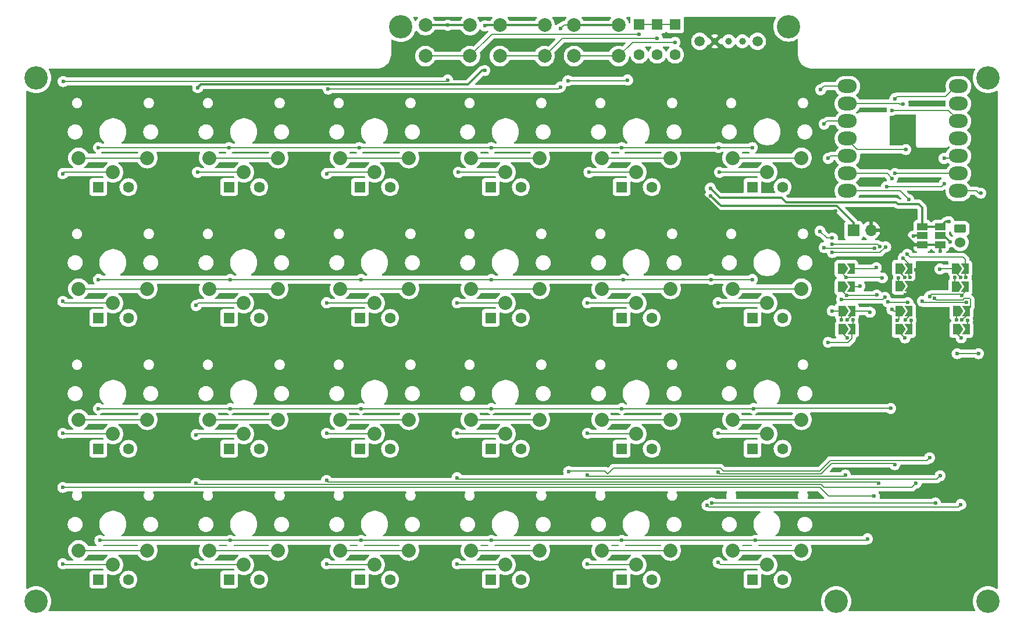
<source format=gtl>
%TF.GenerationSoftware,KiCad,Pcbnew,8.0.1*%
%TF.CreationDate,2024-04-24T14:47:18+09:00*%
%TF.ProjectId,LegionKeys,4c656769-6f6e-44b6-9579-732e6b696361,rev?*%
%TF.SameCoordinates,Original*%
%TF.FileFunction,Copper,L1,Top*%
%TF.FilePolarity,Positive*%
%FSLAX46Y46*%
G04 Gerber Fmt 4.6, Leading zero omitted, Abs format (unit mm)*
G04 Created by KiCad (PCBNEW 8.0.1) date 2024-04-24 14:47:18*
%MOMM*%
%LPD*%
G01*
G04 APERTURE LIST*
G04 Aperture macros list*
%AMRoundRect*
0 Rectangle with rounded corners*
0 $1 Rounding radius*
0 $2 $3 $4 $5 $6 $7 $8 $9 X,Y pos of 4 corners*
0 Add a 4 corners polygon primitive as box body*
4,1,4,$2,$3,$4,$5,$6,$7,$8,$9,$2,$3,0*
0 Add four circle primitives for the rounded corners*
1,1,$1+$1,$2,$3*
1,1,$1+$1,$4,$5*
1,1,$1+$1,$6,$7*
1,1,$1+$1,$8,$9*
0 Add four rect primitives between the rounded corners*
20,1,$1+$1,$2,$3,$4,$5,0*
20,1,$1+$1,$4,$5,$6,$7,0*
20,1,$1+$1,$6,$7,$8,$9,0*
20,1,$1+$1,$8,$9,$2,$3,0*%
%AMFreePoly0*
4,1,6,1.000000,0.000000,0.500000,-0.750000,-0.500000,-0.750000,-0.500000,0.750000,0.500000,0.750000,1.000000,0.000000,1.000000,0.000000,$1*%
%AMFreePoly1*
4,1,6,0.500000,-0.750000,-0.650000,-0.750000,-0.150000,0.000000,-0.650000,0.750000,0.500000,0.750000,0.500000,-0.750000,0.500000,-0.750000,$1*%
G04 Aperture macros list end*
%TA.AperFunction,SMDPad,CuDef*%
%ADD10R,1.500000X1.000000*%
%TD*%
%TA.AperFunction,ComponentPad*%
%ADD11R,1.600000X1.600000*%
%TD*%
%TA.AperFunction,ComponentPad*%
%ADD12C,1.600000*%
%TD*%
%TA.AperFunction,ComponentPad*%
%ADD13C,2.032000*%
%TD*%
%TA.AperFunction,SMDPad,CuDef*%
%ADD14O,2.748280X1.998980*%
%TD*%
%TA.AperFunction,ComponentPad*%
%ADD15C,1.500000*%
%TD*%
%TA.AperFunction,SMDPad,CuDef*%
%ADD16FreePoly0,0.000000*%
%TD*%
%TA.AperFunction,SMDPad,CuDef*%
%ADD17FreePoly1,0.000000*%
%TD*%
%TA.AperFunction,ComponentPad*%
%ADD18C,3.400000*%
%TD*%
%TA.AperFunction,ComponentPad*%
%ADD19RoundRect,0.250000X0.625000X-0.350000X0.625000X0.350000X-0.625000X0.350000X-0.625000X-0.350000X0*%
%TD*%
%TA.AperFunction,ComponentPad*%
%ADD20C,1.524000*%
%TD*%
%TA.AperFunction,ComponentPad*%
%ADD21C,1.000000*%
%TD*%
%TA.AperFunction,ComponentPad*%
%ADD22R,1.700000X1.700000*%
%TD*%
%TA.AperFunction,ComponentPad*%
%ADD23O,1.700000X1.700000*%
%TD*%
%TA.AperFunction,ComponentPad*%
%ADD24C,2.000000*%
%TD*%
%TA.AperFunction,ViaPad*%
%ADD25C,0.600000*%
%TD*%
%TA.AperFunction,Conductor*%
%ADD26C,0.200000*%
%TD*%
%TA.AperFunction,Conductor*%
%ADD27C,0.300000*%
%TD*%
G04 APERTURE END LIST*
D10*
%TO.P,JP_BATT+F1,1,A*%
%TO.N,GND*%
X199500000Y-81750000D03*
%TO.P,JP_BATT+F1,2,C*%
%TO.N,Net-(J3-Pin_1)*%
X199500000Y-80450000D03*
%TO.P,JP_BATT+F1,3,B*%
%TO.N,Net-(JP_BATT+B1-B)*%
X199500000Y-79150000D03*
%TD*%
D11*
%TO.P,D19,1,K*%
%TO.N,/ROW3*%
X79509280Y-130530000D03*
D12*
%TO.P,D19,2,A*%
%TO.N,Net-(D19-A)*%
X83909280Y-130530000D03*
%TD*%
D11*
%TO.P,D18,1,K*%
%TO.N,/ROW2*%
X174759280Y-111480000D03*
D12*
%TO.P,D18,2,A*%
%TO.N,Net-(D18-A)*%
X179159280Y-111480000D03*
%TD*%
D13*
%TO.P,SW8,1,1*%
%TO.N,/COL1*%
X100709280Y-90280000D03*
%TO.P,SW8,2,2*%
%TO.N,Net-(D8-A)*%
X95709280Y-88180000D03*
X105709280Y-88180000D03*
%TD*%
D11*
%TO.P,D5,1,K*%
%TO.N,/ROW0*%
X155709280Y-73380000D03*
D12*
%TO.P,D5,2,A*%
%TO.N,Net-(D5-A)*%
X160109280Y-73380000D03*
%TD*%
D14*
%TO.P,U1,1,PA02_A0_D0*%
%TO.N,Net-(JPF-1-B)*%
X188594720Y-58697780D03*
D15*
X188930000Y-58680000D03*
D14*
%TO.P,U1,2,PA4_A1_D1*%
%TO.N,Net-(JPB-2-B)*%
X188594720Y-61237780D03*
D15*
X188980800Y-61220000D03*
D14*
%TO.P,U1,3,PA10_A2_D2*%
%TO.N,Net-(JPF-3-B)*%
X188594720Y-63777780D03*
D15*
X188879200Y-63760000D03*
D14*
%TO.P,U1,4,PA11_A3_D3*%
%TO.N,Net-(JPB-4-B)*%
X188594720Y-66317780D03*
D15*
X188930000Y-66300000D03*
D14*
%TO.P,U1,5,PA8_A4_D4_SDA*%
%TO.N,Net-(JPB-5-B)*%
X188594720Y-68857780D03*
D15*
X188828400Y-68840000D03*
D14*
%TO.P,U1,6,PA9_A5_D5_SCL*%
%TO.N,Net-(JPB-6-B)*%
X188594720Y-71397780D03*
D15*
X188879200Y-71380000D03*
D14*
%TO.P,U1,7,PB08_A6_D6_TX*%
%TO.N,Net-(JPB-7-B)*%
X188594720Y-73937780D03*
D15*
X188930000Y-73920000D03*
%TO.P,U1,8,PB09_A7_D7_RX*%
%TO.N,Net-(JPB-8-A)*%
X204424000Y-73920000D03*
D14*
X204759280Y-73937780D03*
D15*
%TO.P,U1,9,PA7_A8_D8_SCK*%
%TO.N,Net-(JPB-9-A)*%
X204373200Y-71380000D03*
D14*
X204759280Y-71397780D03*
D15*
%TO.P,U1,10,PA5_A9_D9_MISO*%
%TO.N,Net-(JPB-10-A)*%
X204322400Y-68840000D03*
D14*
X204759280Y-68857780D03*
D15*
%TO.P,U1,11,PA6_A10_D10_MOSI*%
%TO.N,Net-(JPB-11-A)*%
X204424000Y-66300000D03*
D14*
X204759280Y-66317780D03*
D15*
%TO.P,U1,12,3V3*%
%TO.N,Net-(JPB-12-A)*%
X204373200Y-63760000D03*
D14*
X204759280Y-63777780D03*
D15*
%TO.P,U1,13,GND*%
%TO.N,Net-(JPB-13-A)*%
X204474800Y-61220000D03*
D14*
X204759280Y-61237780D03*
D15*
%TO.P,U1,14,5V*%
%TO.N,Net-(JPB-14-A)*%
X204424000Y-58680000D03*
D14*
X204759280Y-58697780D03*
%TD*%
D13*
%TO.P,SW19,1,1*%
%TO.N,/COL0*%
X81659280Y-128380000D03*
%TO.P,SW19,2,2*%
%TO.N,Net-(D19-A)*%
X76659280Y-126280000D03*
X86659280Y-126280000D03*
%TD*%
D16*
%TO.P,JPF-2,1,A*%
%TO.N,/COL1*%
X196112500Y-85230000D03*
D17*
%TO.P,JPF-2,2,B*%
%TO.N,Net-(JPB-2-B)*%
X197562500Y-85230000D03*
%TD*%
D16*
%TO.P,JPF-4,1,A*%
%TO.N,/COL3*%
X204312500Y-85257500D03*
D17*
%TO.P,JPF-4,2,B*%
%TO.N,Net-(JPB-4-B)*%
X205762500Y-85257500D03*
%TD*%
D11*
%TO.P,D13,1,K*%
%TO.N,/ROW2*%
X79509280Y-111480000D03*
D12*
%TO.P,D13,2,A*%
%TO.N,Net-(D13-A)*%
X83909280Y-111480000D03*
%TD*%
D11*
%TO.P,D24,1,K*%
%TO.N,/ROW3*%
X174759280Y-130530000D03*
D12*
%TO.P,D24,2,A*%
%TO.N,Net-(D24-A)*%
X179159280Y-130530000D03*
%TD*%
D11*
%TO.P,D2,1,K*%
%TO.N,/ROW0*%
X98559280Y-73380000D03*
D12*
%TO.P,D2,2,A*%
%TO.N,Net-(D2-A)*%
X102959280Y-73380000D03*
%TD*%
D13*
%TO.P,SW2,1,1*%
%TO.N,/COL1*%
X100709280Y-71230000D03*
%TO.P,SW2,2,2*%
%TO.N,Net-(D2-A)*%
X95709280Y-69130000D03*
X105709280Y-69130000D03*
%TD*%
D11*
%TO.P,D10,1,K*%
%TO.N,/ROW1*%
X136659280Y-92430000D03*
D12*
%TO.P,D10,2,A*%
%TO.N,Net-(D10-A)*%
X141059280Y-92430000D03*
%TD*%
D18*
%TO.P,REF\u002A\u002A,*%
%TO.N,*%
X209050000Y-57500000D03*
%TD*%
D11*
%TO.P,D22,1,K*%
%TO.N,/ROW3*%
X136659280Y-130530000D03*
D12*
%TO.P,D22,2,A*%
%TO.N,Net-(D22-A)*%
X141059280Y-130530000D03*
%TD*%
D11*
%TO.P,D14,1,K*%
%TO.N,/ROW2*%
X98559280Y-111480000D03*
D12*
%TO.P,D14,2,A*%
%TO.N,Net-(D14-A)*%
X102959280Y-111480000D03*
%TD*%
D11*
%TO.P,D17,1,K*%
%TO.N,/ROW2*%
X155709280Y-111480000D03*
D12*
%TO.P,D17,2,A*%
%TO.N,Net-(D17-A)*%
X160109280Y-111480000D03*
%TD*%
D13*
%TO.P,SW3,1,1*%
%TO.N,/COL2*%
X119759280Y-71230000D03*
%TO.P,SW3,2,2*%
%TO.N,Net-(D3-A)*%
X114759280Y-69130000D03*
X124759280Y-69130000D03*
%TD*%
D19*
%TO.P,J3,1,Pin_1*%
%TO.N,Net-(J3-Pin_1)*%
X205009280Y-79430000D03*
D20*
%TO.P,J3,2,Pin_2*%
%TO.N,Net-(J3-Pin_2)*%
X205009280Y-81430000D03*
%TD*%
D16*
%TO.P,JPF-5,1,A*%
%TO.N,/COL4*%
X187786320Y-94057500D03*
D17*
%TO.P,JPF-5,2,B*%
%TO.N,Net-(JPB-5-B)*%
X189236320Y-94057500D03*
%TD*%
D18*
%TO.P,REF\u002A\u002A,*%
%TO.N,*%
X70470000Y-57500000D03*
%TD*%
D11*
%TO.P,D4,1,K*%
%TO.N,/ROW0*%
X136659280Y-73380000D03*
D12*
%TO.P,D4,2,A*%
%TO.N,Net-(D4-A)*%
X141059280Y-73380000D03*
%TD*%
D13*
%TO.P,SW6,1,1*%
%TO.N,/COL5*%
X176909280Y-71230000D03*
%TO.P,SW6,2,2*%
%TO.N,Net-(D6-A)*%
X171909280Y-69130000D03*
X181909280Y-69130000D03*
%TD*%
%TO.P,SW7,1,1*%
%TO.N,/COL0*%
X81659280Y-90280000D03*
%TO.P,SW7,2,2*%
%TO.N,Net-(D7-A)*%
X76659280Y-88180000D03*
X86659280Y-88180000D03*
%TD*%
D15*
%TO.P,SW25,*%
%TO.N,*%
X175500000Y-52150000D03*
X167100000Y-52150000D03*
D21*
%TO.P,SW25,1,A*%
%TO.N,Net-(JP_BATT+B1-B)*%
X173300000Y-52150000D03*
%TO.P,SW25,2,B*%
%TO.N,+BATT*%
X171300000Y-52150000D03*
%TO.P,SW25,3,C*%
%TO.N,GND*%
X169300000Y-52150000D03*
%TD*%
D13*
%TO.P,SW15,1,1*%
%TO.N,/COL2*%
X119759280Y-109330000D03*
%TO.P,SW15,2,2*%
%TO.N,Net-(D15-A)*%
X114759280Y-107230000D03*
X124759280Y-107230000D03*
%TD*%
%TO.P,SW13,1,1*%
%TO.N,/COL0*%
X81659280Y-109330000D03*
%TO.P,SW13,2,2*%
%TO.N,Net-(D13-A)*%
X76659280Y-107230000D03*
X86659280Y-107230000D03*
%TD*%
D16*
%TO.P,JPF-11,1,A*%
%TO.N,Net-(JPB-11-A)*%
X204312500Y-87857500D03*
D17*
%TO.P,JPF-11,2,B*%
%TO.N,/ROW4*%
X205762500Y-87857500D03*
%TD*%
D11*
%TO.P,D7,1,K*%
%TO.N,/ROW1*%
X79509280Y-92430000D03*
D12*
%TO.P,D7,2,A*%
%TO.N,Net-(D7-A)*%
X83909280Y-92430000D03*
%TD*%
D13*
%TO.P,SW17,1,1*%
%TO.N,/COL4*%
X157859280Y-109330000D03*
%TO.P,SW17,2,2*%
%TO.N,Net-(D17-A)*%
X152859280Y-107230000D03*
X162859280Y-107230000D03*
%TD*%
D11*
%TO.P,D25,1,K*%
%TO.N,/ROW4*%
X158300000Y-49700000D03*
D12*
%TO.P,D25,2,A*%
%TO.N,Net-(D25-A)*%
X158300000Y-54100000D03*
%TD*%
D11*
%TO.P,D11,1,K*%
%TO.N,/ROW1*%
X155709280Y-92430000D03*
D12*
%TO.P,D11,2,A*%
%TO.N,Net-(D11-A)*%
X160109280Y-92430000D03*
%TD*%
D16*
%TO.P,JPF-8,1,A*%
%TO.N,Net-(JPB-8-A)*%
X204462500Y-91457500D03*
D17*
%TO.P,JPF-8,2,B*%
%TO.N,/ROW1*%
X205912500Y-91457500D03*
%TD*%
D13*
%TO.P,SW20,1,1*%
%TO.N,/COL1*%
X100709280Y-128380000D03*
%TO.P,SW20,2,2*%
%TO.N,Net-(D20-A)*%
X95709280Y-126280000D03*
X105709280Y-126280000D03*
%TD*%
D22*
%TO.P,U2,1,BATT+*%
%TO.N,+BATT*%
X189469280Y-79680000D03*
D23*
%TO.P,U2,2,BATT-*%
%TO.N,GND*%
X192009280Y-79680000D03*
%TD*%
D24*
%TO.P,SWE2,1,1*%
%TO.N,/COL2*%
X148800000Y-49800000D03*
X155300000Y-49800000D03*
%TO.P,SWE2,2,2*%
%TO.N,Net-(D27-A)*%
X148800000Y-54300000D03*
X155300000Y-54300000D03*
%TD*%
D13*
%TO.P,SW4,1,1*%
%TO.N,/COL3*%
X138809280Y-71230000D03*
%TO.P,SW4,2,2*%
%TO.N,Net-(D4-A)*%
X133809280Y-69130000D03*
X143809280Y-69130000D03*
%TD*%
D11*
%TO.P,D8,1,K*%
%TO.N,/ROW1*%
X98559280Y-92430000D03*
D12*
%TO.P,D8,2,A*%
%TO.N,Net-(D8-A)*%
X102959280Y-92430000D03*
%TD*%
D13*
%TO.P,SW23,1,1*%
%TO.N,/COL4*%
X157859280Y-128380000D03*
%TO.P,SW23,2,2*%
%TO.N,Net-(D23-A)*%
X152859280Y-126280000D03*
X162859280Y-126280000D03*
%TD*%
D16*
%TO.P,JPF-7,1,A*%
%TO.N,/ROW0*%
X204462500Y-94082500D03*
D17*
%TO.P,JPF-7,2,B*%
%TO.N,Net-(JPB-7-B)*%
X205912500Y-94082500D03*
%TD*%
D13*
%TO.P,SW18,1,1*%
%TO.N,/COL5*%
X176909280Y-109330000D03*
%TO.P,SW18,2,2*%
%TO.N,Net-(D18-A)*%
X171909280Y-107230000D03*
X181909280Y-107230000D03*
%TD*%
%TO.P,SW24,1,1*%
%TO.N,/COL5*%
X176909280Y-128380000D03*
%TO.P,SW24,2,2*%
%TO.N,Net-(D24-A)*%
X171909280Y-126280000D03*
X181909280Y-126280000D03*
%TD*%
D11*
%TO.P,D12,1,K*%
%TO.N,/ROW1*%
X174759280Y-92430000D03*
D12*
%TO.P,D12,2,A*%
%TO.N,Net-(D12-A)*%
X179159280Y-92430000D03*
%TD*%
D13*
%TO.P,SW5,1,1*%
%TO.N,/COL4*%
X157859280Y-71230000D03*
%TO.P,SW5,2,2*%
%TO.N,Net-(D5-A)*%
X152859280Y-69130000D03*
X162859280Y-69130000D03*
%TD*%
%TO.P,SW1,1,1*%
%TO.N,/COL0*%
X81659280Y-71230000D03*
%TO.P,SW1,2,2*%
%TO.N,Net-(D1-A)*%
X76659280Y-69130000D03*
X86659280Y-69130000D03*
%TD*%
D18*
%TO.P,REF\u002A\u002A,*%
%TO.N,*%
X186950000Y-133700000D03*
%TD*%
%TO.P,REF\u002A\u002A,*%
%TO.N,*%
X209050000Y-133700000D03*
%TD*%
%TO.P,REF\u002A\u002A,*%
%TO.N,*%
X180000000Y-50000000D03*
%TD*%
D11*
%TO.P,D9,1,K*%
%TO.N,/ROW1*%
X117609280Y-92430000D03*
D12*
%TO.P,D9,2,A*%
%TO.N,Net-(D9-A)*%
X122009280Y-92430000D03*
%TD*%
D13*
%TO.P,SW10,1,1*%
%TO.N,/COL3*%
X138809280Y-90280000D03*
%TO.P,SW10,2,2*%
%TO.N,Net-(D10-A)*%
X133809280Y-88180000D03*
X143809280Y-88180000D03*
%TD*%
D11*
%TO.P,D23,1,K*%
%TO.N,/ROW3*%
X155709280Y-130530000D03*
D12*
%TO.P,D23,2,A*%
%TO.N,Net-(D23-A)*%
X160109280Y-130530000D03*
%TD*%
D24*
%TO.P,SWE0,1,1*%
%TO.N,/COL0*%
X127150000Y-49800000D03*
X133650000Y-49800000D03*
%TO.P,SWE0,2,2*%
%TO.N,Net-(D25-A)*%
X127150000Y-54300000D03*
X133650000Y-54300000D03*
%TD*%
D11*
%TO.P,D16,1,K*%
%TO.N,/ROW2*%
X136659280Y-111480000D03*
D12*
%TO.P,D16,2,A*%
%TO.N,Net-(D16-A)*%
X141059280Y-111480000D03*
%TD*%
D10*
%TO.P,JP_BATT-F1,1,A*%
%TO.N,GND*%
X202150000Y-81750000D03*
%TO.P,JP_BATT-F1,2,C*%
%TO.N,Net-(J3-Pin_2)*%
X202150000Y-80450000D03*
%TO.P,JP_BATT-F1,3,B*%
%TO.N,Net-(JP_BATT+B1-B)*%
X202150000Y-79150000D03*
%TD*%
D13*
%TO.P,SW11,1,1*%
%TO.N,/COL4*%
X157859280Y-90280000D03*
%TO.P,SW11,2,2*%
%TO.N,Net-(D11-A)*%
X152859280Y-88180000D03*
X162859280Y-88180000D03*
%TD*%
D11*
%TO.P,D26,1,K*%
%TO.N,/ROW4*%
X160900000Y-49700000D03*
D12*
%TO.P,D26,2,A*%
%TO.N,Net-(D26-A)*%
X160900000Y-54100000D03*
%TD*%
D11*
%TO.P,D1,1,K*%
%TO.N,/ROW0*%
X79509280Y-73380000D03*
D12*
%TO.P,D1,2,A*%
%TO.N,Net-(D1-A)*%
X83909280Y-73380000D03*
%TD*%
D16*
%TO.P,JPF-3,1,A*%
%TO.N,/COL2*%
X187712500Y-85257500D03*
D17*
%TO.P,JPF-3,2,B*%
%TO.N,Net-(JPF-3-B)*%
X189162500Y-85257500D03*
%TD*%
D16*
%TO.P,JPF-9,1,A*%
%TO.N,Net-(JPB-9-A)*%
X196087500Y-91457500D03*
D17*
%TO.P,JPF-9,2,B*%
%TO.N,/ROW2*%
X197537500Y-91457500D03*
%TD*%
D11*
%TO.P,D15,1,K*%
%TO.N,/ROW2*%
X117609280Y-111480000D03*
D12*
%TO.P,D15,2,A*%
%TO.N,Net-(D15-A)*%
X122009280Y-111480000D03*
%TD*%
D13*
%TO.P,SW12,1,1*%
%TO.N,/COL5*%
X176909280Y-90280000D03*
%TO.P,SW12,2,2*%
%TO.N,Net-(D12-A)*%
X171909280Y-88180000D03*
X181909280Y-88180000D03*
%TD*%
D11*
%TO.P,D21,1,K*%
%TO.N,/ROW3*%
X117609280Y-130530000D03*
D12*
%TO.P,D21,2,A*%
%TO.N,Net-(D21-A)*%
X122009280Y-130530000D03*
%TD*%
D16*
%TO.P,JPF-6,1,A*%
%TO.N,/COL5*%
X196087500Y-94082500D03*
D17*
%TO.P,JPF-6,2,B*%
%TO.N,Net-(JPB-6-B)*%
X197537500Y-94082500D03*
%TD*%
D18*
%TO.P,REF\u002A\u002A,*%
%TO.N,*%
X70460000Y-133700000D03*
%TD*%
D11*
%TO.P,D3,1,K*%
%TO.N,/ROW0*%
X117609280Y-73380000D03*
D12*
%TO.P,D3,2,A*%
%TO.N,Net-(D3-A)*%
X122009280Y-73380000D03*
%TD*%
D24*
%TO.P,SWE1,1,1*%
%TO.N,/COL1*%
X138000000Y-49800000D03*
X144500000Y-49800000D03*
%TO.P,SWE1,2,2*%
%TO.N,Net-(D26-A)*%
X138000000Y-54300000D03*
X144500000Y-54300000D03*
%TD*%
D13*
%TO.P,SW9,1,1*%
%TO.N,/COL2*%
X119759280Y-90280000D03*
%TO.P,SW9,2,2*%
%TO.N,Net-(D9-A)*%
X114759280Y-88180000D03*
X124759280Y-88180000D03*
%TD*%
D16*
%TO.P,JPF-13,1,A*%
%TO.N,Net-(JPB-13-A)*%
X196112500Y-87835000D03*
D17*
%TO.P,JPF-13,2,B*%
%TO.N,GND*%
X197562500Y-87835000D03*
%TD*%
D13*
%TO.P,SW22,1,1*%
%TO.N,/COL3*%
X138809280Y-128380000D03*
%TO.P,SW22,2,2*%
%TO.N,Net-(D22-A)*%
X133809280Y-126280000D03*
X143809280Y-126280000D03*
%TD*%
D16*
%TO.P,JPF-1,1,A*%
%TO.N,/COL0*%
X187737500Y-87882500D03*
D17*
%TO.P,JPF-1,2,B*%
%TO.N,Net-(JPF-1-B)*%
X189187500Y-87882500D03*
%TD*%
D11*
%TO.P,D6,1,K*%
%TO.N,/ROW0*%
X174759280Y-73380000D03*
D12*
%TO.P,D6,2,A*%
%TO.N,Net-(D6-A)*%
X179159280Y-73380000D03*
%TD*%
D11*
%TO.P,D27,1,K*%
%TO.N,/ROW4*%
X163500000Y-49700000D03*
D12*
%TO.P,D27,2,A*%
%TO.N,Net-(D27-A)*%
X163500000Y-54100000D03*
%TD*%
D13*
%TO.P,SW14,1,1*%
%TO.N,/COL1*%
X100709280Y-109330000D03*
%TO.P,SW14,2,2*%
%TO.N,Net-(D14-A)*%
X95709280Y-107230000D03*
X105709280Y-107230000D03*
%TD*%
D11*
%TO.P,D20,1,K*%
%TO.N,/ROW3*%
X98559280Y-130530000D03*
D12*
%TO.P,D20,2,A*%
%TO.N,Net-(D20-A)*%
X102959280Y-130530000D03*
%TD*%
D13*
%TO.P,SW21,1,1*%
%TO.N,/COL2*%
X119759280Y-128380000D03*
%TO.P,SW21,2,2*%
%TO.N,Net-(D21-A)*%
X114759280Y-126280000D03*
X124759280Y-126280000D03*
%TD*%
D16*
%TO.P,JPF-10,1,A*%
%TO.N,Net-(JPB-10-A)*%
X187786320Y-91457500D03*
D17*
%TO.P,JPF-10,2,B*%
%TO.N,/ROW3*%
X189236320Y-91457500D03*
%TD*%
D18*
%TO.P,REF\u002A\u002A,*%
%TO.N,*%
X123580000Y-50030000D03*
%TD*%
D13*
%TO.P,SW16,1,1*%
%TO.N,/COL3*%
X138809280Y-109330000D03*
%TO.P,SW16,2,2*%
%TO.N,Net-(D16-A)*%
X133809280Y-107230000D03*
X143809280Y-107230000D03*
%TD*%
D25*
%TO.N,Net-(D25-A)*%
X158300000Y-51100000D03*
%TO.N,/ROW0*%
X174759280Y-67630000D03*
X169850000Y-67630000D03*
X155759280Y-67630000D03*
X205165851Y-95328071D03*
X136759280Y-67630000D03*
X168164456Y-119717772D03*
X205100000Y-119600000D03*
X117559280Y-67630000D03*
X98559280Y-67630000D03*
X79559280Y-67630000D03*
%TO.N,/ROW3*%
X98759280Y-124830000D03*
X191900000Y-91600000D03*
X155759280Y-124830000D03*
X175159280Y-124830000D03*
X191500000Y-124600000D03*
X117759280Y-124830000D03*
X136759280Y-124830000D03*
X188588680Y-92712500D03*
X79759280Y-124830000D03*
%TO.N,/COL0*%
X74359280Y-71430000D03*
X192500000Y-118400000D03*
X74359280Y-128230000D03*
X74359280Y-117100000D03*
X130400000Y-57800000D03*
X74359280Y-109230000D03*
X74400000Y-58000000D03*
X130400000Y-49800000D03*
X188444230Y-89128724D03*
X74359280Y-90030000D03*
X192855455Y-89100000D03*
%TO.N,/COL1*%
X93759280Y-128230000D03*
X198600000Y-116500000D03*
X93959280Y-71230000D03*
X94000000Y-58900000D03*
X93759280Y-116500000D03*
X135800000Y-49900000D03*
X135800000Y-56400000D03*
X196912500Y-86485000D03*
X93759280Y-109430000D03*
X93759280Y-90630000D03*
%TO.N,/COL2*%
X146800000Y-58800000D03*
X112759280Y-109230000D03*
X193682500Y-86600000D03*
X112759280Y-128230000D03*
X112759280Y-116100000D03*
X112759280Y-71430000D03*
X113000000Y-59100000D03*
X188421455Y-86504142D03*
X112759280Y-90230000D03*
X193100000Y-116500000D03*
X146800000Y-50300000D03*
%TO.N,/COL3*%
X202100000Y-115400000D03*
X131759280Y-115700000D03*
X131759280Y-128230000D03*
X131759280Y-109230000D03*
X202072400Y-85300000D03*
X131759280Y-90230000D03*
X131959280Y-71230000D03*
X205070278Y-86510715D03*
%TO.N,/COL4*%
X188530492Y-95309374D03*
X150759280Y-115300000D03*
X150759280Y-90230000D03*
X150959280Y-71230000D03*
X150759280Y-128230000D03*
X188300000Y-115300000D03*
X150759280Y-109230000D03*
%TO.N,/COL5*%
X169759280Y-90230000D03*
X169759280Y-128030000D03*
X195500000Y-113800000D03*
X169759280Y-114900000D03*
X169959280Y-71230000D03*
X169759280Y-109230000D03*
X196962500Y-95337500D03*
%TO.N,/ROW2*%
X174959280Y-105630000D03*
X98759280Y-105630000D03*
X197037500Y-92712500D03*
X155759280Y-105630000D03*
X117759280Y-105630000D03*
X79559280Y-105630000D03*
X194900000Y-105600000D03*
X136759280Y-105630000D03*
%TO.N,/ROW1*%
X205287500Y-92712500D03*
X168880000Y-119360000D03*
X117759280Y-86830000D03*
X201400000Y-119360000D03*
X174759280Y-86830000D03*
X155959280Y-86830000D03*
X79559280Y-86830000D03*
X98759280Y-86830000D03*
X168759280Y-86830000D03*
X201300000Y-89602500D03*
X136759280Y-86830000D03*
%TO.N,/ROW4*%
X147900000Y-57900000D03*
X205227693Y-89112500D03*
X200558502Y-112800000D03*
X156600000Y-57800000D03*
X200558502Y-89302193D03*
X148000000Y-114800000D03*
%TO.N,Net-(D26-A)*%
X160900000Y-51700000D03*
%TO.N,Net-(D27-A)*%
X163500000Y-52300000D03*
%TO.N,Net-(JPB-2-B)*%
X197723661Y-86522368D03*
X196712500Y-83700000D03*
X196712500Y-61300000D03*
%TO.N,Net-(JPB-4-B)*%
X197112500Y-67900000D03*
X205883029Y-86546493D03*
X197300964Y-83158046D03*
%TO.N,Net-(JPB-5-B)*%
X185800000Y-69200000D03*
X189412482Y-92737227D03*
X185800000Y-96000000D03*
%TO.N,Net-(JPB-6-B)*%
X197850584Y-92747946D03*
X195112500Y-72109533D03*
X194482500Y-90100000D03*
X197400000Y-90202500D03*
%TO.N,Net-(JPB-7-B)*%
X206100179Y-92748351D03*
X205900000Y-90202500D03*
X197512500Y-75200000D03*
X199524265Y-90000000D03*
%TO.N,Net-(JPB-8-A)*%
X204513234Y-92736763D03*
X208030000Y-74260000D03*
X207670000Y-97630000D03*
X204565851Y-97630000D03*
%TO.N,Net-(JPB-9-A)*%
X195082500Y-91200000D03*
X195512500Y-71400000D03*
X195854776Y-92828305D03*
%TO.N,Net-(JPB-10-A)*%
X186400000Y-82900000D03*
X194172185Y-82079285D03*
X202672400Y-72900000D03*
X187750735Y-92723085D03*
X194284862Y-73320892D03*
X186400000Y-91400000D03*
X202672400Y-69200000D03*
%TO.N,Net-(JPB-11-A)*%
X204261233Y-86550200D03*
%TO.N,GND*%
X70250000Y-63250000D03*
X210000000Y-81000000D03*
X195500000Y-133750000D03*
X140250000Y-133750000D03*
X209000000Y-75000000D03*
X209000000Y-126000000D03*
X101250000Y-133750000D03*
X210000000Y-123000000D03*
X209000000Y-93000000D03*
X69750000Y-88750000D03*
X78750000Y-133250000D03*
X70250000Y-126250000D03*
X209500000Y-91500000D03*
X202150000Y-82750000D03*
X137250000Y-133750000D03*
X70250000Y-123250000D03*
X69750000Y-100750000D03*
X111750000Y-134250000D03*
X125250000Y-133750000D03*
X70750000Y-130750000D03*
X69750000Y-82750000D03*
X110250000Y-133750000D03*
X209000000Y-105000000D03*
X126750000Y-133250000D03*
X153750000Y-134250000D03*
X70250000Y-108250000D03*
X210000000Y-99000000D03*
X209000000Y-114000000D03*
X203000000Y-133250000D03*
X87750000Y-133250000D03*
X70250000Y-66250000D03*
X209000000Y-120000000D03*
X209000000Y-102000000D03*
X129750000Y-134250000D03*
X70250000Y-81250000D03*
X135750000Y-133250000D03*
X164250000Y-133750000D03*
X89250000Y-133750000D03*
X70250000Y-84250000D03*
X70250000Y-78250000D03*
X81750000Y-134250000D03*
X70250000Y-87250000D03*
X210000000Y-108000000D03*
X210000000Y-96000000D03*
X69750000Y-124750000D03*
X69750000Y-112750000D03*
X210000000Y-111000000D03*
X102750000Y-133250000D03*
X80250000Y-133750000D03*
X144750000Y-134250000D03*
X150750000Y-134250000D03*
X209500000Y-118500000D03*
X108750000Y-133250000D03*
X70750000Y-103750000D03*
X69750000Y-67750000D03*
X104250000Y-133750000D03*
X70750000Y-94750000D03*
X190750000Y-133250000D03*
X122250000Y-133750000D03*
X159750000Y-134250000D03*
X210000000Y-72000000D03*
X210000000Y-75000000D03*
X210000000Y-78000000D03*
X96750000Y-134250000D03*
X210000000Y-93000000D03*
X116250000Y-133750000D03*
X204500000Y-133750000D03*
X117750000Y-134250000D03*
X210000000Y-87000000D03*
X135750000Y-134250000D03*
X70750000Y-88750000D03*
X200000000Y-134250000D03*
X129750000Y-133250000D03*
X70250000Y-120250000D03*
X149250000Y-133750000D03*
X77250000Y-133750000D03*
X69750000Y-76750000D03*
X74250000Y-133750000D03*
X197000000Y-134250000D03*
X203000000Y-134250000D03*
X200000000Y-133250000D03*
X209500000Y-76500000D03*
X209500000Y-85500000D03*
X70250000Y-69250000D03*
X209500000Y-94500000D03*
X210000000Y-90000000D03*
X176250000Y-133750000D03*
X209500000Y-82500000D03*
X70250000Y-129250000D03*
X209500000Y-88500000D03*
X70750000Y-70750000D03*
X117750000Y-133250000D03*
X183750000Y-133250000D03*
X209500000Y-70500000D03*
X84750000Y-133250000D03*
X209500000Y-130500000D03*
X158250000Y-133750000D03*
X190750000Y-134250000D03*
X162750000Y-133250000D03*
X111750000Y-133250000D03*
X200200000Y-85400000D03*
X69750000Y-130750000D03*
X69750000Y-106750000D03*
X143250000Y-133750000D03*
X84750000Y-134250000D03*
X70750000Y-82750000D03*
X90750000Y-133250000D03*
X209500000Y-79500000D03*
X186850000Y-76900000D03*
X171750000Y-134250000D03*
X70250000Y-102250000D03*
X69750000Y-91750000D03*
X210000000Y-126000000D03*
X209000000Y-78000000D03*
X209000000Y-117000000D03*
X123750000Y-134250000D03*
X113250000Y-133750000D03*
X209000000Y-87000000D03*
X70750000Y-73750000D03*
X206000000Y-133250000D03*
X138750000Y-134250000D03*
X69750000Y-103750000D03*
X210000000Y-84000000D03*
X120750000Y-133250000D03*
X70750000Y-64750000D03*
X141750000Y-133250000D03*
X167573070Y-74476930D03*
X105750000Y-134250000D03*
X177750000Y-133250000D03*
X209500000Y-97500000D03*
X70750000Y-127750000D03*
X147750000Y-134250000D03*
X210000000Y-117000000D03*
X171750000Y-133250000D03*
X70250000Y-75250000D03*
X159750000Y-133250000D03*
X90750000Y-134250000D03*
X70250000Y-111250000D03*
X155250000Y-133750000D03*
X69750000Y-70750000D03*
X78750000Y-134250000D03*
X128250000Y-133750000D03*
X180750000Y-134250000D03*
X70750000Y-67750000D03*
X162750000Y-134250000D03*
X70750000Y-79750000D03*
X209500000Y-100500000D03*
X70750000Y-106750000D03*
X70250000Y-114250000D03*
X210000000Y-105000000D03*
X114750000Y-133250000D03*
X70750000Y-124750000D03*
X177750000Y-134250000D03*
X209500000Y-115500000D03*
X69750000Y-94750000D03*
X168750000Y-134250000D03*
X70750000Y-76750000D03*
X75750000Y-133250000D03*
X114750000Y-134250000D03*
X69750000Y-115750000D03*
X210000000Y-114000000D03*
X70250000Y-60250000D03*
X95250000Y-133750000D03*
X141750000Y-134250000D03*
X179250000Y-133750000D03*
X209500000Y-73500000D03*
X174750000Y-134250000D03*
X209500000Y-106500000D03*
X70750000Y-118750000D03*
X209500000Y-103500000D03*
X92250000Y-133750000D03*
X70250000Y-72250000D03*
X126750000Y-134250000D03*
X132750000Y-134250000D03*
X105750000Y-133250000D03*
X99750000Y-133250000D03*
X210000000Y-129000000D03*
X69750000Y-118750000D03*
X193750000Y-134250000D03*
X167250000Y-133750000D03*
X70250000Y-96250000D03*
X138750000Y-133250000D03*
X161250000Y-133750000D03*
X180750000Y-133250000D03*
X206000000Y-134250000D03*
X69750000Y-97750000D03*
X198579732Y-85398702D03*
X131250000Y-133750000D03*
X209500000Y-124500000D03*
X86250000Y-133750000D03*
X173250000Y-133750000D03*
X99750000Y-134250000D03*
X69750000Y-79750000D03*
X87750000Y-134250000D03*
X183750000Y-134250000D03*
X102750000Y-134250000D03*
X108750000Y-134250000D03*
X70250000Y-93250000D03*
X75750000Y-134250000D03*
X70750000Y-115750000D03*
X209500000Y-112500000D03*
X156750000Y-133250000D03*
X70250000Y-117250000D03*
X69750000Y-73750000D03*
X209000000Y-90000000D03*
X209000000Y-81000000D03*
X132750000Y-133250000D03*
X152250000Y-133750000D03*
X209000000Y-72000000D03*
X107250000Y-133750000D03*
X70250000Y-99250000D03*
X165750000Y-134250000D03*
X150750000Y-133250000D03*
X209000000Y-123000000D03*
X209500000Y-121500000D03*
X192250000Y-133750000D03*
X70750000Y-61750000D03*
X209000000Y-111000000D03*
X69750000Y-121750000D03*
X119250000Y-133750000D03*
X123750000Y-133250000D03*
X144750000Y-133250000D03*
X69750000Y-85750000D03*
X96750000Y-133250000D03*
X182250000Y-133750000D03*
X93750000Y-134250000D03*
X168750000Y-133250000D03*
X209000000Y-99000000D03*
X83250000Y-133750000D03*
X156750000Y-134250000D03*
X70750000Y-121750000D03*
X70750000Y-100750000D03*
X146250000Y-133750000D03*
X209000000Y-108000000D03*
X98250000Y-133750000D03*
X70250000Y-90250000D03*
X69750000Y-109750000D03*
X70250000Y-105250000D03*
X69750000Y-127750000D03*
X170250000Y-133750000D03*
X153750000Y-133250000D03*
X120750000Y-134250000D03*
X81750000Y-133250000D03*
X70750000Y-109750000D03*
X198500000Y-133750000D03*
X134250000Y-133750000D03*
X69750000Y-61750000D03*
X70750000Y-85750000D03*
X210000000Y-120000000D03*
X165750000Y-133250000D03*
X70750000Y-91750000D03*
X93750000Y-133250000D03*
X201500000Y-133750000D03*
X70750000Y-112750000D03*
X174750000Y-133250000D03*
X147750000Y-133250000D03*
X209500000Y-127500000D03*
X209000000Y-84000000D03*
X209000000Y-129000000D03*
X197000000Y-133250000D03*
X70750000Y-97750000D03*
X209000000Y-96000000D03*
X210000000Y-102000000D03*
X69750000Y-64750000D03*
X197071148Y-89090000D03*
X209500000Y-109500000D03*
X193750000Y-133250000D03*
%TO.N,Net-(JPB-12-A)*%
X195112500Y-62200000D03*
X193335788Y-82067153D03*
X186400000Y-81700000D03*
%TO.N,Net-(JPB-13-A)*%
X196037500Y-86580000D03*
%TO.N,Net-(JPB-14-A)*%
X195512500Y-60500000D03*
X187728724Y-89728724D03*
X194055455Y-89423512D03*
%TO.N,+BATT*%
X168650000Y-74634620D03*
%TO.N,Net-(JPF-1-B)*%
X190400000Y-87800000D03*
X184700000Y-59200000D03*
X186400000Y-80800000D03*
X184600000Y-79800000D03*
%TO.N,Net-(JPF-3-B)*%
X185200000Y-82200000D03*
X185200000Y-64200000D03*
X192570526Y-82300343D03*
X192800000Y-85100000D03*
%TO.N,Net-(J3-Pin_1)*%
X198200000Y-80500000D03*
%TO.N,Net-(J3-Pin_2)*%
X203550000Y-81350000D03*
%TO.N,Net-(JP_BATT+B1-B)*%
X168650000Y-73550000D03*
X203350000Y-78400000D03*
%TD*%
D26*
%TO.N,Net-(D25-A)*%
X133650000Y-54300000D02*
X136850000Y-51100000D01*
X133650000Y-54300000D02*
X127150000Y-54300000D01*
X136850000Y-51100000D02*
X158300000Y-51100000D01*
%TO.N,Net-(D1-A)*%
X76659280Y-69130000D02*
X86659280Y-69130000D01*
%TO.N,/ROW0*%
X205100000Y-119600000D02*
X204740000Y-119960000D01*
X136759280Y-67630000D02*
X117559280Y-67630000D01*
X169850000Y-67630000D02*
X155759280Y-67630000D01*
X155759280Y-67630000D02*
X136759280Y-67630000D01*
X174759280Y-67630000D02*
X169850000Y-67630000D01*
X204512500Y-94624720D02*
X204512500Y-94082500D01*
X204740000Y-119960000D02*
X168406684Y-119960000D01*
X205165851Y-95328071D02*
X204462500Y-94624720D01*
X117559280Y-67630000D02*
X98559280Y-67630000D01*
X98559280Y-67630000D02*
X79559280Y-67630000D01*
X168406684Y-119960000D02*
X168164456Y-119717772D01*
%TO.N,Net-(D2-A)*%
X95709280Y-69130000D02*
X105709280Y-69130000D01*
%TO.N,Net-(D3-A)*%
X114759280Y-69130000D02*
X124759280Y-69130000D01*
%TO.N,Net-(D4-A)*%
X143809280Y-69130000D02*
X133809280Y-69130000D01*
%TO.N,Net-(D5-A)*%
X152859280Y-69130000D02*
X162859280Y-69130000D01*
%TO.N,Net-(D6-A)*%
X181909280Y-69130000D02*
X171909280Y-69130000D01*
%TO.N,Net-(D7-A)*%
X86659280Y-88180000D02*
X76659280Y-88180000D01*
%TO.N,Net-(D8-A)*%
X105709280Y-88180000D02*
X95709280Y-88180000D01*
%TO.N,Net-(D9-A)*%
X124759280Y-88180000D02*
X114759280Y-88180000D01*
%TO.N,Net-(D10-A)*%
X143809280Y-88180000D02*
X133809280Y-88180000D01*
%TO.N,Net-(D11-A)*%
X152859280Y-88180000D02*
X162859280Y-88180000D01*
%TO.N,Net-(D12-A)*%
X181909280Y-88180000D02*
X171909280Y-88180000D01*
%TO.N,Net-(D13-A)*%
X86659280Y-107230000D02*
X76659280Y-107230000D01*
%TO.N,Net-(D14-A)*%
X95709280Y-107230000D02*
X105709280Y-107230000D01*
%TO.N,/ROW3*%
X185959280Y-124830000D02*
X191270000Y-124830000D01*
X175159280Y-124830000D02*
X155759280Y-124830000D01*
X188588680Y-92712500D02*
X189236320Y-92064860D01*
X175159280Y-124830000D02*
X185959280Y-124830000D01*
X191270000Y-124830000D02*
X191500000Y-124600000D01*
X117759280Y-124830000D02*
X98759280Y-124830000D01*
X189236320Y-91457500D02*
X191757500Y-91457500D01*
X136759280Y-124830000D02*
X117759280Y-124830000D01*
X189236320Y-92064860D02*
X189236320Y-91457500D01*
X191757500Y-91457500D02*
X191900000Y-91600000D01*
X98759280Y-124830000D02*
X79759280Y-124830000D01*
X155759280Y-124830000D02*
X136759280Y-124830000D01*
%TO.N,Net-(D15-A)*%
X114759280Y-107230000D02*
X124759280Y-107230000D01*
%TO.N,Net-(D16-A)*%
X133809280Y-107230000D02*
X143809280Y-107230000D01*
%TO.N,Net-(D17-A)*%
X152859280Y-107230000D02*
X162859280Y-107230000D01*
%TO.N,Net-(D18-A)*%
X181909280Y-107230000D02*
X171909280Y-107230000D01*
%TO.N,Net-(D19-A)*%
X86659280Y-126280000D02*
X76659280Y-126280000D01*
%TO.N,Net-(D20-A)*%
X95709280Y-126280000D02*
X105709280Y-126280000D01*
%TO.N,Net-(D21-A)*%
X124759280Y-126280000D02*
X114759280Y-126280000D01*
%TO.N,Net-(D22-A)*%
X143809280Y-126280000D02*
X133809280Y-126280000D01*
%TO.N,Net-(D23-A)*%
X152859280Y-126280000D02*
X162859280Y-126280000D01*
%TO.N,Net-(D24-A)*%
X181909280Y-126280000D02*
X171909280Y-126280000D01*
D27*
%TO.N,/COL0*%
X130400000Y-49800000D02*
X127150000Y-49800000D01*
D26*
X74509280Y-128380000D02*
X81659280Y-128380000D01*
X74400000Y-58000000D02*
X121700000Y-58000000D01*
X81659280Y-109330000D02*
X74459280Y-109330000D01*
X187762500Y-88421994D02*
X187762500Y-87882500D01*
X185900000Y-118400000D02*
X184600000Y-117100000D01*
X74559280Y-71230000D02*
X74359280Y-71430000D01*
X192500000Y-118400000D02*
X185900000Y-118400000D01*
X121700000Y-58000000D02*
X130200000Y-58000000D01*
X81659280Y-71230000D02*
X74559280Y-71230000D01*
X130200000Y-58000000D02*
X130400000Y-57800000D01*
D27*
X133650000Y-49800000D02*
X130400000Y-49800000D01*
D26*
X74359280Y-128230000D02*
X74509280Y-128380000D01*
X188444230Y-89128724D02*
X192826731Y-89128724D01*
X74609280Y-90280000D02*
X74359280Y-90030000D01*
X81659280Y-90280000D02*
X74609280Y-90280000D01*
X192826731Y-89128724D02*
X192855455Y-89100000D01*
X188444230Y-89128724D02*
X187737500Y-88421994D01*
X74459280Y-109330000D02*
X74359280Y-109230000D01*
X74359280Y-117100000D02*
X184600000Y-117100000D01*
D27*
%TO.N,/COL1*%
X135800000Y-56400000D02*
X135400000Y-56400000D01*
D26*
X100709280Y-109330000D02*
X93859280Y-109330000D01*
D27*
X133350000Y-58450000D02*
X94450000Y-58450000D01*
X138000000Y-49800000D02*
X135900000Y-49800000D01*
D26*
X93909280Y-128380000D02*
X93759280Y-128230000D01*
X185165685Y-117100000D02*
X184765685Y-116700000D01*
X94109280Y-90280000D02*
X93759280Y-90630000D01*
X198600000Y-116500000D02*
X198000000Y-117100000D01*
X93959280Y-116700000D02*
X93759280Y-116500000D01*
D27*
X94450000Y-58450000D02*
X94000000Y-58900000D01*
D26*
X198000000Y-117100000D02*
X185165685Y-117100000D01*
D27*
X138000000Y-49800000D02*
X144500000Y-49800000D01*
D26*
X93959280Y-71230000D02*
X100709280Y-71230000D01*
D27*
X135400000Y-56400000D02*
X133350000Y-58450000D01*
D26*
X100709280Y-128380000D02*
X93909280Y-128380000D01*
X184765685Y-116700000D02*
X93959280Y-116700000D01*
D27*
X135900000Y-49800000D02*
X135800000Y-49900000D01*
D26*
X93859280Y-109330000D02*
X93759280Y-109430000D01*
X100709280Y-90280000D02*
X94109280Y-90280000D01*
X196112500Y-85685000D02*
X196112500Y-85230000D01*
X196912500Y-86485000D02*
X196112500Y-85685000D01*
%TO.N,/COL2*%
X193586642Y-86504142D02*
X193682500Y-86600000D01*
X146500000Y-59100000D02*
X146800000Y-58800000D01*
X112809280Y-90280000D02*
X112759280Y-90230000D01*
X147300000Y-49800000D02*
X148800000Y-49800000D01*
X112959280Y-71230000D02*
X119759280Y-71230000D01*
X119759280Y-128380000D02*
X112909280Y-128380000D01*
X112959280Y-116300000D02*
X112759280Y-116100000D01*
X112759280Y-71430000D02*
X112959280Y-71230000D01*
X187737500Y-85795187D02*
X187737500Y-85257500D01*
X193100000Y-116500000D02*
X192900000Y-116300000D01*
D27*
X148800000Y-49800000D02*
X155300000Y-49800000D01*
D26*
X188421455Y-86504142D02*
X193586642Y-86504142D01*
X112859280Y-109330000D02*
X112759280Y-109230000D01*
X112909280Y-128380000D02*
X112759280Y-128230000D01*
X113000000Y-59100000D02*
X146500000Y-59100000D01*
X192900000Y-116300000D02*
X112959280Y-116300000D01*
X119759280Y-109330000D02*
X112859280Y-109330000D01*
X146800000Y-50300000D02*
X147300000Y-49800000D01*
X119759280Y-90280000D02*
X112809280Y-90280000D01*
X188421455Y-86504142D02*
X187712500Y-85795187D01*
%TO.N,/COL3*%
X202114900Y-85257500D02*
X202072400Y-85300000D01*
X131909280Y-128380000D02*
X131759280Y-128230000D01*
X204312500Y-85257500D02*
X202114900Y-85257500D01*
X138809280Y-109330000D02*
X131859280Y-109330000D01*
X131959280Y-71230000D02*
X138809280Y-71230000D01*
X138809280Y-128380000D02*
X131909280Y-128380000D01*
X201600000Y-115900000D02*
X131959280Y-115900000D01*
X202100000Y-115400000D02*
X201600000Y-115900000D01*
X205070278Y-86510715D02*
X204312500Y-85752937D01*
X138809280Y-90280000D02*
X131809280Y-90280000D01*
X131859280Y-109330000D02*
X131759280Y-109230000D01*
X131959280Y-115900000D02*
X131759280Y-115700000D01*
X131809280Y-90280000D02*
X131759280Y-90230000D01*
X204312500Y-85752937D02*
X204312500Y-85257500D01*
%TO.N,/COL4*%
X157859280Y-109330000D02*
X150859280Y-109330000D01*
X150859280Y-109330000D02*
X150759280Y-109230000D01*
X188100000Y-115500000D02*
X150900000Y-115500000D01*
X150900000Y-115500000D02*
X150759280Y-115359280D01*
X188530492Y-95309374D02*
X187786320Y-94565202D01*
X150909280Y-128380000D02*
X150759280Y-128230000D01*
X157859280Y-128380000D02*
X150909280Y-128380000D01*
X150809280Y-90280000D02*
X150759280Y-90230000D01*
X157859280Y-90280000D02*
X150809280Y-90280000D01*
X150959280Y-71230000D02*
X157859280Y-71230000D01*
X150759280Y-115359280D02*
X150759280Y-115300000D01*
X188300000Y-115300000D02*
X188100000Y-115500000D01*
X187786320Y-94565202D02*
X187786320Y-94057500D01*
%TO.N,/COL5*%
X169959280Y-115100000D02*
X169759280Y-114900000D01*
X195500000Y-113800000D02*
X195300000Y-113600000D01*
X196087500Y-94462500D02*
X196962500Y-95337500D01*
X195300000Y-113600000D02*
X186265686Y-113600000D01*
X186265686Y-113600000D02*
X184765685Y-115100000D01*
X169809280Y-90280000D02*
X169759280Y-90230000D01*
X170109280Y-128380000D02*
X169759280Y-128030000D01*
X196087500Y-94082500D02*
X196087500Y-94462500D01*
X176909280Y-90280000D02*
X169809280Y-90280000D01*
X184765685Y-115100000D02*
X169959280Y-115100000D01*
X176909280Y-128380000D02*
X170109280Y-128380000D01*
X169859280Y-109330000D02*
X169759280Y-109230000D01*
X169959280Y-71230000D02*
X176909280Y-71230000D01*
X176909280Y-109330000D02*
X169859280Y-109330000D01*
%TO.N,/ROW2*%
X136759280Y-105630000D02*
X117759280Y-105630000D01*
X174989280Y-105600000D02*
X174959280Y-105630000D01*
X117759280Y-105630000D02*
X98759280Y-105630000D01*
X197537500Y-92212500D02*
X197537500Y-91457500D01*
X194900000Y-105600000D02*
X174989280Y-105600000D01*
X174959280Y-105630000D02*
X174759280Y-105630000D01*
X174759280Y-105630000D02*
X155759280Y-105630000D01*
X98759280Y-105630000D02*
X79559280Y-105630000D01*
X197037500Y-92712500D02*
X197537500Y-92212500D01*
X155759280Y-105630000D02*
X136759280Y-105630000D01*
%TO.N,/ROW1*%
X201400000Y-119360000D02*
X168880000Y-119360000D01*
X205586222Y-89602500D02*
X205388722Y-89800000D01*
X174759280Y-86830000D02*
X155959280Y-86830000D01*
X205912500Y-92087500D02*
X205912500Y-91457500D01*
X206500000Y-90870000D02*
X206500000Y-89700000D01*
X98759280Y-86830000D02*
X79559280Y-86830000D01*
X205287500Y-92712500D02*
X205912500Y-92087500D01*
X117759280Y-86830000D02*
X98759280Y-86830000D01*
X136759280Y-86830000D02*
X117759280Y-86830000D01*
X201497500Y-89800000D02*
X201300000Y-89602500D01*
X206402500Y-89602500D02*
X205586222Y-89602500D01*
X155959280Y-86830000D02*
X136759280Y-86830000D01*
X205912500Y-91457500D02*
X206500000Y-90870000D01*
X206500000Y-89700000D02*
X206402500Y-89602500D01*
X205388722Y-89800000D02*
X201497500Y-89800000D01*
%TO.N,/ROW4*%
X160900000Y-49700000D02*
X158300000Y-49700000D01*
X200558502Y-112800000D02*
X200158502Y-113200000D01*
X186100000Y-113200000D02*
X184600000Y-114700000D01*
X154500000Y-114300000D02*
X153700000Y-115100000D01*
X170500000Y-114700000D02*
X170100000Y-114300000D01*
X163500000Y-49700000D02*
X160900000Y-49700000D01*
X205762500Y-87857500D02*
X205762500Y-88577693D01*
X156200000Y-57800000D02*
X156100000Y-57900000D01*
X200858195Y-89002500D02*
X200558502Y-89302193D01*
X205762500Y-88577693D02*
X205227693Y-89112500D01*
X153300000Y-114700000D02*
X148100000Y-114700000D01*
X205227693Y-89112500D02*
X205117693Y-89002500D01*
X156600000Y-57800000D02*
X156200000Y-57800000D01*
X205117693Y-89002500D02*
X200858195Y-89002500D01*
X156100000Y-57900000D02*
X147900000Y-57900000D01*
X153700000Y-115100000D02*
X153300000Y-114700000D01*
X170100000Y-114300000D02*
X154500000Y-114300000D01*
X200158502Y-113200000D02*
X186100000Y-113200000D01*
X184600000Y-114700000D02*
X170500000Y-114700000D01*
X148100000Y-114700000D02*
X148000000Y-114800000D01*
%TO.N,Net-(D26-A)*%
X144500000Y-54300000D02*
X147100000Y-51700000D01*
X138000000Y-54300000D02*
X144500000Y-54300000D01*
X147100000Y-51700000D02*
X160900000Y-51700000D01*
%TO.N,Net-(D27-A)*%
X148800000Y-54300000D02*
X155300000Y-54300000D01*
X161200000Y-52300000D02*
X163500000Y-52300000D01*
X157300000Y-52300000D02*
X161200000Y-52300000D01*
X155300000Y-54300000D02*
X157300000Y-52300000D01*
%TO.N,Net-(JPB-2-B)*%
X197562500Y-85230000D02*
X197562500Y-84550000D01*
X196712500Y-61300000D02*
X196200000Y-61300000D01*
X196120000Y-61220000D02*
X188980800Y-61220000D01*
X197562500Y-85230000D02*
X197562500Y-86361207D01*
X197562500Y-84550000D02*
X196712500Y-83700000D01*
X196200000Y-61300000D02*
X196120000Y-61220000D01*
X197562500Y-86361207D02*
X197723661Y-86522368D01*
%TO.N,Net-(JPB-4-B)*%
X188930000Y-66832528D02*
X190013072Y-67915600D01*
X205762500Y-85257500D02*
X205762500Y-86425964D01*
X197722918Y-83580000D02*
X205440000Y-83580000D01*
X205762500Y-83902500D02*
X205762500Y-85257500D01*
X188930000Y-66300000D02*
X188930000Y-66832528D01*
X197096900Y-67915600D02*
X197112500Y-67900000D01*
X205762500Y-86425964D02*
X205883029Y-86546493D01*
X197300964Y-83158046D02*
X197722918Y-83580000D01*
X205440000Y-83580000D02*
X205762500Y-83902500D01*
X190013072Y-67915600D02*
X197096900Y-67915600D01*
%TO.N,Net-(JPB-5-B)*%
X189412482Y-92737227D02*
X189412482Y-93881338D01*
X188688395Y-96000000D02*
X185800000Y-96000000D01*
X188594720Y-68857780D02*
X186142220Y-68857780D01*
X189236320Y-94057500D02*
X189236320Y-95452075D01*
X189236320Y-95452075D02*
X188688395Y-96000000D01*
X189412482Y-93881338D02*
X189236320Y-94057500D01*
X186142220Y-68857780D02*
X185800000Y-69200000D01*
%TO.N,Net-(JPB-6-B)*%
X197400000Y-90202500D02*
X194585000Y-90202500D01*
X194585000Y-90202500D02*
X194482500Y-90100000D01*
X197850584Y-92747946D02*
X197850584Y-93769416D01*
X195112500Y-72109533D02*
X194400747Y-71397780D01*
X197850584Y-93769416D02*
X197537500Y-94082500D01*
X194400747Y-71397780D02*
X188594720Y-71397780D01*
%TO.N,Net-(JPB-7-B)*%
X206100179Y-92748351D02*
X206100179Y-93894821D01*
X205900000Y-90202500D02*
X199726765Y-90202500D01*
X197512500Y-75200000D02*
X196232500Y-73920000D01*
X199726765Y-90202500D02*
X199524265Y-90000000D01*
X196232500Y-73920000D02*
X188930000Y-73920000D01*
X206100179Y-93894821D02*
X205912500Y-94082500D01*
%TO.N,Net-(JPB-8-A)*%
X207500000Y-97630000D02*
X207670000Y-97630000D01*
X204144000Y-74200000D02*
X204424000Y-73920000D01*
X204512500Y-91457500D02*
X204512500Y-92736029D01*
X208030000Y-74260000D02*
X207710000Y-74260000D01*
X204512500Y-92736029D02*
X204513234Y-92736763D01*
X204565851Y-97630000D02*
X207500000Y-97630000D01*
X207370000Y-73920000D02*
X204424000Y-73920000D01*
X207710000Y-74260000D02*
X207370000Y-73920000D01*
%TO.N,Net-(JPB-9-A)*%
X195512500Y-71400000D02*
X196700000Y-71400000D01*
X196087500Y-91457500D02*
X195340000Y-91457500D01*
X196700000Y-71400000D02*
X196720000Y-71380000D01*
X196087500Y-91457500D02*
X196087500Y-92595581D01*
X195340000Y-91457500D02*
X195082500Y-91200000D01*
X196087500Y-92595581D02*
X195854776Y-92828305D01*
X196720000Y-71380000D02*
X204373200Y-71380000D01*
%TO.N,Net-(JPB-10-A)*%
X194284862Y-73320892D02*
X202251508Y-73320892D01*
X203962400Y-69200000D02*
X204322400Y-68840000D01*
X187786320Y-91457500D02*
X186457500Y-91457500D01*
X186400000Y-82900000D02*
X193351470Y-82900000D01*
X193351470Y-82900000D02*
X194172185Y-82079285D01*
X187750735Y-92723085D02*
X187750735Y-91493085D01*
X187750735Y-91493085D02*
X187786320Y-91457500D01*
X202672400Y-69200000D02*
X203962400Y-69200000D01*
X186457500Y-91457500D02*
X186400000Y-91400000D01*
X202251508Y-73320892D02*
X202672400Y-72900000D01*
%TO.N,Net-(JPB-11-A)*%
X204261233Y-87806233D02*
X204312500Y-87857500D01*
X204261233Y-86550200D02*
X204261233Y-87806233D01*
D27*
%TO.N,GND*%
X202150000Y-82750000D02*
X202150000Y-81750000D01*
X196380000Y-79680000D02*
X192009280Y-79680000D01*
X202150000Y-81750000D02*
X199500000Y-81750000D01*
D26*
X197562500Y-87835000D02*
X198579732Y-86817768D01*
X197562500Y-88598648D02*
X197562500Y-87835000D01*
D27*
X167573070Y-74476930D02*
X169996141Y-76900000D01*
X198450000Y-81750000D02*
X196380000Y-79680000D01*
D26*
X200198702Y-85398702D02*
X200200000Y-85400000D01*
X198579732Y-85398702D02*
X200198702Y-85398702D01*
D27*
X169996141Y-76900000D02*
X186850000Y-76900000D01*
X199500000Y-81750000D02*
X198450000Y-81750000D01*
D26*
X198579732Y-86817768D02*
X198579732Y-85398702D01*
X197071148Y-89090000D02*
X197562500Y-88598648D01*
%TO.N,Net-(JPB-12-A)*%
X203319528Y-62200000D02*
X204373200Y-63253672D01*
X186400000Y-81700000D02*
X192968635Y-81700000D01*
X195112500Y-62200000D02*
X203319528Y-62200000D01*
X192968635Y-81700000D02*
X193335788Y-82067153D01*
X204373200Y-63253672D02*
X204373200Y-63760000D01*
%TO.N,Net-(JPB-13-A)*%
X196037500Y-86580000D02*
X196037500Y-87760000D01*
X196037500Y-87760000D02*
X196112500Y-87835000D01*
%TO.N,Net-(JPB-14-A)*%
X194055455Y-89423512D02*
X193750243Y-89728724D01*
X187600000Y-89600000D02*
X187728724Y-89728724D01*
X195812500Y-60200000D02*
X202904000Y-60200000D01*
X193750243Y-89728724D02*
X187728724Y-89728724D01*
X202904000Y-60200000D02*
X204424000Y-58680000D01*
X195512500Y-60500000D02*
X195812500Y-60200000D01*
D27*
%TO.N,+BATT*%
X189469280Y-78569280D02*
X189469280Y-79680000D01*
X187050000Y-76150000D02*
X189469280Y-78569280D01*
X168650000Y-74634620D02*
X170165380Y-76150000D01*
X170165380Y-76150000D02*
X187050000Y-76150000D01*
D26*
%TO.N,Net-(JPF-1-B)*%
X188930000Y-58680000D02*
X185220000Y-58680000D01*
X186400000Y-80800000D02*
X185600000Y-80800000D01*
X190317500Y-87882500D02*
X190400000Y-87800000D01*
X185600000Y-80800000D02*
X184600000Y-79800000D01*
X185220000Y-58680000D02*
X184700000Y-59200000D01*
X189187500Y-87882500D02*
X190317500Y-87882500D01*
%TO.N,Net-(JPF-3-B)*%
X192642500Y-85257500D02*
X192800000Y-85100000D01*
X185300000Y-82300000D02*
X185200000Y-82200000D01*
X189162500Y-85257500D02*
X192642500Y-85257500D01*
X188800343Y-82300343D02*
X188800000Y-82300000D01*
X188800000Y-82300000D02*
X185300000Y-82300000D01*
X185622220Y-63777780D02*
X188594720Y-63777780D01*
X192570526Y-82300343D02*
X188800343Y-82300343D01*
X185200000Y-64200000D02*
X185622220Y-63777780D01*
D27*
%TO.N,Net-(J3-Pin_1)*%
X198250000Y-80450000D02*
X198200000Y-80500000D01*
X199500000Y-80450000D02*
X198250000Y-80450000D01*
%TO.N,Net-(J3-Pin_2)*%
X202150000Y-80450000D02*
X202650000Y-80450000D01*
X202650000Y-80450000D02*
X203550000Y-81350000D01*
%TO.N,Net-(JP_BATT+B1-B)*%
X199500000Y-79150000D02*
X199500000Y-76350000D01*
X179000000Y-74900000D02*
X170000000Y-74900000D01*
X199500000Y-79150000D02*
X202150000Y-79150000D01*
X199000000Y-75850000D02*
X195950000Y-75850000D01*
X203350000Y-78400000D02*
X202900000Y-78400000D01*
X195700000Y-75600000D02*
X179700000Y-75600000D01*
X170000000Y-74900000D02*
X168650000Y-73550000D01*
X195950000Y-75850000D02*
X195700000Y-75600000D01*
X179700000Y-75600000D02*
X179000000Y-74900000D01*
X199500000Y-76350000D02*
X199000000Y-75850000D01*
X202900000Y-78400000D02*
X202150000Y-79150000D01*
%TD*%
%TA.AperFunction,Conductor*%
%TO.N,GND*%
G36*
X178123649Y-48620185D02*
G01*
X178169404Y-48672989D01*
X178179348Y-48742147D01*
X178159713Y-48793388D01*
X178120464Y-48852129D01*
X178090219Y-48897393D01*
X177962642Y-49156094D01*
X177869921Y-49429239D01*
X177869917Y-49429254D01*
X177813646Y-49712150D01*
X177813644Y-49712162D01*
X177794778Y-50000000D01*
X177813644Y-50287837D01*
X177813646Y-50287849D01*
X177869917Y-50570745D01*
X177869921Y-50570760D01*
X177962642Y-50843905D01*
X178090219Y-51102606D01*
X178090223Y-51102613D01*
X178250478Y-51342452D01*
X178440672Y-51559327D01*
X178657547Y-51749521D01*
X178793390Y-51840288D01*
X178897389Y-51909778D01*
X179156098Y-52037359D01*
X179429247Y-52130081D01*
X179712161Y-52186356D01*
X180000000Y-52205222D01*
X180287839Y-52186356D01*
X180570753Y-52130081D01*
X180843902Y-52037359D01*
X181102611Y-51909778D01*
X181206611Y-51840287D01*
X181273287Y-51819410D01*
X181340667Y-51837895D01*
X181387357Y-51889873D01*
X181399500Y-51943390D01*
X181399500Y-54231127D01*
X181416381Y-54359343D01*
X181433730Y-54491116D01*
X181493574Y-54714458D01*
X181501602Y-54744418D01*
X181501605Y-54744428D01*
X181601953Y-54986690D01*
X181601958Y-54986700D01*
X181733075Y-55213803D01*
X181892718Y-55421851D01*
X181892726Y-55421860D01*
X182078140Y-55607274D01*
X182078148Y-55607281D01*
X182078149Y-55607282D01*
X182087728Y-55614632D01*
X182286196Y-55766924D01*
X182513299Y-55898041D01*
X182513309Y-55898046D01*
X182755571Y-55998394D01*
X182755581Y-55998398D01*
X183008884Y-56066270D01*
X183268880Y-56100500D01*
X183360438Y-56100500D01*
X207106610Y-56100500D01*
X207173649Y-56120185D01*
X207219404Y-56172989D01*
X207229348Y-56242147D01*
X207209713Y-56293388D01*
X207161437Y-56365637D01*
X207140219Y-56397393D01*
X207012642Y-56656094D01*
X206919921Y-56929239D01*
X206919917Y-56929254D01*
X206864956Y-57205565D01*
X206863644Y-57212161D01*
X206844778Y-57500000D01*
X206859246Y-57720745D01*
X206863644Y-57787837D01*
X206863646Y-57787849D01*
X206919917Y-58070745D01*
X206919921Y-58070760D01*
X207012642Y-58343905D01*
X207140219Y-58602606D01*
X207140223Y-58602613D01*
X207300478Y-58842452D01*
X207490672Y-59059327D01*
X207707547Y-59249521D01*
X207947386Y-59409776D01*
X207947389Y-59409778D01*
X208206098Y-59537359D01*
X208479247Y-59630081D01*
X208762161Y-59686356D01*
X209050000Y-59705222D01*
X209337839Y-59686356D01*
X209620753Y-59630081D01*
X209893902Y-59537359D01*
X210152611Y-59409778D01*
X210266611Y-59333605D01*
X210333287Y-59312728D01*
X210400667Y-59331213D01*
X210447357Y-59383191D01*
X210459500Y-59436708D01*
X210459500Y-131763291D01*
X210439815Y-131830330D01*
X210387011Y-131876085D01*
X210317853Y-131886029D01*
X210266610Y-131866394D01*
X210212891Y-131830500D01*
X210152611Y-131790222D01*
X210152605Y-131790219D01*
X210152604Y-131790218D01*
X209893905Y-131662642D01*
X209620760Y-131569921D01*
X209620754Y-131569919D01*
X209620753Y-131569919D01*
X209620751Y-131569918D01*
X209620745Y-131569917D01*
X209337849Y-131513646D01*
X209337839Y-131513644D01*
X209050000Y-131494778D01*
X208762161Y-131513644D01*
X208762155Y-131513645D01*
X208762150Y-131513646D01*
X208479254Y-131569917D01*
X208479239Y-131569921D01*
X208206094Y-131662642D01*
X207947393Y-131790219D01*
X207947386Y-131790223D01*
X207707547Y-131950478D01*
X207490672Y-132140672D01*
X207300478Y-132357547D01*
X207140223Y-132597386D01*
X207140219Y-132597393D01*
X207012642Y-132856094D01*
X206919921Y-133129239D01*
X206919917Y-133129254D01*
X206863646Y-133412150D01*
X206863644Y-133412162D01*
X206844778Y-133700000D01*
X206863644Y-133987837D01*
X206863646Y-133987849D01*
X206919917Y-134270745D01*
X206919921Y-134270760D01*
X207012642Y-134543905D01*
X207140218Y-134802604D01*
X207140220Y-134802607D01*
X207140222Y-134802611D01*
X207216394Y-134916610D01*
X207237271Y-134983287D01*
X207218786Y-135050667D01*
X207166807Y-135097357D01*
X207113291Y-135109500D01*
X188886709Y-135109500D01*
X188819670Y-135089815D01*
X188773915Y-135037011D01*
X188763971Y-134967853D01*
X188783606Y-134916610D01*
X188859778Y-134802611D01*
X188987359Y-134543902D01*
X189080081Y-134270753D01*
X189136356Y-133987839D01*
X189155222Y-133700000D01*
X189136356Y-133412161D01*
X189080081Y-133129247D01*
X188987359Y-132856098D01*
X188859778Y-132597389D01*
X188699520Y-132357546D01*
X188509327Y-132140672D01*
X188292452Y-131950478D01*
X188052613Y-131790223D01*
X188052606Y-131790219D01*
X187793905Y-131662642D01*
X187520760Y-131569921D01*
X187520754Y-131569919D01*
X187520753Y-131569919D01*
X187520751Y-131569918D01*
X187520745Y-131569917D01*
X187237849Y-131513646D01*
X187237839Y-131513644D01*
X186950000Y-131494778D01*
X186662161Y-131513644D01*
X186662155Y-131513645D01*
X186662150Y-131513646D01*
X186379254Y-131569917D01*
X186379239Y-131569921D01*
X186106094Y-131662642D01*
X185847393Y-131790219D01*
X185847386Y-131790223D01*
X185607547Y-131950478D01*
X185390672Y-132140672D01*
X185200478Y-132357547D01*
X185040223Y-132597386D01*
X185040219Y-132597393D01*
X184912642Y-132856094D01*
X184819921Y-133129239D01*
X184819917Y-133129254D01*
X184763646Y-133412150D01*
X184763644Y-133412162D01*
X184744778Y-133700000D01*
X184763644Y-133987837D01*
X184763646Y-133987849D01*
X184819917Y-134270745D01*
X184819921Y-134270760D01*
X184912642Y-134543905D01*
X185040218Y-134802604D01*
X185040220Y-134802607D01*
X185040222Y-134802611D01*
X185116394Y-134916610D01*
X185137271Y-134983287D01*
X185118786Y-135050667D01*
X185066807Y-135097357D01*
X185013291Y-135109500D01*
X72396709Y-135109500D01*
X72329670Y-135089815D01*
X72283915Y-135037011D01*
X72273971Y-134967853D01*
X72293606Y-134916610D01*
X72369778Y-134802611D01*
X72497359Y-134543902D01*
X72590081Y-134270753D01*
X72646356Y-133987839D01*
X72665222Y-133700000D01*
X72646356Y-133412161D01*
X72590081Y-133129247D01*
X72497359Y-132856098D01*
X72369778Y-132597389D01*
X72209520Y-132357546D01*
X72019327Y-132140672D01*
X71802452Y-131950478D01*
X71562613Y-131790223D01*
X71562606Y-131790219D01*
X71303905Y-131662642D01*
X71030760Y-131569921D01*
X71030754Y-131569919D01*
X71030753Y-131569919D01*
X71030751Y-131569918D01*
X71030745Y-131569917D01*
X70747849Y-131513646D01*
X70747839Y-131513644D01*
X70460000Y-131494778D01*
X70172161Y-131513644D01*
X70172155Y-131513645D01*
X70172150Y-131513646D01*
X69889254Y-131569917D01*
X69889239Y-131569921D01*
X69616094Y-131662642D01*
X69357395Y-131790218D01*
X69357389Y-131790221D01*
X69357389Y-131790222D01*
X69306701Y-131824091D01*
X69253390Y-131859712D01*
X69186712Y-131880589D01*
X69119332Y-131862104D01*
X69072643Y-131810125D01*
X69060500Y-131756609D01*
X69060500Y-128230003D01*
X73553715Y-128230003D01*
X73573910Y-128409249D01*
X73573911Y-128409254D01*
X73633491Y-128579523D01*
X73657645Y-128617963D01*
X73729464Y-128732262D01*
X73857018Y-128859816D01*
X74009758Y-128955789D01*
X74180025Y-129015368D01*
X74180030Y-129015369D01*
X74359276Y-129035565D01*
X74359280Y-129035565D01*
X74359284Y-129035565D01*
X74538529Y-129015369D01*
X74538532Y-129015368D01*
X74538535Y-129015368D01*
X74618297Y-128987457D01*
X74659252Y-128980500D01*
X80183714Y-128980500D01*
X80250753Y-129000185D01*
X80296508Y-129052989D01*
X80298324Y-129057166D01*
X80298737Y-129058166D01*
X80306134Y-129127643D01*
X80274794Y-129190090D01*
X80214668Y-129225680D01*
X80184127Y-129229500D01*
X78661409Y-129229500D01*
X78661403Y-129229501D01*
X78601796Y-129235908D01*
X78466951Y-129286202D01*
X78466944Y-129286206D01*
X78351735Y-129372452D01*
X78351732Y-129372455D01*
X78265486Y-129487664D01*
X78265482Y-129487671D01*
X78215188Y-129622517D01*
X78208781Y-129682116D01*
X78208780Y-129682135D01*
X78208780Y-131377870D01*
X78208781Y-131377876D01*
X78215188Y-131437483D01*
X78265482Y-131572328D01*
X78265486Y-131572335D01*
X78351732Y-131687544D01*
X78351735Y-131687547D01*
X78466944Y-131773793D01*
X78466951Y-131773797D01*
X78601797Y-131824091D01*
X78601796Y-131824091D01*
X78608724Y-131824835D01*
X78661407Y-131830500D01*
X80357152Y-131830499D01*
X80416763Y-131824091D01*
X80551611Y-131773796D01*
X80666826Y-131687546D01*
X80753076Y-131572331D01*
X80803371Y-131437483D01*
X80809780Y-131377873D01*
X80809779Y-130530001D01*
X82603812Y-130530001D01*
X82623644Y-130756686D01*
X82623646Y-130756697D01*
X82682538Y-130976488D01*
X82682541Y-130976497D01*
X82778711Y-131182732D01*
X82778712Y-131182734D01*
X82909234Y-131369141D01*
X83070138Y-131530045D01*
X83070141Y-131530047D01*
X83256546Y-131660568D01*
X83462784Y-131756739D01*
X83462789Y-131756740D01*
X83462791Y-131756741D01*
X83515695Y-131770916D01*
X83682588Y-131815635D01*
X83844510Y-131829801D01*
X83909278Y-131835468D01*
X83909280Y-131835468D01*
X83909282Y-131835468D01*
X83966087Y-131830498D01*
X84135972Y-131815635D01*
X84355776Y-131756739D01*
X84562014Y-131660568D01*
X84748419Y-131530047D01*
X84909327Y-131369139D01*
X85039848Y-131182734D01*
X85136019Y-130976496D01*
X85194915Y-130756692D01*
X85214748Y-130530000D01*
X85194915Y-130303308D01*
X85136019Y-130083504D01*
X85039848Y-129877266D01*
X84909327Y-129690861D01*
X84909325Y-129690858D01*
X84748421Y-129529954D01*
X84562014Y-129399432D01*
X84562012Y-129399431D01*
X84355777Y-129303261D01*
X84355768Y-129303258D01*
X84135977Y-129244366D01*
X84135973Y-129244365D01*
X84135972Y-129244365D01*
X84135971Y-129244364D01*
X84135966Y-129244364D01*
X83909282Y-129224532D01*
X83909278Y-129224532D01*
X83682593Y-129244364D01*
X83682582Y-129244366D01*
X83462791Y-129303258D01*
X83462782Y-129303261D01*
X83256547Y-129399431D01*
X83256545Y-129399432D01*
X83070138Y-129529954D01*
X82909234Y-129690858D01*
X82778712Y-129877265D01*
X82778711Y-129877267D01*
X82682541Y-130083502D01*
X82682538Y-130083511D01*
X82623646Y-130303302D01*
X82623644Y-130303313D01*
X82603812Y-130529998D01*
X82603812Y-130530001D01*
X80809779Y-130530001D01*
X80809779Y-129855150D01*
X80829464Y-129788112D01*
X80882267Y-129742357D01*
X80951426Y-129732413D01*
X80981229Y-129740589D01*
X81189207Y-129826737D01*
X81421314Y-129882461D01*
X81659280Y-129901189D01*
X81897246Y-129882461D01*
X82129353Y-129826737D01*
X82349885Y-129735389D01*
X82553412Y-129610668D01*
X82734923Y-129455643D01*
X82889948Y-129274132D01*
X83014669Y-129070605D01*
X83106017Y-128850073D01*
X83161741Y-128617966D01*
X83180469Y-128380000D01*
X83161741Y-128142034D01*
X83106017Y-127909927D01*
X83014669Y-127689395D01*
X82889948Y-127485868D01*
X82734923Y-127304357D01*
X82553412Y-127149332D01*
X82489597Y-127110226D01*
X82442724Y-127058416D01*
X82431301Y-126989486D01*
X82458958Y-126925323D01*
X82516914Y-126886299D01*
X82554389Y-126880500D01*
X85183714Y-126880500D01*
X85250753Y-126900185D01*
X85296508Y-126952989D01*
X85298273Y-126957043D01*
X85303891Y-126970605D01*
X85428612Y-127174132D01*
X85583637Y-127355643D01*
X85765148Y-127510668D01*
X85968675Y-127635389D01*
X85968677Y-127635389D01*
X85968679Y-127635391D01*
X86044351Y-127666735D01*
X86189207Y-127726737D01*
X86421314Y-127782461D01*
X86659280Y-127801189D01*
X86897246Y-127782461D01*
X87129353Y-127726737D01*
X87349885Y-127635389D01*
X87553412Y-127510668D01*
X87734923Y-127355643D01*
X87889948Y-127174132D01*
X88014669Y-126970605D01*
X88106017Y-126750073D01*
X88161741Y-126517966D01*
X88180469Y-126280000D01*
X88161741Y-126042034D01*
X88106017Y-125809927D01*
X88033793Y-125635565D01*
X88019871Y-125601953D01*
X88012402Y-125532483D01*
X88043677Y-125470004D01*
X88103766Y-125434352D01*
X88134432Y-125430500D01*
X94234128Y-125430500D01*
X94301167Y-125450185D01*
X94346922Y-125502989D01*
X94356866Y-125572147D01*
X94348689Y-125601953D01*
X94262541Y-125809931D01*
X94206818Y-126042036D01*
X94188091Y-126280000D01*
X94206818Y-126517963D01*
X94262541Y-126750068D01*
X94353888Y-126970600D01*
X94353889Y-126970601D01*
X94353891Y-126970605D01*
X94478612Y-127174132D01*
X94633637Y-127355643D01*
X94815148Y-127510668D01*
X94878962Y-127549773D01*
X94925836Y-127601584D01*
X94937259Y-127670514D01*
X94909602Y-127734677D01*
X94851646Y-127773701D01*
X94814171Y-127779500D01*
X94490090Y-127779500D01*
X94423051Y-127759815D01*
X94393145Y-127732815D01*
X94389096Y-127727738D01*
X94261542Y-127600184D01*
X94108803Y-127504211D01*
X93938534Y-127444631D01*
X93938529Y-127444630D01*
X93759284Y-127424435D01*
X93759276Y-127424435D01*
X93580030Y-127444630D01*
X93580025Y-127444631D01*
X93409756Y-127504211D01*
X93257017Y-127600184D01*
X93129464Y-127727737D01*
X93033491Y-127880476D01*
X92973911Y-128050745D01*
X92973910Y-128050750D01*
X92953715Y-128229996D01*
X92953715Y-128230003D01*
X92973910Y-128409249D01*
X92973911Y-128409254D01*
X93033491Y-128579523D01*
X93057645Y-128617963D01*
X93129464Y-128732262D01*
X93257018Y-128859816D01*
X93409758Y-128955789D01*
X93580025Y-129015368D01*
X93580030Y-129015369D01*
X93759276Y-129035565D01*
X93759280Y-129035565D01*
X93759284Y-129035565D01*
X93938529Y-129015369D01*
X93938532Y-129015368D01*
X93938535Y-129015368D01*
X94018297Y-128987457D01*
X94059252Y-128980500D01*
X99233714Y-128980500D01*
X99300753Y-129000185D01*
X99346508Y-129052989D01*
X99348324Y-129057166D01*
X99348737Y-129058166D01*
X99356134Y-129127643D01*
X99324794Y-129190090D01*
X99264668Y-129225680D01*
X99234127Y-129229500D01*
X97711409Y-129229500D01*
X97711403Y-129229501D01*
X97651796Y-129235908D01*
X97516951Y-129286202D01*
X97516944Y-129286206D01*
X97401735Y-129372452D01*
X97401732Y-129372455D01*
X97315486Y-129487664D01*
X97315482Y-129487671D01*
X97265188Y-129622517D01*
X97258781Y-129682116D01*
X97258780Y-129682135D01*
X97258780Y-131377870D01*
X97258781Y-131377876D01*
X97265188Y-131437483D01*
X97315482Y-131572328D01*
X97315486Y-131572335D01*
X97401732Y-131687544D01*
X97401735Y-131687547D01*
X97516944Y-131773793D01*
X97516951Y-131773797D01*
X97651797Y-131824091D01*
X97651796Y-131824091D01*
X97658724Y-131824835D01*
X97711407Y-131830500D01*
X99407152Y-131830499D01*
X99466763Y-131824091D01*
X99601611Y-131773796D01*
X99716826Y-131687546D01*
X99803076Y-131572331D01*
X99853371Y-131437483D01*
X99859780Y-131377873D01*
X99859779Y-130530001D01*
X101653812Y-130530001D01*
X101673644Y-130756686D01*
X101673646Y-130756697D01*
X101732538Y-130976488D01*
X101732541Y-130976497D01*
X101828711Y-131182732D01*
X101828712Y-131182734D01*
X101959234Y-131369141D01*
X102120138Y-131530045D01*
X102120141Y-131530047D01*
X102306546Y-131660568D01*
X102512784Y-131756739D01*
X102512789Y-131756740D01*
X102512791Y-131756741D01*
X102565695Y-131770916D01*
X102732588Y-131815635D01*
X102894510Y-131829801D01*
X102959278Y-131835468D01*
X102959280Y-131835468D01*
X102959282Y-131835468D01*
X103016087Y-131830498D01*
X103185972Y-131815635D01*
X103405776Y-131756739D01*
X103612014Y-131660568D01*
X103798419Y-131530047D01*
X103959327Y-131369139D01*
X104089848Y-131182734D01*
X104186019Y-130976496D01*
X104244915Y-130756692D01*
X104264748Y-130530000D01*
X104244915Y-130303308D01*
X104186019Y-130083504D01*
X104089848Y-129877266D01*
X103959327Y-129690861D01*
X103959325Y-129690858D01*
X103798421Y-129529954D01*
X103612014Y-129399432D01*
X103612012Y-129399431D01*
X103405777Y-129303261D01*
X103405768Y-129303258D01*
X103185977Y-129244366D01*
X103185973Y-129244365D01*
X103185972Y-129244365D01*
X103185971Y-129244364D01*
X103185966Y-129244364D01*
X102959282Y-129224532D01*
X102959278Y-129224532D01*
X102732593Y-129244364D01*
X102732582Y-129244366D01*
X102512791Y-129303258D01*
X102512782Y-129303261D01*
X102306547Y-129399431D01*
X102306545Y-129399432D01*
X102120138Y-129529954D01*
X101959234Y-129690858D01*
X101828712Y-129877265D01*
X101828711Y-129877267D01*
X101732541Y-130083502D01*
X101732538Y-130083511D01*
X101673646Y-130303302D01*
X101673644Y-130303313D01*
X101653812Y-130529998D01*
X101653812Y-130530001D01*
X99859779Y-130530001D01*
X99859779Y-129855150D01*
X99879464Y-129788112D01*
X99932267Y-129742357D01*
X100001426Y-129732413D01*
X100031229Y-129740589D01*
X100239207Y-129826737D01*
X100471314Y-129882461D01*
X100709280Y-129901189D01*
X100947246Y-129882461D01*
X101179353Y-129826737D01*
X101399885Y-129735389D01*
X101603412Y-129610668D01*
X101784923Y-129455643D01*
X101939948Y-129274132D01*
X102064669Y-129070605D01*
X102156017Y-128850073D01*
X102211741Y-128617966D01*
X102230469Y-128380000D01*
X102211741Y-128142034D01*
X102156017Y-127909927D01*
X102064669Y-127689395D01*
X101939948Y-127485868D01*
X101784923Y-127304357D01*
X101603412Y-127149332D01*
X101539597Y-127110226D01*
X101492724Y-127058416D01*
X101481301Y-126989486D01*
X101508958Y-126925323D01*
X101566914Y-126886299D01*
X101604389Y-126880500D01*
X104233714Y-126880500D01*
X104300753Y-126900185D01*
X104346508Y-126952989D01*
X104348273Y-126957043D01*
X104353891Y-126970605D01*
X104478612Y-127174132D01*
X104633637Y-127355643D01*
X104815148Y-127510668D01*
X105018675Y-127635389D01*
X105018677Y-127635389D01*
X105018679Y-127635391D01*
X105094351Y-127666735D01*
X105239207Y-127726737D01*
X105471314Y-127782461D01*
X105709280Y-127801189D01*
X105947246Y-127782461D01*
X106179353Y-127726737D01*
X106399885Y-127635389D01*
X106603412Y-127510668D01*
X106784923Y-127355643D01*
X106939948Y-127174132D01*
X107064669Y-126970605D01*
X107156017Y-126750073D01*
X107211741Y-126517966D01*
X107230469Y-126280000D01*
X107211741Y-126042034D01*
X107156017Y-125809927D01*
X107083793Y-125635565D01*
X107069871Y-125601953D01*
X107062402Y-125532483D01*
X107093677Y-125470004D01*
X107153766Y-125434352D01*
X107184432Y-125430500D01*
X113284128Y-125430500D01*
X113351167Y-125450185D01*
X113396922Y-125502989D01*
X113406866Y-125572147D01*
X113398689Y-125601953D01*
X113312541Y-125809931D01*
X113256818Y-126042036D01*
X113238091Y-126280000D01*
X113256818Y-126517963D01*
X113312541Y-126750068D01*
X113403888Y-126970600D01*
X113403889Y-126970601D01*
X113403891Y-126970605D01*
X113528612Y-127174132D01*
X113683637Y-127355643D01*
X113865148Y-127510668D01*
X113928962Y-127549773D01*
X113975836Y-127601584D01*
X113987259Y-127670514D01*
X113959602Y-127734677D01*
X113901646Y-127773701D01*
X113864171Y-127779500D01*
X113490090Y-127779500D01*
X113423051Y-127759815D01*
X113393145Y-127732815D01*
X113389096Y-127727738D01*
X113261542Y-127600184D01*
X113108803Y-127504211D01*
X112938534Y-127444631D01*
X112938529Y-127444630D01*
X112759284Y-127424435D01*
X112759276Y-127424435D01*
X112580030Y-127444630D01*
X112580025Y-127444631D01*
X112409756Y-127504211D01*
X112257017Y-127600184D01*
X112129464Y-127727737D01*
X112033491Y-127880476D01*
X111973911Y-128050745D01*
X111973910Y-128050750D01*
X111953715Y-128229996D01*
X111953715Y-128230003D01*
X111973910Y-128409249D01*
X111973911Y-128409254D01*
X112033491Y-128579523D01*
X112057645Y-128617963D01*
X112129464Y-128732262D01*
X112257018Y-128859816D01*
X112409758Y-128955789D01*
X112580025Y-129015368D01*
X112580030Y-129015369D01*
X112759276Y-129035565D01*
X112759280Y-129035565D01*
X112759284Y-129035565D01*
X112938529Y-129015369D01*
X112938532Y-129015368D01*
X112938535Y-129015368D01*
X113018297Y-128987457D01*
X113059252Y-128980500D01*
X118283714Y-128980500D01*
X118350753Y-129000185D01*
X118396508Y-129052989D01*
X118398324Y-129057166D01*
X118398737Y-129058166D01*
X118406134Y-129127643D01*
X118374794Y-129190090D01*
X118314668Y-129225680D01*
X118284127Y-129229500D01*
X116761409Y-129229500D01*
X116761403Y-129229501D01*
X116701796Y-129235908D01*
X116566951Y-129286202D01*
X116566944Y-129286206D01*
X116451735Y-129372452D01*
X116451732Y-129372455D01*
X116365486Y-129487664D01*
X116365482Y-129487671D01*
X116315188Y-129622517D01*
X116308781Y-129682116D01*
X116308780Y-129682135D01*
X116308780Y-131377870D01*
X116308781Y-131377876D01*
X116315188Y-131437483D01*
X116365482Y-131572328D01*
X116365486Y-131572335D01*
X116451732Y-131687544D01*
X116451735Y-131687547D01*
X116566944Y-131773793D01*
X116566951Y-131773797D01*
X116701797Y-131824091D01*
X116701796Y-131824091D01*
X116708724Y-131824835D01*
X116761407Y-131830500D01*
X118457152Y-131830499D01*
X118516763Y-131824091D01*
X118651611Y-131773796D01*
X118766826Y-131687546D01*
X118853076Y-131572331D01*
X118903371Y-131437483D01*
X118909780Y-131377873D01*
X118909779Y-130530001D01*
X120703812Y-130530001D01*
X120723644Y-130756686D01*
X120723646Y-130756697D01*
X120782538Y-130976488D01*
X120782541Y-130976497D01*
X120878711Y-131182732D01*
X120878712Y-131182734D01*
X121009234Y-131369141D01*
X121170138Y-131530045D01*
X121170141Y-131530047D01*
X121356546Y-131660568D01*
X121562784Y-131756739D01*
X121562789Y-131756740D01*
X121562791Y-131756741D01*
X121615695Y-131770916D01*
X121782588Y-131815635D01*
X121944510Y-131829801D01*
X122009278Y-131835468D01*
X122009280Y-131835468D01*
X122009282Y-131835468D01*
X122066087Y-131830498D01*
X122235972Y-131815635D01*
X122455776Y-131756739D01*
X122662014Y-131660568D01*
X122848419Y-131530047D01*
X123009327Y-131369139D01*
X123139848Y-131182734D01*
X123236019Y-130976496D01*
X123294915Y-130756692D01*
X123314748Y-130530000D01*
X123294915Y-130303308D01*
X123236019Y-130083504D01*
X123139848Y-129877266D01*
X123009327Y-129690861D01*
X123009325Y-129690858D01*
X122848421Y-129529954D01*
X122662014Y-129399432D01*
X122662012Y-129399431D01*
X122455777Y-129303261D01*
X122455768Y-129303258D01*
X122235977Y-129244366D01*
X122235973Y-129244365D01*
X122235972Y-129244365D01*
X122235971Y-129244364D01*
X122235966Y-129244364D01*
X122009282Y-129224532D01*
X122009278Y-129224532D01*
X121782593Y-129244364D01*
X121782582Y-129244366D01*
X121562791Y-129303258D01*
X121562782Y-129303261D01*
X121356547Y-129399431D01*
X121356545Y-129399432D01*
X121170138Y-129529954D01*
X121009234Y-129690858D01*
X120878712Y-129877265D01*
X120878711Y-129877267D01*
X120782541Y-130083502D01*
X120782538Y-130083511D01*
X120723646Y-130303302D01*
X120723644Y-130303313D01*
X120703812Y-130529998D01*
X120703812Y-130530001D01*
X118909779Y-130530001D01*
X118909779Y-129855150D01*
X118929464Y-129788112D01*
X118982267Y-129742357D01*
X119051426Y-129732413D01*
X119081229Y-129740589D01*
X119289207Y-129826737D01*
X119521314Y-129882461D01*
X119759280Y-129901189D01*
X119997246Y-129882461D01*
X120229353Y-129826737D01*
X120449885Y-129735389D01*
X120653412Y-129610668D01*
X120834923Y-129455643D01*
X120989948Y-129274132D01*
X121114669Y-129070605D01*
X121206017Y-128850073D01*
X121261741Y-128617966D01*
X121280469Y-128380000D01*
X121261741Y-128142034D01*
X121206017Y-127909927D01*
X121114669Y-127689395D01*
X120989948Y-127485868D01*
X120834923Y-127304357D01*
X120653412Y-127149332D01*
X120589597Y-127110226D01*
X120542724Y-127058416D01*
X120531301Y-126989486D01*
X120558958Y-126925323D01*
X120616914Y-126886299D01*
X120654389Y-126880500D01*
X123283714Y-126880500D01*
X123350753Y-126900185D01*
X123396508Y-126952989D01*
X123398273Y-126957043D01*
X123403891Y-126970605D01*
X123528612Y-127174132D01*
X123683637Y-127355643D01*
X123865148Y-127510668D01*
X124068675Y-127635389D01*
X124068677Y-127635389D01*
X124068679Y-127635391D01*
X124144351Y-127666735D01*
X124289207Y-127726737D01*
X124521314Y-127782461D01*
X124759280Y-127801189D01*
X124997246Y-127782461D01*
X125229353Y-127726737D01*
X125449885Y-127635389D01*
X125653412Y-127510668D01*
X125834923Y-127355643D01*
X125989948Y-127174132D01*
X126114669Y-126970605D01*
X126206017Y-126750073D01*
X126261741Y-126517966D01*
X126280469Y-126280000D01*
X126261741Y-126042034D01*
X126206017Y-125809927D01*
X126133793Y-125635565D01*
X126119871Y-125601953D01*
X126112402Y-125532483D01*
X126143677Y-125470004D01*
X126203766Y-125434352D01*
X126234432Y-125430500D01*
X132334128Y-125430500D01*
X132401167Y-125450185D01*
X132446922Y-125502989D01*
X132456866Y-125572147D01*
X132448689Y-125601953D01*
X132362541Y-125809931D01*
X132306818Y-126042036D01*
X132288091Y-126280000D01*
X132306818Y-126517963D01*
X132362541Y-126750068D01*
X132453888Y-126970600D01*
X132453889Y-126970601D01*
X132453891Y-126970605D01*
X132578612Y-127174132D01*
X132733637Y-127355643D01*
X132915148Y-127510668D01*
X132978962Y-127549773D01*
X133025836Y-127601584D01*
X133037259Y-127670514D01*
X133009602Y-127734677D01*
X132951646Y-127773701D01*
X132914171Y-127779500D01*
X132490090Y-127779500D01*
X132423051Y-127759815D01*
X132393145Y-127732815D01*
X132389096Y-127727738D01*
X132261542Y-127600184D01*
X132108803Y-127504211D01*
X131938534Y-127444631D01*
X131938529Y-127444630D01*
X131759284Y-127424435D01*
X131759276Y-127424435D01*
X131580030Y-127444630D01*
X131580025Y-127444631D01*
X131409756Y-127504211D01*
X131257017Y-127600184D01*
X131129464Y-127727737D01*
X131033491Y-127880476D01*
X130973911Y-128050745D01*
X130973910Y-128050750D01*
X130953715Y-128229996D01*
X130953715Y-128230003D01*
X130973910Y-128409249D01*
X130973911Y-128409254D01*
X131033491Y-128579523D01*
X131057645Y-128617963D01*
X131129464Y-128732262D01*
X131257018Y-128859816D01*
X131409758Y-128955789D01*
X131580025Y-129015368D01*
X131580030Y-129015369D01*
X131759276Y-129035565D01*
X131759280Y-129035565D01*
X131759284Y-129035565D01*
X131938529Y-129015369D01*
X131938532Y-129015368D01*
X131938535Y-129015368D01*
X132018297Y-128987457D01*
X132059252Y-128980500D01*
X137333714Y-128980500D01*
X137400753Y-129000185D01*
X137446508Y-129052989D01*
X137448324Y-129057166D01*
X137448737Y-129058166D01*
X137456134Y-129127643D01*
X137424794Y-129190090D01*
X137364668Y-129225680D01*
X137334127Y-129229500D01*
X135811409Y-129229500D01*
X135811403Y-129229501D01*
X135751796Y-129235908D01*
X135616951Y-129286202D01*
X135616944Y-129286206D01*
X135501735Y-129372452D01*
X135501732Y-129372455D01*
X135415486Y-129487664D01*
X135415482Y-129487671D01*
X135365188Y-129622517D01*
X135358781Y-129682116D01*
X135358780Y-129682135D01*
X135358780Y-131377870D01*
X135358781Y-131377876D01*
X135365188Y-131437483D01*
X135415482Y-131572328D01*
X135415486Y-131572335D01*
X135501732Y-131687544D01*
X135501735Y-131687547D01*
X135616944Y-131773793D01*
X135616951Y-131773797D01*
X135751797Y-131824091D01*
X135751796Y-131824091D01*
X135758724Y-131824835D01*
X135811407Y-131830500D01*
X137507152Y-131830499D01*
X137566763Y-131824091D01*
X137701611Y-131773796D01*
X137816826Y-131687546D01*
X137903076Y-131572331D01*
X137953371Y-131437483D01*
X137959780Y-131377873D01*
X137959779Y-130530001D01*
X139753812Y-130530001D01*
X139773644Y-130756686D01*
X139773646Y-130756697D01*
X139832538Y-130976488D01*
X139832541Y-130976497D01*
X139928711Y-131182732D01*
X139928712Y-131182734D01*
X140059234Y-131369141D01*
X140220138Y-131530045D01*
X140220141Y-131530047D01*
X140406546Y-131660568D01*
X140612784Y-131756739D01*
X140612789Y-131756740D01*
X140612791Y-131756741D01*
X140665695Y-131770916D01*
X140832588Y-131815635D01*
X140994510Y-131829801D01*
X141059278Y-131835468D01*
X141059280Y-131835468D01*
X141059282Y-131835468D01*
X141116087Y-131830498D01*
X141285972Y-131815635D01*
X141505776Y-131756739D01*
X141712014Y-131660568D01*
X141898419Y-131530047D01*
X142059327Y-131369139D01*
X142189848Y-131182734D01*
X142286019Y-130976496D01*
X142344915Y-130756692D01*
X142364748Y-130530000D01*
X142344915Y-130303308D01*
X142286019Y-130083504D01*
X142189848Y-129877266D01*
X142059327Y-129690861D01*
X142059325Y-129690858D01*
X141898421Y-129529954D01*
X141712014Y-129399432D01*
X141712012Y-129399431D01*
X141505777Y-129303261D01*
X141505768Y-129303258D01*
X141285977Y-129244366D01*
X141285973Y-129244365D01*
X141285972Y-129244365D01*
X141285971Y-129244364D01*
X141285966Y-129244364D01*
X141059282Y-129224532D01*
X141059278Y-129224532D01*
X140832593Y-129244364D01*
X140832582Y-129244366D01*
X140612791Y-129303258D01*
X140612782Y-129303261D01*
X140406547Y-129399431D01*
X140406545Y-129399432D01*
X140220138Y-129529954D01*
X140059234Y-129690858D01*
X139928712Y-129877265D01*
X139928711Y-129877267D01*
X139832541Y-130083502D01*
X139832538Y-130083511D01*
X139773646Y-130303302D01*
X139773644Y-130303313D01*
X139753812Y-130529998D01*
X139753812Y-130530001D01*
X137959779Y-130530001D01*
X137959779Y-129855150D01*
X137979464Y-129788112D01*
X138032267Y-129742357D01*
X138101426Y-129732413D01*
X138131229Y-129740589D01*
X138339207Y-129826737D01*
X138571314Y-129882461D01*
X138809280Y-129901189D01*
X139047246Y-129882461D01*
X139279353Y-129826737D01*
X139499885Y-129735389D01*
X139703412Y-129610668D01*
X139884923Y-129455643D01*
X140039948Y-129274132D01*
X140164669Y-129070605D01*
X140256017Y-128850073D01*
X140311741Y-128617966D01*
X140330469Y-128380000D01*
X140311741Y-128142034D01*
X140256017Y-127909927D01*
X140164669Y-127689395D01*
X140039948Y-127485868D01*
X139884923Y-127304357D01*
X139703412Y-127149332D01*
X139639597Y-127110226D01*
X139592724Y-127058416D01*
X139581301Y-126989486D01*
X139608958Y-126925323D01*
X139666914Y-126886299D01*
X139704389Y-126880500D01*
X142333714Y-126880500D01*
X142400753Y-126900185D01*
X142446508Y-126952989D01*
X142448273Y-126957043D01*
X142453891Y-126970605D01*
X142578612Y-127174132D01*
X142733637Y-127355643D01*
X142915148Y-127510668D01*
X143118675Y-127635389D01*
X143118677Y-127635389D01*
X143118679Y-127635391D01*
X143194351Y-127666735D01*
X143339207Y-127726737D01*
X143571314Y-127782461D01*
X143809280Y-127801189D01*
X144047246Y-127782461D01*
X144279353Y-127726737D01*
X144499885Y-127635389D01*
X144703412Y-127510668D01*
X144884923Y-127355643D01*
X145039948Y-127174132D01*
X145164669Y-126970605D01*
X145256017Y-126750073D01*
X145311741Y-126517966D01*
X145330469Y-126280000D01*
X145311741Y-126042034D01*
X145256017Y-125809927D01*
X145183793Y-125635565D01*
X145169871Y-125601953D01*
X145162402Y-125532483D01*
X145193677Y-125470004D01*
X145253766Y-125434352D01*
X145284432Y-125430500D01*
X151384128Y-125430500D01*
X151451167Y-125450185D01*
X151496922Y-125502989D01*
X151506866Y-125572147D01*
X151498689Y-125601953D01*
X151412541Y-125809931D01*
X151356818Y-126042036D01*
X151338091Y-126280000D01*
X151356818Y-126517963D01*
X151412541Y-126750068D01*
X151503888Y-126970600D01*
X151503889Y-126970601D01*
X151503891Y-126970605D01*
X151628612Y-127174132D01*
X151783637Y-127355643D01*
X151965148Y-127510668D01*
X152028962Y-127549773D01*
X152075836Y-127601584D01*
X152087259Y-127670514D01*
X152059602Y-127734677D01*
X152001646Y-127773701D01*
X151964171Y-127779500D01*
X151490090Y-127779500D01*
X151423051Y-127759815D01*
X151393145Y-127732815D01*
X151389096Y-127727738D01*
X151261542Y-127600184D01*
X151108803Y-127504211D01*
X150938534Y-127444631D01*
X150938529Y-127444630D01*
X150759284Y-127424435D01*
X150759276Y-127424435D01*
X150580030Y-127444630D01*
X150580025Y-127444631D01*
X150409756Y-127504211D01*
X150257017Y-127600184D01*
X150129464Y-127727737D01*
X150033491Y-127880476D01*
X149973911Y-128050745D01*
X149973910Y-128050750D01*
X149953715Y-128229996D01*
X149953715Y-128230003D01*
X149973910Y-128409249D01*
X149973911Y-128409254D01*
X150033491Y-128579523D01*
X150057645Y-128617963D01*
X150129464Y-128732262D01*
X150257018Y-128859816D01*
X150409758Y-128955789D01*
X150580025Y-129015368D01*
X150580030Y-129015369D01*
X150759276Y-129035565D01*
X150759280Y-129035565D01*
X150759284Y-129035565D01*
X150938529Y-129015369D01*
X150938532Y-129015368D01*
X150938535Y-129015368D01*
X151018297Y-128987457D01*
X151059252Y-128980500D01*
X156383714Y-128980500D01*
X156450753Y-129000185D01*
X156496508Y-129052989D01*
X156498324Y-129057166D01*
X156498737Y-129058166D01*
X156506134Y-129127643D01*
X156474794Y-129190090D01*
X156414668Y-129225680D01*
X156384127Y-129229500D01*
X154861409Y-129229500D01*
X154861403Y-129229501D01*
X154801796Y-129235908D01*
X154666951Y-129286202D01*
X154666944Y-129286206D01*
X154551735Y-129372452D01*
X154551732Y-129372455D01*
X154465486Y-129487664D01*
X154465482Y-129487671D01*
X154415188Y-129622517D01*
X154408781Y-129682116D01*
X154408780Y-129682135D01*
X154408780Y-131377870D01*
X154408781Y-131377876D01*
X154415188Y-131437483D01*
X154465482Y-131572328D01*
X154465486Y-131572335D01*
X154551732Y-131687544D01*
X154551735Y-131687547D01*
X154666944Y-131773793D01*
X154666951Y-131773797D01*
X154801797Y-131824091D01*
X154801796Y-131824091D01*
X154808724Y-131824835D01*
X154861407Y-131830500D01*
X156557152Y-131830499D01*
X156616763Y-131824091D01*
X156751611Y-131773796D01*
X156866826Y-131687546D01*
X156953076Y-131572331D01*
X157003371Y-131437483D01*
X157009780Y-131377873D01*
X157009779Y-130530001D01*
X158803812Y-130530001D01*
X158823644Y-130756686D01*
X158823646Y-130756697D01*
X158882538Y-130976488D01*
X158882541Y-130976497D01*
X158978711Y-131182732D01*
X158978712Y-131182734D01*
X159109234Y-131369141D01*
X159270138Y-131530045D01*
X159270141Y-131530047D01*
X159456546Y-131660568D01*
X159662784Y-131756739D01*
X159662789Y-131756740D01*
X159662791Y-131756741D01*
X159715695Y-131770916D01*
X159882588Y-131815635D01*
X160044510Y-131829801D01*
X160109278Y-131835468D01*
X160109280Y-131835468D01*
X160109282Y-131835468D01*
X160166087Y-131830498D01*
X160335972Y-131815635D01*
X160555776Y-131756739D01*
X160762014Y-131660568D01*
X160948419Y-131530047D01*
X161109327Y-131369139D01*
X161239848Y-131182734D01*
X161336019Y-130976496D01*
X161394915Y-130756692D01*
X161414748Y-130530000D01*
X161394915Y-130303308D01*
X161336019Y-130083504D01*
X161239848Y-129877266D01*
X161109327Y-129690861D01*
X161109325Y-129690858D01*
X160948421Y-129529954D01*
X160762014Y-129399432D01*
X160762012Y-129399431D01*
X160555777Y-129303261D01*
X160555768Y-129303258D01*
X160335977Y-129244366D01*
X160335973Y-129244365D01*
X160335972Y-129244365D01*
X160335971Y-129244364D01*
X160335966Y-129244364D01*
X160109282Y-129224532D01*
X160109278Y-129224532D01*
X159882593Y-129244364D01*
X159882582Y-129244366D01*
X159662791Y-129303258D01*
X159662782Y-129303261D01*
X159456547Y-129399431D01*
X159456545Y-129399432D01*
X159270138Y-129529954D01*
X159109234Y-129690858D01*
X158978712Y-129877265D01*
X158978711Y-129877267D01*
X158882541Y-130083502D01*
X158882538Y-130083511D01*
X158823646Y-130303302D01*
X158823644Y-130303313D01*
X158803812Y-130529998D01*
X158803812Y-130530001D01*
X157009779Y-130530001D01*
X157009779Y-129855150D01*
X157029464Y-129788112D01*
X157082267Y-129742357D01*
X157151426Y-129732413D01*
X157181229Y-129740589D01*
X157389207Y-129826737D01*
X157621314Y-129882461D01*
X157859280Y-129901189D01*
X158097246Y-129882461D01*
X158329353Y-129826737D01*
X158549885Y-129735389D01*
X158753412Y-129610668D01*
X158934923Y-129455643D01*
X159089948Y-129274132D01*
X159214669Y-129070605D01*
X159306017Y-128850073D01*
X159361741Y-128617966D01*
X159380469Y-128380000D01*
X159361741Y-128142034D01*
X159306017Y-127909927D01*
X159214669Y-127689395D01*
X159089948Y-127485868D01*
X158934923Y-127304357D01*
X158753412Y-127149332D01*
X158689597Y-127110226D01*
X158642724Y-127058416D01*
X158631301Y-126989486D01*
X158658958Y-126925323D01*
X158716914Y-126886299D01*
X158754389Y-126880500D01*
X161383714Y-126880500D01*
X161450753Y-126900185D01*
X161496508Y-126952989D01*
X161498273Y-126957043D01*
X161503891Y-126970605D01*
X161628612Y-127174132D01*
X161783637Y-127355643D01*
X161965148Y-127510668D01*
X162168675Y-127635389D01*
X162168677Y-127635389D01*
X162168679Y-127635391D01*
X162244351Y-127666735D01*
X162389207Y-127726737D01*
X162621314Y-127782461D01*
X162859280Y-127801189D01*
X163097246Y-127782461D01*
X163329353Y-127726737D01*
X163549885Y-127635389D01*
X163753412Y-127510668D01*
X163934923Y-127355643D01*
X164089948Y-127174132D01*
X164214669Y-126970605D01*
X164306017Y-126750073D01*
X164361741Y-126517966D01*
X164380469Y-126280000D01*
X164361741Y-126042034D01*
X164306017Y-125809927D01*
X164233793Y-125635565D01*
X164219871Y-125601953D01*
X164212402Y-125532483D01*
X164243677Y-125470004D01*
X164303766Y-125434352D01*
X164334432Y-125430500D01*
X170434128Y-125430500D01*
X170501167Y-125450185D01*
X170546922Y-125502989D01*
X170556866Y-125572147D01*
X170548689Y-125601953D01*
X170462541Y-125809931D01*
X170406818Y-126042036D01*
X170388091Y-126280000D01*
X170406818Y-126517963D01*
X170462541Y-126750068D01*
X170553888Y-126970600D01*
X170553889Y-126970601D01*
X170553891Y-126970605D01*
X170678612Y-127174132D01*
X170833637Y-127355643D01*
X171015148Y-127510668D01*
X171078962Y-127549773D01*
X171125836Y-127601584D01*
X171137259Y-127670514D01*
X171109602Y-127734677D01*
X171051646Y-127773701D01*
X171014171Y-127779500D01*
X170607701Y-127779500D01*
X170540662Y-127759815D01*
X170494907Y-127707011D01*
X170490659Y-127696454D01*
X170485069Y-127680478D01*
X170389096Y-127527738D01*
X170261542Y-127400184D01*
X170108803Y-127304211D01*
X169938534Y-127244631D01*
X169938529Y-127244630D01*
X169759284Y-127224435D01*
X169759276Y-127224435D01*
X169580030Y-127244630D01*
X169580025Y-127244631D01*
X169409756Y-127304211D01*
X169257017Y-127400184D01*
X169129464Y-127527737D01*
X169033491Y-127680476D01*
X168973911Y-127850745D01*
X168973910Y-127850750D01*
X168953715Y-128029996D01*
X168953715Y-128030003D01*
X168973910Y-128209249D01*
X168973911Y-128209254D01*
X169033491Y-128379523D01*
X169129464Y-128532262D01*
X169257018Y-128659816D01*
X169409758Y-128755789D01*
X169580025Y-128815368D01*
X169666948Y-128825161D01*
X169731359Y-128852226D01*
X169740432Y-128860419D01*
X169740561Y-128860517D01*
X169740564Y-128860520D01*
X169740567Y-128860521D01*
X169740570Y-128860524D01*
X169877489Y-128939573D01*
X169877496Y-128939577D01*
X170030223Y-128980501D01*
X170030225Y-128980501D01*
X170195934Y-128980501D01*
X170195950Y-128980500D01*
X175433714Y-128980500D01*
X175500753Y-129000185D01*
X175546508Y-129052989D01*
X175548324Y-129057166D01*
X175548737Y-129058166D01*
X175556134Y-129127643D01*
X175524794Y-129190090D01*
X175464668Y-129225680D01*
X175434127Y-129229500D01*
X173911409Y-129229500D01*
X173911403Y-129229501D01*
X173851796Y-129235908D01*
X173716951Y-129286202D01*
X173716944Y-129286206D01*
X173601735Y-129372452D01*
X173601732Y-129372455D01*
X173515486Y-129487664D01*
X173515482Y-129487671D01*
X173465188Y-129622517D01*
X173458781Y-129682116D01*
X173458780Y-129682135D01*
X173458780Y-131377870D01*
X173458781Y-131377876D01*
X173465188Y-131437483D01*
X173515482Y-131572328D01*
X173515486Y-131572335D01*
X173601732Y-131687544D01*
X173601735Y-131687547D01*
X173716944Y-131773793D01*
X173716951Y-131773797D01*
X173851797Y-131824091D01*
X173851796Y-131824091D01*
X173858724Y-131824835D01*
X173911407Y-131830500D01*
X175607152Y-131830499D01*
X175666763Y-131824091D01*
X175801611Y-131773796D01*
X175916826Y-131687546D01*
X176003076Y-131572331D01*
X176053371Y-131437483D01*
X176059780Y-131377873D01*
X176059779Y-130530001D01*
X177853812Y-130530001D01*
X177873644Y-130756686D01*
X177873646Y-130756697D01*
X177932538Y-130976488D01*
X177932541Y-130976497D01*
X178028711Y-131182732D01*
X178028712Y-131182734D01*
X178159234Y-131369141D01*
X178320138Y-131530045D01*
X178320141Y-131530047D01*
X178506546Y-131660568D01*
X178712784Y-131756739D01*
X178712789Y-131756740D01*
X178712791Y-131756741D01*
X178765695Y-131770916D01*
X178932588Y-131815635D01*
X179094510Y-131829801D01*
X179159278Y-131835468D01*
X179159280Y-131835468D01*
X179159282Y-131835468D01*
X179216087Y-131830498D01*
X179385972Y-131815635D01*
X179605776Y-131756739D01*
X179812014Y-131660568D01*
X179998419Y-131530047D01*
X180159327Y-131369139D01*
X180289848Y-131182734D01*
X180386019Y-130976496D01*
X180444915Y-130756692D01*
X180464748Y-130530000D01*
X180444915Y-130303308D01*
X180386019Y-130083504D01*
X180289848Y-129877266D01*
X180159327Y-129690861D01*
X180159325Y-129690858D01*
X179998421Y-129529954D01*
X179812014Y-129399432D01*
X179812012Y-129399431D01*
X179605777Y-129303261D01*
X179605768Y-129303258D01*
X179385977Y-129244366D01*
X179385973Y-129244365D01*
X179385972Y-129244365D01*
X179385971Y-129244364D01*
X179385966Y-129244364D01*
X179159282Y-129224532D01*
X179159278Y-129224532D01*
X178932593Y-129244364D01*
X178932582Y-129244366D01*
X178712791Y-129303258D01*
X178712782Y-129303261D01*
X178506547Y-129399431D01*
X178506545Y-129399432D01*
X178320138Y-129529954D01*
X178159234Y-129690858D01*
X178028712Y-129877265D01*
X178028711Y-129877267D01*
X177932541Y-130083502D01*
X177932538Y-130083511D01*
X177873646Y-130303302D01*
X177873644Y-130303313D01*
X177853812Y-130529998D01*
X177853812Y-130530001D01*
X176059779Y-130530001D01*
X176059779Y-129855150D01*
X176079464Y-129788112D01*
X176132267Y-129742357D01*
X176201426Y-129732413D01*
X176231229Y-129740589D01*
X176439207Y-129826737D01*
X176671314Y-129882461D01*
X176909280Y-129901189D01*
X177147246Y-129882461D01*
X177379353Y-129826737D01*
X177599885Y-129735389D01*
X177803412Y-129610668D01*
X177984923Y-129455643D01*
X178139948Y-129274132D01*
X178264669Y-129070605D01*
X178356017Y-128850073D01*
X178411741Y-128617966D01*
X178430469Y-128380000D01*
X178411741Y-128142034D01*
X178356017Y-127909927D01*
X178264669Y-127689395D01*
X178139948Y-127485868D01*
X177984923Y-127304357D01*
X177803412Y-127149332D01*
X177739597Y-127110226D01*
X177692724Y-127058416D01*
X177681301Y-126989486D01*
X177708958Y-126925323D01*
X177766914Y-126886299D01*
X177804389Y-126880500D01*
X180433714Y-126880500D01*
X180500753Y-126900185D01*
X180546508Y-126952989D01*
X180548273Y-126957043D01*
X180553891Y-126970605D01*
X180678612Y-127174132D01*
X180833637Y-127355643D01*
X181015148Y-127510668D01*
X181218675Y-127635389D01*
X181218677Y-127635389D01*
X181218679Y-127635391D01*
X181294351Y-127666735D01*
X181439207Y-127726737D01*
X181671314Y-127782461D01*
X181909280Y-127801189D01*
X182147246Y-127782461D01*
X182379353Y-127726737D01*
X182599885Y-127635389D01*
X182803412Y-127510668D01*
X182984923Y-127355643D01*
X183139948Y-127174132D01*
X183264669Y-126970605D01*
X183356017Y-126750073D01*
X183411741Y-126517966D01*
X183430469Y-126280000D01*
X183411741Y-126042034D01*
X183356017Y-125809927D01*
X183283793Y-125635565D01*
X183269871Y-125601953D01*
X183262402Y-125532483D01*
X183293677Y-125470004D01*
X183353766Y-125434352D01*
X183384432Y-125430500D01*
X185880223Y-125430500D01*
X191183331Y-125430500D01*
X191183347Y-125430501D01*
X191190943Y-125430501D01*
X191349056Y-125430501D01*
X191349057Y-125430501D01*
X191436589Y-125407045D01*
X191482565Y-125403600D01*
X191500000Y-125405565D01*
X191626391Y-125391324D01*
X191679249Y-125385369D01*
X191679252Y-125385368D01*
X191679255Y-125385368D01*
X191849522Y-125325789D01*
X192002262Y-125229816D01*
X192129816Y-125102262D01*
X192225789Y-124949522D01*
X192285368Y-124779255D01*
X192285369Y-124779249D01*
X192305565Y-124600003D01*
X192305565Y-124599996D01*
X192285369Y-124420750D01*
X192285368Y-124420745D01*
X192225788Y-124250476D01*
X192152160Y-124133298D01*
X192129816Y-124097738D01*
X192002262Y-123970184D01*
X191986898Y-123960530D01*
X191849523Y-123874211D01*
X191679254Y-123814631D01*
X191679249Y-123814630D01*
X191500004Y-123794435D01*
X191499996Y-123794435D01*
X191320750Y-123814630D01*
X191320745Y-123814631D01*
X191150476Y-123874211D01*
X190997737Y-123970184D01*
X190870184Y-124097737D01*
X190823854Y-124171472D01*
X190771519Y-124217763D01*
X190718860Y-124229500D01*
X178222445Y-124229500D01*
X178155406Y-124209815D01*
X178109651Y-124157011D01*
X178099707Y-124087853D01*
X178128732Y-124024297D01*
X178146958Y-124007124D01*
X178207674Y-123960535D01*
X178389815Y-123778394D01*
X178546623Y-123574038D01*
X178675416Y-123350962D01*
X178773990Y-123112984D01*
X178840658Y-122864175D01*
X178874280Y-122608793D01*
X178874280Y-122566687D01*
X181307880Y-122566687D01*
X181335000Y-122737913D01*
X181388570Y-122902788D01*
X181388571Y-122902791D01*
X181467278Y-123057260D01*
X181569179Y-123197514D01*
X181691766Y-123320101D01*
X181832020Y-123422002D01*
X181907782Y-123460604D01*
X181986488Y-123500708D01*
X181986491Y-123500709D01*
X182068928Y-123527494D01*
X182151368Y-123554280D01*
X182230671Y-123566840D01*
X182322593Y-123581400D01*
X182322598Y-123581400D01*
X182495967Y-123581400D01*
X182578975Y-123568252D01*
X182667192Y-123554280D01*
X182832071Y-123500708D01*
X182986540Y-123422002D01*
X183126794Y-123320101D01*
X183249381Y-123197514D01*
X183351282Y-123057260D01*
X183429988Y-122902791D01*
X183483560Y-122737912D01*
X183497532Y-122649695D01*
X183510680Y-122566687D01*
X183510680Y-122393312D01*
X183494902Y-122293702D01*
X183483560Y-122222088D01*
X183429988Y-122057209D01*
X183429988Y-122057208D01*
X183351281Y-121902739D01*
X183249381Y-121762486D01*
X183126794Y-121639899D01*
X182986540Y-121537998D01*
X182832071Y-121459291D01*
X182832068Y-121459290D01*
X182667193Y-121405720D01*
X182495967Y-121378600D01*
X182495962Y-121378600D01*
X182322598Y-121378600D01*
X182322593Y-121378600D01*
X182151366Y-121405720D01*
X181986491Y-121459290D01*
X181986488Y-121459291D01*
X181832019Y-121537998D01*
X181751999Y-121596136D01*
X181691766Y-121639899D01*
X181691764Y-121639901D01*
X181691763Y-121639901D01*
X181569181Y-121762483D01*
X181569181Y-121762484D01*
X181569179Y-121762486D01*
X181525416Y-121822719D01*
X181467278Y-121902739D01*
X181388571Y-122057208D01*
X181388570Y-122057211D01*
X181335000Y-122222086D01*
X181307880Y-122393312D01*
X181307880Y-122566687D01*
X178874280Y-122566687D01*
X178874280Y-122351207D01*
X178840658Y-122095825D01*
X178773990Y-121847016D01*
X178675416Y-121609038D01*
X178675414Y-121609035D01*
X178675412Y-121609030D01*
X178546627Y-121385969D01*
X178546623Y-121385962D01*
X178389815Y-121181606D01*
X178389810Y-121181600D01*
X178207679Y-120999469D01*
X178207672Y-120999463D01*
X178003326Y-120842663D01*
X178003324Y-120842662D01*
X178003318Y-120842657D01*
X177915382Y-120791887D01*
X177867166Y-120741320D01*
X177853943Y-120672713D01*
X177879912Y-120607848D01*
X177936826Y-120567320D01*
X177977382Y-120560500D01*
X204653331Y-120560500D01*
X204653347Y-120560501D01*
X204660943Y-120560501D01*
X204819054Y-120560501D01*
X204819057Y-120560501D01*
X204971785Y-120519577D01*
X205021904Y-120490639D01*
X205108716Y-120440520D01*
X205118533Y-120430703D01*
X205179855Y-120397216D01*
X205192316Y-120395162D01*
X205279255Y-120385368D01*
X205449522Y-120325789D01*
X205602262Y-120229816D01*
X205729816Y-120102262D01*
X205825789Y-119949522D01*
X205885368Y-119779255D01*
X205892295Y-119717775D01*
X205905565Y-119600003D01*
X205905565Y-119599996D01*
X205885369Y-119420750D01*
X205885368Y-119420745D01*
X205866999Y-119368250D01*
X205825789Y-119250478D01*
X205803816Y-119215509D01*
X205729815Y-119097737D01*
X205602262Y-118970184D01*
X205449523Y-118874211D01*
X205279254Y-118814631D01*
X205279249Y-118814630D01*
X205100004Y-118794435D01*
X205099996Y-118794435D01*
X204920750Y-118814630D01*
X204920745Y-118814631D01*
X204750476Y-118874211D01*
X204597737Y-118970184D01*
X204470184Y-119097737D01*
X204374210Y-119250477D01*
X204374210Y-119250478D01*
X204365122Y-119276453D01*
X204324401Y-119333230D01*
X204259449Y-119358978D01*
X204248080Y-119359500D01*
X202316322Y-119359500D01*
X202249283Y-119339815D01*
X202203528Y-119287011D01*
X202193102Y-119249383D01*
X202185369Y-119180750D01*
X202185368Y-119180748D01*
X202185368Y-119180745D01*
X202125789Y-119010478D01*
X202029816Y-118857738D01*
X201902262Y-118730184D01*
X201833553Y-118687011D01*
X201749523Y-118634211D01*
X201579254Y-118574631D01*
X201579249Y-118574630D01*
X201400004Y-118554435D01*
X201399996Y-118554435D01*
X201220750Y-118574630D01*
X201220745Y-118574631D01*
X201050476Y-118634211D01*
X200897736Y-118730185D01*
X200894903Y-118732445D01*
X200892724Y-118733334D01*
X200891842Y-118733889D01*
X200891744Y-118733734D01*
X200830217Y-118758855D01*
X200817588Y-118759500D01*
X193397060Y-118759500D01*
X193330021Y-118739815D01*
X193284266Y-118687011D01*
X193274322Y-118617853D01*
X193280018Y-118594546D01*
X193285367Y-118579257D01*
X193285368Y-118579255D01*
X193305565Y-118400000D01*
X193300321Y-118353459D01*
X193285369Y-118220750D01*
X193285368Y-118220745D01*
X193225788Y-118050476D01*
X193148035Y-117926733D01*
X193129816Y-117897738D01*
X193129815Y-117897737D01*
X193126111Y-117891842D01*
X193128409Y-117890397D01*
X193106659Y-117837151D01*
X193119401Y-117768453D01*
X193167261Y-117717550D01*
X193230012Y-117700500D01*
X197913331Y-117700500D01*
X197913347Y-117700501D01*
X197920943Y-117700501D01*
X198079054Y-117700501D01*
X198079057Y-117700501D01*
X198231785Y-117659577D01*
X198281904Y-117630639D01*
X198368716Y-117580520D01*
X198480520Y-117468716D01*
X198480520Y-117468714D01*
X198490728Y-117458507D01*
X198490730Y-117458504D01*
X198618535Y-117330698D01*
X198679856Y-117297215D01*
X198692311Y-117295163D01*
X198779255Y-117285368D01*
X198949522Y-117225789D01*
X199102262Y-117129816D01*
X199229816Y-117002262D01*
X199325789Y-116849522D01*
X199385368Y-116679255D01*
X199393102Y-116610617D01*
X199420168Y-116546203D01*
X199477763Y-116506648D01*
X199516322Y-116500500D01*
X201513331Y-116500500D01*
X201513347Y-116500501D01*
X201520943Y-116500501D01*
X201679054Y-116500501D01*
X201679057Y-116500501D01*
X201831785Y-116459577D01*
X201890307Y-116425789D01*
X201968716Y-116380520D01*
X202080520Y-116268716D01*
X202080521Y-116268714D01*
X202118535Y-116230700D01*
X202179858Y-116197215D01*
X202192315Y-116195163D01*
X202279255Y-116185368D01*
X202449522Y-116125789D01*
X202602262Y-116029816D01*
X202729816Y-115902262D01*
X202825789Y-115749522D01*
X202885368Y-115579255D01*
X202891960Y-115520750D01*
X202905565Y-115400003D01*
X202905565Y-115399996D01*
X202885369Y-115220750D01*
X202885368Y-115220745D01*
X202877318Y-115197739D01*
X202825789Y-115050478D01*
X202729816Y-114897738D01*
X202602262Y-114770184D01*
X202481489Y-114694297D01*
X202449523Y-114674211D01*
X202279254Y-114614631D01*
X202279249Y-114614630D01*
X202100004Y-114594435D01*
X202099996Y-114594435D01*
X201920750Y-114614630D01*
X201920745Y-114614631D01*
X201750476Y-114674211D01*
X201597737Y-114770184D01*
X201470184Y-114897737D01*
X201374211Y-115050477D01*
X201316133Y-115216455D01*
X201275411Y-115273231D01*
X201210458Y-115298978D01*
X201199091Y-115299500D01*
X189216322Y-115299500D01*
X189149283Y-115279815D01*
X189103528Y-115227011D01*
X189093102Y-115189383D01*
X189085369Y-115120750D01*
X189085368Y-115120748D01*
X189085368Y-115120745D01*
X189025789Y-114950478D01*
X188929816Y-114797738D01*
X188802262Y-114670184D01*
X188649523Y-114574211D01*
X188479254Y-114514631D01*
X188479249Y-114514630D01*
X188300004Y-114494435D01*
X188299996Y-114494435D01*
X188120750Y-114514630D01*
X188120745Y-114514631D01*
X187950476Y-114574211D01*
X187797737Y-114670184D01*
X187670182Y-114797739D01*
X187642703Y-114841473D01*
X187590369Y-114887763D01*
X187537710Y-114899500D01*
X186114782Y-114899500D01*
X186047743Y-114879815D01*
X186001988Y-114827011D01*
X185992044Y-114757853D01*
X186021069Y-114694297D01*
X186027101Y-114687819D01*
X186189132Y-114525789D01*
X186478102Y-114236819D01*
X186539425Y-114203334D01*
X186565783Y-114200500D01*
X194737710Y-114200500D01*
X194804749Y-114220185D01*
X194842703Y-114258527D01*
X194870182Y-114302260D01*
X194870184Y-114302262D01*
X194997738Y-114429816D01*
X195088080Y-114486582D01*
X195132721Y-114514632D01*
X195150478Y-114525789D01*
X195288860Y-114574211D01*
X195320745Y-114585368D01*
X195320750Y-114585369D01*
X195499996Y-114605565D01*
X195500000Y-114605565D01*
X195500004Y-114605565D01*
X195679249Y-114585369D01*
X195679252Y-114585368D01*
X195679255Y-114585368D01*
X195849522Y-114525789D01*
X196002262Y-114429816D01*
X196129816Y-114302262D01*
X196225789Y-114149522D01*
X196285368Y-113979255D01*
X196289977Y-113938355D01*
X196293102Y-113910617D01*
X196320168Y-113846203D01*
X196377763Y-113806648D01*
X196416322Y-113800500D01*
X200071833Y-113800500D01*
X200071849Y-113800501D01*
X200079445Y-113800501D01*
X200237556Y-113800501D01*
X200237559Y-113800501D01*
X200390287Y-113759577D01*
X200440406Y-113730639D01*
X200527218Y-113680520D01*
X200577036Y-113630700D01*
X200638359Y-113597215D01*
X200650815Y-113595163D01*
X200737757Y-113585368D01*
X200908024Y-113525789D01*
X201060764Y-113429816D01*
X201188318Y-113302262D01*
X201284291Y-113149522D01*
X201343870Y-112979255D01*
X201360542Y-112831286D01*
X201364067Y-112800003D01*
X201364067Y-112799996D01*
X201343871Y-112620750D01*
X201343870Y-112620745D01*
X201307377Y-112516454D01*
X201284291Y-112450478D01*
X201188318Y-112297738D01*
X201060764Y-112170184D01*
X201001160Y-112132732D01*
X200908025Y-112074211D01*
X200737756Y-112014631D01*
X200737751Y-112014630D01*
X200558506Y-111994435D01*
X200558498Y-111994435D01*
X200379252Y-112014630D01*
X200379247Y-112014631D01*
X200208978Y-112074211D01*
X200056239Y-112170184D01*
X199928686Y-112297737D01*
X199832712Y-112450478D01*
X199809627Y-112516454D01*
X199768905Y-112573230D01*
X199703953Y-112598978D01*
X199692585Y-112599500D01*
X186020940Y-112599500D01*
X185980019Y-112610464D01*
X185980019Y-112610465D01*
X185942751Y-112620451D01*
X185868214Y-112640423D01*
X185868209Y-112640426D01*
X185731290Y-112719475D01*
X185731282Y-112719481D01*
X185619478Y-112831286D01*
X184387584Y-114063181D01*
X184326261Y-114096666D01*
X184299903Y-114099500D01*
X170800097Y-114099500D01*
X170733058Y-114079815D01*
X170712416Y-114063181D01*
X170587590Y-113938355D01*
X170587588Y-113938352D01*
X170468717Y-113819481D01*
X170468716Y-113819480D01*
X170364960Y-113759577D01*
X170364959Y-113759576D01*
X170331783Y-113740422D01*
X170275881Y-113725443D01*
X170179057Y-113699499D01*
X170020943Y-113699499D01*
X170013347Y-113699499D01*
X170013331Y-113699500D01*
X154586669Y-113699500D01*
X154586653Y-113699499D01*
X154579057Y-113699499D01*
X154420943Y-113699499D01*
X154341010Y-113720917D01*
X154268216Y-113740422D01*
X154235038Y-113759578D01*
X154235037Y-113759577D01*
X154131287Y-113819477D01*
X154131282Y-113819481D01*
X154019478Y-113931286D01*
X153775662Y-114175101D01*
X153714339Y-114208586D01*
X153644647Y-114203602D01*
X153625982Y-114194808D01*
X153564960Y-114159577D01*
X153564959Y-114159576D01*
X153531783Y-114140422D01*
X153475881Y-114125443D01*
X153379057Y-114099499D01*
X153220943Y-114099499D01*
X153213347Y-114099499D01*
X153213331Y-114099500D01*
X148425494Y-114099500D01*
X148359523Y-114080494D01*
X148349525Y-114074212D01*
X148179254Y-114014631D01*
X148179249Y-114014630D01*
X148000004Y-113994435D01*
X147999996Y-113994435D01*
X147820750Y-114014630D01*
X147820745Y-114014631D01*
X147650476Y-114074211D01*
X147497737Y-114170184D01*
X147370184Y-114297737D01*
X147274211Y-114450476D01*
X147214631Y-114620745D01*
X147214630Y-114620750D01*
X147194435Y-114799996D01*
X147194435Y-114800003D01*
X147214630Y-114979249D01*
X147214632Y-114979257D01*
X147268970Y-115134546D01*
X147272531Y-115204324D01*
X147237802Y-115264952D01*
X147175809Y-115297179D01*
X147151928Y-115299500D01*
X132521570Y-115299500D01*
X132454531Y-115279815D01*
X132416577Y-115241473D01*
X132389097Y-115197739D01*
X132261542Y-115070184D01*
X132108803Y-114974211D01*
X131938534Y-114914631D01*
X131938529Y-114914630D01*
X131759284Y-114894435D01*
X131759276Y-114894435D01*
X131580030Y-114914630D01*
X131580025Y-114914631D01*
X131409756Y-114974211D01*
X131257017Y-115070184D01*
X131129464Y-115197737D01*
X131033490Y-115350478D01*
X130973910Y-115520750D01*
X130966178Y-115589383D01*
X130939112Y-115653797D01*
X130881517Y-115693352D01*
X130842958Y-115699500D01*
X113521570Y-115699500D01*
X113454531Y-115679815D01*
X113416577Y-115641473D01*
X113389097Y-115597739D01*
X113261542Y-115470184D01*
X113108803Y-115374211D01*
X112938534Y-115314631D01*
X112938529Y-115314630D01*
X112759284Y-115294435D01*
X112759276Y-115294435D01*
X112580030Y-115314630D01*
X112580025Y-115314631D01*
X112409756Y-115374211D01*
X112257017Y-115470184D01*
X112129464Y-115597737D01*
X112033490Y-115750478D01*
X111973910Y-115920750D01*
X111966178Y-115989383D01*
X111939112Y-116053797D01*
X111881517Y-116093352D01*
X111842958Y-116099500D01*
X94521570Y-116099500D01*
X94454531Y-116079815D01*
X94416577Y-116041473D01*
X94389097Y-115997739D01*
X94261542Y-115870184D01*
X94108803Y-115774211D01*
X93938534Y-115714631D01*
X93938529Y-115714630D01*
X93759284Y-115694435D01*
X93759276Y-115694435D01*
X93580030Y-115714630D01*
X93580025Y-115714631D01*
X93409756Y-115774211D01*
X93257017Y-115870184D01*
X93129464Y-115997737D01*
X93033490Y-116150478D01*
X92973910Y-116320750D01*
X92966178Y-116389383D01*
X92939112Y-116453797D01*
X92881517Y-116493352D01*
X92842958Y-116499500D01*
X74941692Y-116499500D01*
X74874653Y-116479815D01*
X74864377Y-116472445D01*
X74861543Y-116470185D01*
X74861542Y-116470184D01*
X74790886Y-116425788D01*
X74708803Y-116374211D01*
X74538534Y-116314631D01*
X74538529Y-116314630D01*
X74359284Y-116294435D01*
X74359276Y-116294435D01*
X74180030Y-116314630D01*
X74180025Y-116314631D01*
X74009756Y-116374211D01*
X73857017Y-116470184D01*
X73729464Y-116597737D01*
X73633491Y-116750476D01*
X73573911Y-116920745D01*
X73573910Y-116920750D01*
X73553715Y-117099996D01*
X73553715Y-117100003D01*
X73573910Y-117279249D01*
X73573911Y-117279254D01*
X73633491Y-117449523D01*
X73729464Y-117602262D01*
X73857018Y-117729816D01*
X74009758Y-117825789D01*
X74180025Y-117885368D01*
X74180030Y-117885369D01*
X74359276Y-117905565D01*
X74359280Y-117905565D01*
X74359284Y-117905565D01*
X74538529Y-117885369D01*
X74538532Y-117885368D01*
X74538535Y-117885368D01*
X74708802Y-117825789D01*
X74861542Y-117729816D01*
X74861547Y-117729810D01*
X74864377Y-117727555D01*
X74866555Y-117726665D01*
X74867438Y-117726111D01*
X74867535Y-117726265D01*
X74929063Y-117701145D01*
X74941692Y-117700500D01*
X75697535Y-117700500D01*
X75764574Y-117720185D01*
X75810329Y-117772989D01*
X75820273Y-117842147D01*
X75800636Y-117893392D01*
X75778364Y-117926722D01*
X75778358Y-117926733D01*
X75722141Y-118062455D01*
X75722138Y-118062465D01*
X75693480Y-118206540D01*
X75693480Y-118353459D01*
X75722138Y-118497534D01*
X75722140Y-118497542D01*
X75732524Y-118522611D01*
X75778358Y-118633266D01*
X75778363Y-118633275D01*
X75859978Y-118755419D01*
X75859981Y-118755423D01*
X75963856Y-118859298D01*
X75963860Y-118859301D01*
X76086004Y-118940916D01*
X76086010Y-118940919D01*
X76086011Y-118940920D01*
X76221738Y-118997140D01*
X76365820Y-119025799D01*
X76365824Y-119025800D01*
X76365825Y-119025800D01*
X76512736Y-119025800D01*
X76512737Y-119025799D01*
X76656822Y-118997140D01*
X76792549Y-118940920D01*
X76914700Y-118859301D01*
X77018581Y-118755420D01*
X77100200Y-118633269D01*
X77156420Y-118497542D01*
X77185080Y-118353455D01*
X77185080Y-118206545D01*
X77156420Y-118062458D01*
X77100200Y-117926731D01*
X77100199Y-117926730D01*
X77100195Y-117926722D01*
X77077924Y-117893392D01*
X77057045Y-117826715D01*
X77075529Y-117759334D01*
X77127507Y-117712644D01*
X77181025Y-117700500D01*
X86137535Y-117700500D01*
X86204574Y-117720185D01*
X86250329Y-117772989D01*
X86260273Y-117842147D01*
X86240636Y-117893392D01*
X86218364Y-117926722D01*
X86218358Y-117926733D01*
X86162141Y-118062455D01*
X86162138Y-118062465D01*
X86133480Y-118206540D01*
X86133480Y-118353459D01*
X86162138Y-118497534D01*
X86162140Y-118497542D01*
X86172524Y-118522611D01*
X86218358Y-118633266D01*
X86218363Y-118633275D01*
X86299978Y-118755419D01*
X86299981Y-118755423D01*
X86403856Y-118859298D01*
X86403860Y-118859301D01*
X86526004Y-118940916D01*
X86526010Y-118940919D01*
X86526011Y-118940920D01*
X86661738Y-118997140D01*
X86805820Y-119025799D01*
X86805824Y-119025800D01*
X86805825Y-119025800D01*
X86952736Y-119025800D01*
X86952737Y-119025799D01*
X87096822Y-118997140D01*
X87232549Y-118940920D01*
X87354700Y-118859301D01*
X87458581Y-118755420D01*
X87540200Y-118633269D01*
X87596420Y-118497542D01*
X87625080Y-118353455D01*
X87625080Y-118206545D01*
X87596420Y-118062458D01*
X87540200Y-117926731D01*
X87540199Y-117926730D01*
X87540195Y-117926722D01*
X87517924Y-117893392D01*
X87497045Y-117826715D01*
X87515529Y-117759334D01*
X87567507Y-117712644D01*
X87621025Y-117700500D01*
X94747535Y-117700500D01*
X94814574Y-117720185D01*
X94860329Y-117772989D01*
X94870273Y-117842147D01*
X94850636Y-117893392D01*
X94828364Y-117926722D01*
X94828358Y-117926733D01*
X94772141Y-118062455D01*
X94772138Y-118062465D01*
X94743480Y-118206540D01*
X94743480Y-118353459D01*
X94772138Y-118497534D01*
X94772140Y-118497542D01*
X94782524Y-118522611D01*
X94828358Y-118633266D01*
X94828363Y-118633275D01*
X94909978Y-118755419D01*
X94909981Y-118755423D01*
X95013856Y-118859298D01*
X95013860Y-118859301D01*
X95136004Y-118940916D01*
X95136010Y-118940919D01*
X95136011Y-118940920D01*
X95271738Y-118997140D01*
X95415820Y-119025799D01*
X95415824Y-119025800D01*
X95415825Y-119025800D01*
X95562736Y-119025800D01*
X95562737Y-119025799D01*
X95706822Y-118997140D01*
X95842549Y-118940920D01*
X95964700Y-118859301D01*
X96068581Y-118755420D01*
X96150200Y-118633269D01*
X96206420Y-118497542D01*
X96235080Y-118353455D01*
X96235080Y-118206545D01*
X96206420Y-118062458D01*
X96150200Y-117926731D01*
X96150199Y-117926730D01*
X96150195Y-117926722D01*
X96127924Y-117893392D01*
X96107045Y-117826715D01*
X96125529Y-117759334D01*
X96177507Y-117712644D01*
X96231025Y-117700500D01*
X105187535Y-117700500D01*
X105254574Y-117720185D01*
X105300329Y-117772989D01*
X105310273Y-117842147D01*
X105290636Y-117893392D01*
X105268364Y-117926722D01*
X105268358Y-117926733D01*
X105212141Y-118062455D01*
X105212138Y-118062465D01*
X105183480Y-118206540D01*
X105183480Y-118353459D01*
X105212138Y-118497534D01*
X105212140Y-118497542D01*
X105222524Y-118522611D01*
X105268358Y-118633266D01*
X105268363Y-118633275D01*
X105349978Y-118755419D01*
X105349981Y-118755423D01*
X105453856Y-118859298D01*
X105453860Y-118859301D01*
X105576004Y-118940916D01*
X105576010Y-118940919D01*
X105576011Y-118940920D01*
X105711738Y-118997140D01*
X105855820Y-119025799D01*
X105855824Y-119025800D01*
X105855825Y-119025800D01*
X106002736Y-119025800D01*
X106002737Y-119025799D01*
X106146822Y-118997140D01*
X106282549Y-118940920D01*
X106404700Y-118859301D01*
X106508581Y-118755420D01*
X106590200Y-118633269D01*
X106646420Y-118497542D01*
X106675080Y-118353455D01*
X106675080Y-118206545D01*
X106646420Y-118062458D01*
X106590200Y-117926731D01*
X106590199Y-117926730D01*
X106590195Y-117926722D01*
X106567924Y-117893392D01*
X106547045Y-117826715D01*
X106565529Y-117759334D01*
X106617507Y-117712644D01*
X106671025Y-117700500D01*
X113797535Y-117700500D01*
X113864574Y-117720185D01*
X113910329Y-117772989D01*
X113920273Y-117842147D01*
X113900636Y-117893392D01*
X113878364Y-117926722D01*
X113878358Y-117926733D01*
X113822141Y-118062455D01*
X113822138Y-118062465D01*
X113793480Y-118206540D01*
X113793480Y-118353459D01*
X113822138Y-118497534D01*
X113822140Y-118497542D01*
X113832524Y-118522611D01*
X113878358Y-118633266D01*
X113878363Y-118633275D01*
X113959978Y-118755419D01*
X113959981Y-118755423D01*
X114063856Y-118859298D01*
X114063860Y-118859301D01*
X114186004Y-118940916D01*
X114186010Y-118940919D01*
X114186011Y-118940920D01*
X114321738Y-118997140D01*
X114465820Y-119025799D01*
X114465824Y-119025800D01*
X114465825Y-119025800D01*
X114612736Y-119025800D01*
X114612737Y-119025799D01*
X114756822Y-118997140D01*
X114892549Y-118940920D01*
X115014700Y-118859301D01*
X115118581Y-118755420D01*
X115200200Y-118633269D01*
X115256420Y-118497542D01*
X115285080Y-118353455D01*
X115285080Y-118206545D01*
X115256420Y-118062458D01*
X115200200Y-117926731D01*
X115200199Y-117926730D01*
X115200195Y-117926722D01*
X115177924Y-117893392D01*
X115157045Y-117826715D01*
X115175529Y-117759334D01*
X115227507Y-117712644D01*
X115281025Y-117700500D01*
X124237535Y-117700500D01*
X124304574Y-117720185D01*
X124350329Y-117772989D01*
X124360273Y-117842147D01*
X124340636Y-117893392D01*
X124318364Y-117926722D01*
X124318358Y-117926733D01*
X124262141Y-118062455D01*
X124262138Y-118062465D01*
X124233480Y-118206540D01*
X124233480Y-118353459D01*
X124262138Y-118497534D01*
X124262140Y-118497542D01*
X124272524Y-118522611D01*
X124318358Y-118633266D01*
X124318363Y-118633275D01*
X124399978Y-118755419D01*
X124399981Y-118755423D01*
X124503856Y-118859298D01*
X124503860Y-118859301D01*
X124626004Y-118940916D01*
X124626010Y-118940919D01*
X124626011Y-118940920D01*
X124761738Y-118997140D01*
X124905820Y-119025799D01*
X124905824Y-119025800D01*
X124905825Y-119025800D01*
X125052736Y-119025800D01*
X125052737Y-119025799D01*
X125196822Y-118997140D01*
X125332549Y-118940920D01*
X125454700Y-118859301D01*
X125558581Y-118755420D01*
X125640200Y-118633269D01*
X125696420Y-118497542D01*
X125725080Y-118353455D01*
X125725080Y-118206545D01*
X125696420Y-118062458D01*
X125640200Y-117926731D01*
X125640199Y-117926730D01*
X125640195Y-117926722D01*
X125617924Y-117893392D01*
X125597045Y-117826715D01*
X125615529Y-117759334D01*
X125667507Y-117712644D01*
X125721025Y-117700500D01*
X132847535Y-117700500D01*
X132914574Y-117720185D01*
X132960329Y-117772989D01*
X132970273Y-117842147D01*
X132950636Y-117893392D01*
X132928364Y-117926722D01*
X132928358Y-117926733D01*
X132872141Y-118062455D01*
X132872138Y-118062465D01*
X132843480Y-118206540D01*
X132843480Y-118353459D01*
X132872138Y-118497534D01*
X132872140Y-118497542D01*
X132882524Y-118522611D01*
X132928358Y-118633266D01*
X132928363Y-118633275D01*
X133009978Y-118755419D01*
X133009981Y-118755423D01*
X133113856Y-118859298D01*
X133113860Y-118859301D01*
X133236004Y-118940916D01*
X133236010Y-118940919D01*
X133236011Y-118940920D01*
X133371738Y-118997140D01*
X133515820Y-119025799D01*
X133515824Y-119025800D01*
X133515825Y-119025800D01*
X133662736Y-119025800D01*
X133662737Y-119025799D01*
X133806822Y-118997140D01*
X133942549Y-118940920D01*
X134064700Y-118859301D01*
X134168581Y-118755420D01*
X134250200Y-118633269D01*
X134306420Y-118497542D01*
X134335080Y-118353455D01*
X134335080Y-118206545D01*
X134306420Y-118062458D01*
X134250200Y-117926731D01*
X134250199Y-117926730D01*
X134250195Y-117926722D01*
X134227924Y-117893392D01*
X134207045Y-117826715D01*
X134225529Y-117759334D01*
X134277507Y-117712644D01*
X134331025Y-117700500D01*
X143287535Y-117700500D01*
X143354574Y-117720185D01*
X143400329Y-117772989D01*
X143410273Y-117842147D01*
X143390636Y-117893392D01*
X143368364Y-117926722D01*
X143368358Y-117926733D01*
X143312141Y-118062455D01*
X143312138Y-118062465D01*
X143283480Y-118206540D01*
X143283480Y-118353459D01*
X143312138Y-118497534D01*
X143312140Y-118497542D01*
X143322524Y-118522611D01*
X143368358Y-118633266D01*
X143368363Y-118633275D01*
X143449978Y-118755419D01*
X143449981Y-118755423D01*
X143553856Y-118859298D01*
X143553860Y-118859301D01*
X143676004Y-118940916D01*
X143676010Y-118940919D01*
X143676011Y-118940920D01*
X143811738Y-118997140D01*
X143955820Y-119025799D01*
X143955824Y-119025800D01*
X143955825Y-119025800D01*
X144102736Y-119025800D01*
X144102737Y-119025799D01*
X144246822Y-118997140D01*
X144382549Y-118940920D01*
X144504700Y-118859301D01*
X144608581Y-118755420D01*
X144690200Y-118633269D01*
X144746420Y-118497542D01*
X144775080Y-118353455D01*
X144775080Y-118206545D01*
X144746420Y-118062458D01*
X144690200Y-117926731D01*
X144690199Y-117926730D01*
X144690195Y-117926722D01*
X144667924Y-117893392D01*
X144647045Y-117826715D01*
X144665529Y-117759334D01*
X144717507Y-117712644D01*
X144771025Y-117700500D01*
X151897535Y-117700500D01*
X151964574Y-117720185D01*
X152010329Y-117772989D01*
X152020273Y-117842147D01*
X152000636Y-117893392D01*
X151978364Y-117926722D01*
X151978358Y-117926733D01*
X151922141Y-118062455D01*
X151922138Y-118062465D01*
X151893480Y-118206540D01*
X151893480Y-118353459D01*
X151922138Y-118497534D01*
X151922140Y-118497542D01*
X151932524Y-118522611D01*
X151978358Y-118633266D01*
X151978363Y-118633275D01*
X152059978Y-118755419D01*
X152059981Y-118755423D01*
X152163856Y-118859298D01*
X152163860Y-118859301D01*
X152286004Y-118940916D01*
X152286010Y-118940919D01*
X152286011Y-118940920D01*
X152421738Y-118997140D01*
X152565820Y-119025799D01*
X152565824Y-119025800D01*
X152565825Y-119025800D01*
X152712736Y-119025800D01*
X152712737Y-119025799D01*
X152856822Y-118997140D01*
X152992549Y-118940920D01*
X153114700Y-118859301D01*
X153218581Y-118755420D01*
X153300200Y-118633269D01*
X153356420Y-118497542D01*
X153385080Y-118353455D01*
X153385080Y-118206545D01*
X153356420Y-118062458D01*
X153300200Y-117926731D01*
X153300199Y-117926730D01*
X153300195Y-117926722D01*
X153277924Y-117893392D01*
X153257045Y-117826715D01*
X153275529Y-117759334D01*
X153327507Y-117712644D01*
X153381025Y-117700500D01*
X162337535Y-117700500D01*
X162404574Y-117720185D01*
X162450329Y-117772989D01*
X162460273Y-117842147D01*
X162440636Y-117893392D01*
X162418364Y-117926722D01*
X162418358Y-117926733D01*
X162362141Y-118062455D01*
X162362138Y-118062465D01*
X162333480Y-118206540D01*
X162333480Y-118353459D01*
X162362138Y-118497534D01*
X162362140Y-118497542D01*
X162372524Y-118522611D01*
X162418358Y-118633266D01*
X162418363Y-118633275D01*
X162499978Y-118755419D01*
X162499981Y-118755423D01*
X162603856Y-118859298D01*
X162603860Y-118859301D01*
X162726004Y-118940916D01*
X162726010Y-118940919D01*
X162726011Y-118940920D01*
X162861738Y-118997140D01*
X163005820Y-119025799D01*
X163005824Y-119025800D01*
X163005825Y-119025800D01*
X163152736Y-119025800D01*
X163152737Y-119025799D01*
X163296822Y-118997140D01*
X163432549Y-118940920D01*
X163554700Y-118859301D01*
X163658581Y-118755420D01*
X163740200Y-118633269D01*
X163796420Y-118497542D01*
X163825080Y-118353455D01*
X163825080Y-118206545D01*
X163796420Y-118062458D01*
X163740200Y-117926731D01*
X163740199Y-117926730D01*
X163740195Y-117926722D01*
X163717924Y-117893392D01*
X163697045Y-117826715D01*
X163715529Y-117759334D01*
X163767507Y-117712644D01*
X163821025Y-117700500D01*
X170947535Y-117700500D01*
X171014574Y-117720185D01*
X171060329Y-117772989D01*
X171070273Y-117842147D01*
X171050636Y-117893392D01*
X171028364Y-117926722D01*
X171028358Y-117926733D01*
X170972141Y-118062455D01*
X170972138Y-118062465D01*
X170943480Y-118206540D01*
X170943480Y-118353459D01*
X170972138Y-118497534D01*
X170972142Y-118497548D01*
X171009628Y-118588048D01*
X171017097Y-118657517D01*
X170985821Y-118719996D01*
X170925732Y-118755648D01*
X170895067Y-118759500D01*
X169462412Y-118759500D01*
X169395373Y-118739815D01*
X169385097Y-118732445D01*
X169382263Y-118730185D01*
X169382262Y-118730184D01*
X169300539Y-118678834D01*
X169229523Y-118634211D01*
X169059254Y-118574631D01*
X169059249Y-118574630D01*
X168880004Y-118554435D01*
X168879996Y-118554435D01*
X168700750Y-118574630D01*
X168700745Y-118574631D01*
X168530476Y-118634211D01*
X168377737Y-118730184D01*
X168250186Y-118857735D01*
X168245843Y-118863182D01*
X168244273Y-118861930D01*
X168199311Y-118901694D01*
X168160544Y-118912647D01*
X167985205Y-118932402D01*
X167985201Y-118932403D01*
X167814932Y-118991983D01*
X167662193Y-119087956D01*
X167534640Y-119215509D01*
X167438667Y-119368248D01*
X167379087Y-119538517D01*
X167379086Y-119538522D01*
X167358891Y-119717768D01*
X167358891Y-119717775D01*
X167379086Y-119897021D01*
X167379087Y-119897026D01*
X167438667Y-120067295D01*
X167534640Y-120220034D01*
X167662194Y-120347588D01*
X167745637Y-120400019D01*
X167794470Y-120430703D01*
X167814934Y-120443561D01*
X167949475Y-120490639D01*
X167985201Y-120503140D01*
X167985206Y-120503141D01*
X168164454Y-120523337D01*
X168171423Y-120523337D01*
X168171423Y-120525003D01*
X168204349Y-120527468D01*
X168241551Y-120537436D01*
X168327627Y-120560500D01*
X168485741Y-120560500D01*
X175841178Y-120560500D01*
X175908217Y-120580185D01*
X175953972Y-120632989D01*
X175963916Y-120702147D01*
X175934891Y-120765703D01*
X175903178Y-120791887D01*
X175815248Y-120842653D01*
X175815233Y-120842663D01*
X175610887Y-120999463D01*
X175610880Y-120999469D01*
X175428749Y-121181600D01*
X175428743Y-121181607D01*
X175271943Y-121385953D01*
X175271932Y-121385969D01*
X175143147Y-121609030D01*
X175143139Y-121609047D01*
X175044569Y-121847017D01*
X174977902Y-122095825D01*
X174944280Y-122351199D01*
X174944280Y-122608800D01*
X174977902Y-122864174D01*
X175044569Y-123112982D01*
X175143139Y-123350952D01*
X175143147Y-123350969D01*
X175271932Y-123574030D01*
X175271943Y-123574046D01*
X175428743Y-123778392D01*
X175428749Y-123778399D01*
X175502686Y-123852336D01*
X175536171Y-123913659D01*
X175531187Y-123983351D01*
X175489315Y-124039284D01*
X175423851Y-124063701D01*
X175374051Y-124057059D01*
X175338537Y-124044632D01*
X175338529Y-124044630D01*
X175159284Y-124024435D01*
X175159276Y-124024435D01*
X174980030Y-124044630D01*
X174980025Y-124044631D01*
X174809756Y-124104211D01*
X174657016Y-124200185D01*
X174654183Y-124202445D01*
X174652004Y-124203334D01*
X174651122Y-124203889D01*
X174651024Y-124203734D01*
X174589497Y-124228855D01*
X174576868Y-124229500D01*
X159172445Y-124229500D01*
X159105406Y-124209815D01*
X159059651Y-124157011D01*
X159049707Y-124087853D01*
X159078732Y-124024297D01*
X159096958Y-124007124D01*
X159157674Y-123960535D01*
X159339815Y-123778394D01*
X159496623Y-123574038D01*
X159625416Y-123350962D01*
X159723990Y-123112984D01*
X159790658Y-122864175D01*
X159824280Y-122608793D01*
X159824280Y-122566687D01*
X162257880Y-122566687D01*
X162285000Y-122737913D01*
X162338570Y-122902788D01*
X162338571Y-122902791D01*
X162417278Y-123057260D01*
X162519179Y-123197514D01*
X162641766Y-123320101D01*
X162782020Y-123422002D01*
X162857782Y-123460604D01*
X162936488Y-123500708D01*
X162936491Y-123500709D01*
X163018928Y-123527494D01*
X163101368Y-123554280D01*
X163180671Y-123566840D01*
X163272593Y-123581400D01*
X163272598Y-123581400D01*
X163445967Y-123581400D01*
X163528975Y-123568252D01*
X163617192Y-123554280D01*
X163782071Y-123500708D01*
X163936540Y-123422002D01*
X164076794Y-123320101D01*
X164199381Y-123197514D01*
X164301282Y-123057260D01*
X164379988Y-122902791D01*
X164433560Y-122737912D01*
X164447532Y-122649695D01*
X164460680Y-122566687D01*
X170307880Y-122566687D01*
X170335000Y-122737913D01*
X170388570Y-122902788D01*
X170388571Y-122902791D01*
X170467278Y-123057260D01*
X170569179Y-123197514D01*
X170691766Y-123320101D01*
X170832020Y-123422002D01*
X170907782Y-123460604D01*
X170986488Y-123500708D01*
X170986491Y-123500709D01*
X171068928Y-123527494D01*
X171151368Y-123554280D01*
X171230671Y-123566840D01*
X171322593Y-123581400D01*
X171322598Y-123581400D01*
X171495967Y-123581400D01*
X171578975Y-123568252D01*
X171667192Y-123554280D01*
X171832071Y-123500708D01*
X171986540Y-123422002D01*
X172126794Y-123320101D01*
X172249381Y-123197514D01*
X172351282Y-123057260D01*
X172429988Y-122902791D01*
X172483560Y-122737912D01*
X172497532Y-122649695D01*
X172510680Y-122566687D01*
X172510680Y-122393312D01*
X172494902Y-122293702D01*
X172483560Y-122222088D01*
X172429988Y-122057209D01*
X172429988Y-122057208D01*
X172351281Y-121902739D01*
X172249381Y-121762486D01*
X172126794Y-121639899D01*
X171986540Y-121537998D01*
X171832071Y-121459291D01*
X171832068Y-121459290D01*
X171667193Y-121405720D01*
X171495967Y-121378600D01*
X171495962Y-121378600D01*
X171322598Y-121378600D01*
X171322593Y-121378600D01*
X171151366Y-121405720D01*
X170986491Y-121459290D01*
X170986488Y-121459291D01*
X170832019Y-121537998D01*
X170751999Y-121596136D01*
X170691766Y-121639899D01*
X170691764Y-121639901D01*
X170691763Y-121639901D01*
X170569181Y-121762483D01*
X170569181Y-121762484D01*
X170569179Y-121762486D01*
X170525416Y-121822719D01*
X170467278Y-121902739D01*
X170388571Y-122057208D01*
X170388570Y-122057211D01*
X170335000Y-122222086D01*
X170307880Y-122393312D01*
X170307880Y-122566687D01*
X164460680Y-122566687D01*
X164460680Y-122393312D01*
X164444902Y-122293702D01*
X164433560Y-122222088D01*
X164379988Y-122057209D01*
X164379988Y-122057208D01*
X164301281Y-121902739D01*
X164199381Y-121762486D01*
X164076794Y-121639899D01*
X163936540Y-121537998D01*
X163782071Y-121459291D01*
X163782068Y-121459290D01*
X163617193Y-121405720D01*
X163445967Y-121378600D01*
X163445962Y-121378600D01*
X163272598Y-121378600D01*
X163272593Y-121378600D01*
X163101366Y-121405720D01*
X162936491Y-121459290D01*
X162936488Y-121459291D01*
X162782019Y-121537998D01*
X162701999Y-121596136D01*
X162641766Y-121639899D01*
X162641764Y-121639901D01*
X162641763Y-121639901D01*
X162519181Y-121762483D01*
X162519181Y-121762484D01*
X162519179Y-121762486D01*
X162475416Y-121822719D01*
X162417278Y-121902739D01*
X162338571Y-122057208D01*
X162338570Y-122057211D01*
X162285000Y-122222086D01*
X162257880Y-122393312D01*
X162257880Y-122566687D01*
X159824280Y-122566687D01*
X159824280Y-122351207D01*
X159790658Y-122095825D01*
X159723990Y-121847016D01*
X159625416Y-121609038D01*
X159625414Y-121609035D01*
X159625412Y-121609030D01*
X159496627Y-121385969D01*
X159496623Y-121385962D01*
X159339815Y-121181606D01*
X159339810Y-121181600D01*
X159157679Y-120999469D01*
X159157672Y-120999463D01*
X158953326Y-120842663D01*
X158953324Y-120842661D01*
X158953318Y-120842657D01*
X158953311Y-120842653D01*
X158953310Y-120842652D01*
X158730249Y-120713867D01*
X158730232Y-120713859D01*
X158492262Y-120615289D01*
X158287784Y-120560500D01*
X158243455Y-120548622D01*
X158211532Y-120544419D01*
X157988080Y-120515000D01*
X157988073Y-120515000D01*
X157730487Y-120515000D01*
X157730479Y-120515000D01*
X157475105Y-120548622D01*
X157226297Y-120615289D01*
X156988327Y-120713859D01*
X156988310Y-120713867D01*
X156765249Y-120842652D01*
X156765233Y-120842663D01*
X156560887Y-120999463D01*
X156560880Y-120999469D01*
X156378749Y-121181600D01*
X156378743Y-121181607D01*
X156221943Y-121385953D01*
X156221932Y-121385969D01*
X156093147Y-121609030D01*
X156093139Y-121609047D01*
X155994569Y-121847017D01*
X155927902Y-122095825D01*
X155894280Y-122351199D01*
X155894280Y-122608800D01*
X155927902Y-122864174D01*
X155994569Y-123112982D01*
X156093139Y-123350952D01*
X156093147Y-123350969D01*
X156221932Y-123574030D01*
X156221943Y-123574046D01*
X156378743Y-123778392D01*
X156378749Y-123778399D01*
X156560880Y-123960530D01*
X156560884Y-123960533D01*
X156560886Y-123960535D01*
X156621602Y-124007124D01*
X156662804Y-124063552D01*
X156666959Y-124133298D01*
X156632746Y-124194219D01*
X156571029Y-124226971D01*
X156546115Y-124229500D01*
X156341692Y-124229500D01*
X156274653Y-124209815D01*
X156264377Y-124202445D01*
X156261543Y-124200185D01*
X156261542Y-124200184D01*
X156155094Y-124133298D01*
X156108803Y-124104211D01*
X155938534Y-124044631D01*
X155938529Y-124044630D01*
X155759284Y-124024435D01*
X155759276Y-124024435D01*
X155580030Y-124044630D01*
X155580025Y-124044631D01*
X155409756Y-124104211D01*
X155257016Y-124200185D01*
X155254183Y-124202445D01*
X155252004Y-124203334D01*
X155251122Y-124203889D01*
X155251024Y-124203734D01*
X155189497Y-124228855D01*
X155176868Y-124229500D01*
X140122445Y-124229500D01*
X140055406Y-124209815D01*
X140009651Y-124157011D01*
X139999707Y-124087853D01*
X140028732Y-124024297D01*
X140046958Y-124007124D01*
X140107674Y-123960535D01*
X140289815Y-123778394D01*
X140446623Y-123574038D01*
X140575416Y-123350962D01*
X140673990Y-123112984D01*
X140740658Y-122864175D01*
X140774280Y-122608793D01*
X140774280Y-122566687D01*
X143207880Y-122566687D01*
X143235000Y-122737913D01*
X143288570Y-122902788D01*
X143288571Y-122902791D01*
X143367278Y-123057260D01*
X143469179Y-123197514D01*
X143591766Y-123320101D01*
X143732020Y-123422002D01*
X143807782Y-123460604D01*
X143886488Y-123500708D01*
X143886491Y-123500709D01*
X143968928Y-123527494D01*
X144051368Y-123554280D01*
X144130671Y-123566840D01*
X144222593Y-123581400D01*
X144222598Y-123581400D01*
X144395967Y-123581400D01*
X144478975Y-123568252D01*
X144567192Y-123554280D01*
X144732071Y-123500708D01*
X144886540Y-123422002D01*
X145026794Y-123320101D01*
X145149381Y-123197514D01*
X145251282Y-123057260D01*
X145329988Y-122902791D01*
X145383560Y-122737912D01*
X145397532Y-122649695D01*
X145410680Y-122566687D01*
X151257880Y-122566687D01*
X151285000Y-122737913D01*
X151338570Y-122902788D01*
X151338571Y-122902791D01*
X151417278Y-123057260D01*
X151519179Y-123197514D01*
X151641766Y-123320101D01*
X151782020Y-123422002D01*
X151857782Y-123460604D01*
X151936488Y-123500708D01*
X151936491Y-123500709D01*
X152018928Y-123527494D01*
X152101368Y-123554280D01*
X152180671Y-123566840D01*
X152272593Y-123581400D01*
X152272598Y-123581400D01*
X152445967Y-123581400D01*
X152528975Y-123568252D01*
X152617192Y-123554280D01*
X152782071Y-123500708D01*
X152936540Y-123422002D01*
X153076794Y-123320101D01*
X153199381Y-123197514D01*
X153301282Y-123057260D01*
X153379988Y-122902791D01*
X153433560Y-122737912D01*
X153447532Y-122649695D01*
X153460680Y-122566687D01*
X153460680Y-122393312D01*
X153444902Y-122293702D01*
X153433560Y-122222088D01*
X153379988Y-122057209D01*
X153379988Y-122057208D01*
X153301281Y-121902739D01*
X153199381Y-121762486D01*
X153076794Y-121639899D01*
X152936540Y-121537998D01*
X152782071Y-121459291D01*
X152782068Y-121459290D01*
X152617193Y-121405720D01*
X152445967Y-121378600D01*
X152445962Y-121378600D01*
X152272598Y-121378600D01*
X152272593Y-121378600D01*
X152101366Y-121405720D01*
X151936491Y-121459290D01*
X151936488Y-121459291D01*
X151782019Y-121537998D01*
X151701999Y-121596136D01*
X151641766Y-121639899D01*
X151641764Y-121639901D01*
X151641763Y-121639901D01*
X151519181Y-121762483D01*
X151519181Y-121762484D01*
X151519179Y-121762486D01*
X151475416Y-121822719D01*
X151417278Y-121902739D01*
X151338571Y-122057208D01*
X151338570Y-122057211D01*
X151285000Y-122222086D01*
X151257880Y-122393312D01*
X151257880Y-122566687D01*
X145410680Y-122566687D01*
X145410680Y-122393312D01*
X145394902Y-122293702D01*
X145383560Y-122222088D01*
X145329988Y-122057209D01*
X145329988Y-122057208D01*
X145251281Y-121902739D01*
X145149381Y-121762486D01*
X145026794Y-121639899D01*
X144886540Y-121537998D01*
X144732071Y-121459291D01*
X144732068Y-121459290D01*
X144567193Y-121405720D01*
X144395967Y-121378600D01*
X144395962Y-121378600D01*
X144222598Y-121378600D01*
X144222593Y-121378600D01*
X144051366Y-121405720D01*
X143886491Y-121459290D01*
X143886488Y-121459291D01*
X143732019Y-121537998D01*
X143651999Y-121596136D01*
X143591766Y-121639899D01*
X143591764Y-121639901D01*
X143591763Y-121639901D01*
X143469181Y-121762483D01*
X143469181Y-121762484D01*
X143469179Y-121762486D01*
X143425416Y-121822719D01*
X143367278Y-121902739D01*
X143288571Y-122057208D01*
X143288570Y-122057211D01*
X143235000Y-122222086D01*
X143207880Y-122393312D01*
X143207880Y-122566687D01*
X140774280Y-122566687D01*
X140774280Y-122351207D01*
X140740658Y-122095825D01*
X140673990Y-121847016D01*
X140575416Y-121609038D01*
X140575414Y-121609035D01*
X140575412Y-121609030D01*
X140446627Y-121385969D01*
X140446623Y-121385962D01*
X140289815Y-121181606D01*
X140289810Y-121181600D01*
X140107679Y-120999469D01*
X140107672Y-120999463D01*
X139903326Y-120842663D01*
X139903324Y-120842661D01*
X139903318Y-120842657D01*
X139903311Y-120842653D01*
X139903310Y-120842652D01*
X139680249Y-120713867D01*
X139680232Y-120713859D01*
X139442262Y-120615289D01*
X139237784Y-120560500D01*
X139193455Y-120548622D01*
X139161532Y-120544419D01*
X138938080Y-120515000D01*
X138938073Y-120515000D01*
X138680487Y-120515000D01*
X138680479Y-120515000D01*
X138425105Y-120548622D01*
X138176297Y-120615289D01*
X137938327Y-120713859D01*
X137938310Y-120713867D01*
X137715249Y-120842652D01*
X137715233Y-120842663D01*
X137510887Y-120999463D01*
X137510880Y-120999469D01*
X137328749Y-121181600D01*
X137328743Y-121181607D01*
X137171943Y-121385953D01*
X137171932Y-121385969D01*
X137043147Y-121609030D01*
X137043139Y-121609047D01*
X136944569Y-121847017D01*
X136877902Y-122095825D01*
X136844280Y-122351199D01*
X136844280Y-122608800D01*
X136877902Y-122864174D01*
X136944569Y-123112982D01*
X137043139Y-123350952D01*
X137043147Y-123350969D01*
X137171932Y-123574030D01*
X137171943Y-123574046D01*
X137328743Y-123778392D01*
X137328749Y-123778399D01*
X137510880Y-123960530D01*
X137510884Y-123960533D01*
X137510886Y-123960535D01*
X137571602Y-124007124D01*
X137612804Y-124063552D01*
X137616959Y-124133298D01*
X137582746Y-124194219D01*
X137521029Y-124226971D01*
X137496115Y-124229500D01*
X137341692Y-124229500D01*
X137274653Y-124209815D01*
X137264377Y-124202445D01*
X137261543Y-124200185D01*
X137261542Y-124200184D01*
X137155094Y-124133298D01*
X137108803Y-124104211D01*
X136938534Y-124044631D01*
X136938529Y-124044630D01*
X136759284Y-124024435D01*
X136759276Y-124024435D01*
X136580030Y-124044630D01*
X136580025Y-124044631D01*
X136409756Y-124104211D01*
X136257016Y-124200185D01*
X136254183Y-124202445D01*
X136252004Y-124203334D01*
X136251122Y-124203889D01*
X136251024Y-124203734D01*
X136189497Y-124228855D01*
X136176868Y-124229500D01*
X121072445Y-124229500D01*
X121005406Y-124209815D01*
X120959651Y-124157011D01*
X120949707Y-124087853D01*
X120978732Y-124024297D01*
X120996958Y-124007124D01*
X121057674Y-123960535D01*
X121239815Y-123778394D01*
X121396623Y-123574038D01*
X121525416Y-123350962D01*
X121623990Y-123112984D01*
X121690658Y-122864175D01*
X121724280Y-122608793D01*
X121724280Y-122566687D01*
X124157880Y-122566687D01*
X124185000Y-122737913D01*
X124238570Y-122902788D01*
X124238571Y-122902791D01*
X124317278Y-123057260D01*
X124419179Y-123197514D01*
X124541766Y-123320101D01*
X124682020Y-123422002D01*
X124757782Y-123460604D01*
X124836488Y-123500708D01*
X124836491Y-123500709D01*
X124918928Y-123527494D01*
X125001368Y-123554280D01*
X125080671Y-123566840D01*
X125172593Y-123581400D01*
X125172598Y-123581400D01*
X125345967Y-123581400D01*
X125428975Y-123568252D01*
X125517192Y-123554280D01*
X125682071Y-123500708D01*
X125836540Y-123422002D01*
X125976794Y-123320101D01*
X126099381Y-123197514D01*
X126201282Y-123057260D01*
X126279988Y-122902791D01*
X126333560Y-122737912D01*
X126347532Y-122649695D01*
X126360680Y-122566687D01*
X132207880Y-122566687D01*
X132235000Y-122737913D01*
X132288570Y-122902788D01*
X132288571Y-122902791D01*
X132367278Y-123057260D01*
X132469179Y-123197514D01*
X132591766Y-123320101D01*
X132732020Y-123422002D01*
X132807782Y-123460604D01*
X132886488Y-123500708D01*
X132886491Y-123500709D01*
X132968928Y-123527494D01*
X133051368Y-123554280D01*
X133130671Y-123566840D01*
X133222593Y-123581400D01*
X133222598Y-123581400D01*
X133395967Y-123581400D01*
X133478975Y-123568252D01*
X133567192Y-123554280D01*
X133732071Y-123500708D01*
X133886540Y-123422002D01*
X134026794Y-123320101D01*
X134149381Y-123197514D01*
X134251282Y-123057260D01*
X134329988Y-122902791D01*
X134383560Y-122737912D01*
X134397532Y-122649695D01*
X134410680Y-122566687D01*
X134410680Y-122393312D01*
X134394902Y-122293702D01*
X134383560Y-122222088D01*
X134329988Y-122057209D01*
X134329988Y-122057208D01*
X134251281Y-121902739D01*
X134149381Y-121762486D01*
X134026794Y-121639899D01*
X133886540Y-121537998D01*
X133732071Y-121459291D01*
X133732068Y-121459290D01*
X133567193Y-121405720D01*
X133395967Y-121378600D01*
X133395962Y-121378600D01*
X133222598Y-121378600D01*
X133222593Y-121378600D01*
X133051366Y-121405720D01*
X132886491Y-121459290D01*
X132886488Y-121459291D01*
X132732019Y-121537998D01*
X132651999Y-121596136D01*
X132591766Y-121639899D01*
X132591764Y-121639901D01*
X132591763Y-121639901D01*
X132469181Y-121762483D01*
X132469181Y-121762484D01*
X132469179Y-121762486D01*
X132425416Y-121822719D01*
X132367278Y-121902739D01*
X132288571Y-122057208D01*
X132288570Y-122057211D01*
X132235000Y-122222086D01*
X132207880Y-122393312D01*
X132207880Y-122566687D01*
X126360680Y-122566687D01*
X126360680Y-122393312D01*
X126344902Y-122293702D01*
X126333560Y-122222088D01*
X126279988Y-122057209D01*
X126279988Y-122057208D01*
X126201281Y-121902739D01*
X126099381Y-121762486D01*
X125976794Y-121639899D01*
X125836540Y-121537998D01*
X125682071Y-121459291D01*
X125682068Y-121459290D01*
X125517193Y-121405720D01*
X125345967Y-121378600D01*
X125345962Y-121378600D01*
X125172598Y-121378600D01*
X125172593Y-121378600D01*
X125001366Y-121405720D01*
X124836491Y-121459290D01*
X124836488Y-121459291D01*
X124682019Y-121537998D01*
X124601999Y-121596136D01*
X124541766Y-121639899D01*
X124541764Y-121639901D01*
X124541763Y-121639901D01*
X124419181Y-121762483D01*
X124419181Y-121762484D01*
X124419179Y-121762486D01*
X124375416Y-121822719D01*
X124317278Y-121902739D01*
X124238571Y-122057208D01*
X124238570Y-122057211D01*
X124185000Y-122222086D01*
X124157880Y-122393312D01*
X124157880Y-122566687D01*
X121724280Y-122566687D01*
X121724280Y-122351207D01*
X121690658Y-122095825D01*
X121623990Y-121847016D01*
X121525416Y-121609038D01*
X121525414Y-121609035D01*
X121525412Y-121609030D01*
X121396627Y-121385969D01*
X121396623Y-121385962D01*
X121239815Y-121181606D01*
X121239810Y-121181600D01*
X121057679Y-120999469D01*
X121057672Y-120999463D01*
X120853326Y-120842663D01*
X120853324Y-120842661D01*
X120853318Y-120842657D01*
X120853311Y-120842653D01*
X120853310Y-120842652D01*
X120630249Y-120713867D01*
X120630232Y-120713859D01*
X120392262Y-120615289D01*
X120187784Y-120560500D01*
X120143455Y-120548622D01*
X120111532Y-120544419D01*
X119888080Y-120515000D01*
X119888073Y-120515000D01*
X119630487Y-120515000D01*
X119630479Y-120515000D01*
X119375105Y-120548622D01*
X119126297Y-120615289D01*
X118888327Y-120713859D01*
X118888310Y-120713867D01*
X118665249Y-120842652D01*
X118665233Y-120842663D01*
X118460887Y-120999463D01*
X118460880Y-120999469D01*
X118278749Y-121181600D01*
X118278743Y-121181607D01*
X118121943Y-121385953D01*
X118121932Y-121385969D01*
X117993147Y-121609030D01*
X117993139Y-121609047D01*
X117894569Y-121847017D01*
X117827902Y-122095825D01*
X117794280Y-122351199D01*
X117794280Y-122608800D01*
X117827902Y-122864174D01*
X117894569Y-123112982D01*
X117993139Y-123350952D01*
X117993147Y-123350969D01*
X118121932Y-123574030D01*
X118121943Y-123574046D01*
X118278743Y-123778392D01*
X118278749Y-123778399D01*
X118460880Y-123960530D01*
X118460884Y-123960533D01*
X118460886Y-123960535D01*
X118521602Y-124007124D01*
X118562804Y-124063552D01*
X118566959Y-124133298D01*
X118532746Y-124194219D01*
X118471029Y-124226971D01*
X118446115Y-124229500D01*
X118341692Y-124229500D01*
X118274653Y-124209815D01*
X118264377Y-124202445D01*
X118261543Y-124200185D01*
X118261542Y-124200184D01*
X118155094Y-124133298D01*
X118108803Y-124104211D01*
X117938534Y-124044631D01*
X117938529Y-124044630D01*
X117759284Y-124024435D01*
X117759276Y-124024435D01*
X117580030Y-124044630D01*
X117580025Y-124044631D01*
X117409756Y-124104211D01*
X117257016Y-124200185D01*
X117254183Y-124202445D01*
X117252004Y-124203334D01*
X117251122Y-124203889D01*
X117251024Y-124203734D01*
X117189497Y-124228855D01*
X117176868Y-124229500D01*
X102022445Y-124229500D01*
X101955406Y-124209815D01*
X101909651Y-124157011D01*
X101899707Y-124087853D01*
X101928732Y-124024297D01*
X101946958Y-124007124D01*
X102007674Y-123960535D01*
X102189815Y-123778394D01*
X102346623Y-123574038D01*
X102475416Y-123350962D01*
X102573990Y-123112984D01*
X102640658Y-122864175D01*
X102674280Y-122608793D01*
X102674280Y-122566687D01*
X105107880Y-122566687D01*
X105135000Y-122737913D01*
X105188570Y-122902788D01*
X105188571Y-122902791D01*
X105267278Y-123057260D01*
X105369179Y-123197514D01*
X105491766Y-123320101D01*
X105632020Y-123422002D01*
X105707782Y-123460604D01*
X105786488Y-123500708D01*
X105786491Y-123500709D01*
X105868928Y-123527494D01*
X105951368Y-123554280D01*
X106030671Y-123566840D01*
X106122593Y-123581400D01*
X106122598Y-123581400D01*
X106295967Y-123581400D01*
X106378975Y-123568252D01*
X106467192Y-123554280D01*
X106632071Y-123500708D01*
X106786540Y-123422002D01*
X106926794Y-123320101D01*
X107049381Y-123197514D01*
X107151282Y-123057260D01*
X107229988Y-122902791D01*
X107283560Y-122737912D01*
X107297532Y-122649695D01*
X107310680Y-122566687D01*
X113157880Y-122566687D01*
X113185000Y-122737913D01*
X113238570Y-122902788D01*
X113238571Y-122902791D01*
X113317278Y-123057260D01*
X113419179Y-123197514D01*
X113541766Y-123320101D01*
X113682020Y-123422002D01*
X113757782Y-123460604D01*
X113836488Y-123500708D01*
X113836491Y-123500709D01*
X113918928Y-123527494D01*
X114001368Y-123554280D01*
X114080671Y-123566840D01*
X114172593Y-123581400D01*
X114172598Y-123581400D01*
X114345967Y-123581400D01*
X114428975Y-123568252D01*
X114517192Y-123554280D01*
X114682071Y-123500708D01*
X114836540Y-123422002D01*
X114976794Y-123320101D01*
X115099381Y-123197514D01*
X115201282Y-123057260D01*
X115279988Y-122902791D01*
X115333560Y-122737912D01*
X115347532Y-122649695D01*
X115360680Y-122566687D01*
X115360680Y-122393312D01*
X115344902Y-122293702D01*
X115333560Y-122222088D01*
X115279988Y-122057209D01*
X115279988Y-122057208D01*
X115201281Y-121902739D01*
X115099381Y-121762486D01*
X114976794Y-121639899D01*
X114836540Y-121537998D01*
X114682071Y-121459291D01*
X114682068Y-121459290D01*
X114517193Y-121405720D01*
X114345967Y-121378600D01*
X114345962Y-121378600D01*
X114172598Y-121378600D01*
X114172593Y-121378600D01*
X114001366Y-121405720D01*
X113836491Y-121459290D01*
X113836488Y-121459291D01*
X113682019Y-121537998D01*
X113601999Y-121596136D01*
X113541766Y-121639899D01*
X113541764Y-121639901D01*
X113541763Y-121639901D01*
X113419181Y-121762483D01*
X113419181Y-121762484D01*
X113419179Y-121762486D01*
X113375416Y-121822719D01*
X113317278Y-121902739D01*
X113238571Y-122057208D01*
X113238570Y-122057211D01*
X113185000Y-122222086D01*
X113157880Y-122393312D01*
X113157880Y-122566687D01*
X107310680Y-122566687D01*
X107310680Y-122393312D01*
X107294902Y-122293702D01*
X107283560Y-122222088D01*
X107229988Y-122057209D01*
X107229988Y-122057208D01*
X107151281Y-121902739D01*
X107049381Y-121762486D01*
X106926794Y-121639899D01*
X106786540Y-121537998D01*
X106632071Y-121459291D01*
X106632068Y-121459290D01*
X106467193Y-121405720D01*
X106295967Y-121378600D01*
X106295962Y-121378600D01*
X106122598Y-121378600D01*
X106122593Y-121378600D01*
X105951366Y-121405720D01*
X105786491Y-121459290D01*
X105786488Y-121459291D01*
X105632019Y-121537998D01*
X105551999Y-121596136D01*
X105491766Y-121639899D01*
X105491764Y-121639901D01*
X105491763Y-121639901D01*
X105369181Y-121762483D01*
X105369181Y-121762484D01*
X105369179Y-121762486D01*
X105325416Y-121822719D01*
X105267278Y-121902739D01*
X105188571Y-122057208D01*
X105188570Y-122057211D01*
X105135000Y-122222086D01*
X105107880Y-122393312D01*
X105107880Y-122566687D01*
X102674280Y-122566687D01*
X102674280Y-122351207D01*
X102640658Y-122095825D01*
X102573990Y-121847016D01*
X102475416Y-121609038D01*
X102475414Y-121609035D01*
X102475412Y-121609030D01*
X102346627Y-121385969D01*
X102346623Y-121385962D01*
X102189815Y-121181606D01*
X102189810Y-121181600D01*
X102007679Y-120999469D01*
X102007672Y-120999463D01*
X101803326Y-120842663D01*
X101803324Y-120842661D01*
X101803318Y-120842657D01*
X101803311Y-120842653D01*
X101803310Y-120842652D01*
X101580249Y-120713867D01*
X101580232Y-120713859D01*
X101342262Y-120615289D01*
X101137784Y-120560500D01*
X101093455Y-120548622D01*
X101061532Y-120544419D01*
X100838080Y-120515000D01*
X100838073Y-120515000D01*
X100580487Y-120515000D01*
X100580479Y-120515000D01*
X100325105Y-120548622D01*
X100076297Y-120615289D01*
X99838327Y-120713859D01*
X99838310Y-120713867D01*
X99615249Y-120842652D01*
X99615233Y-120842663D01*
X99410887Y-120999463D01*
X99410880Y-120999469D01*
X99228749Y-121181600D01*
X99228743Y-121181607D01*
X99071943Y-121385953D01*
X99071932Y-121385969D01*
X98943147Y-121609030D01*
X98943139Y-121609047D01*
X98844569Y-121847017D01*
X98777902Y-122095825D01*
X98744280Y-122351199D01*
X98744280Y-122608800D01*
X98777902Y-122864174D01*
X98844569Y-123112982D01*
X98943139Y-123350952D01*
X98943147Y-123350969D01*
X99071932Y-123574030D01*
X99071943Y-123574046D01*
X99228743Y-123778392D01*
X99228749Y-123778399D01*
X99410880Y-123960530D01*
X99410884Y-123960533D01*
X99410886Y-123960535D01*
X99471602Y-124007124D01*
X99512804Y-124063552D01*
X99516959Y-124133298D01*
X99482746Y-124194219D01*
X99421029Y-124226971D01*
X99396115Y-124229500D01*
X99341692Y-124229500D01*
X99274653Y-124209815D01*
X99264377Y-124202445D01*
X99261543Y-124200185D01*
X99261542Y-124200184D01*
X99155094Y-124133298D01*
X99108803Y-124104211D01*
X98938534Y-124044631D01*
X98938529Y-124044630D01*
X98759284Y-124024435D01*
X98759276Y-124024435D01*
X98580030Y-124044630D01*
X98580025Y-124044631D01*
X98409756Y-124104211D01*
X98257016Y-124200185D01*
X98254183Y-124202445D01*
X98252004Y-124203334D01*
X98251122Y-124203889D01*
X98251024Y-124203734D01*
X98189497Y-124228855D01*
X98176868Y-124229500D01*
X82972445Y-124229500D01*
X82905406Y-124209815D01*
X82859651Y-124157011D01*
X82849707Y-124087853D01*
X82878732Y-124024297D01*
X82896958Y-124007124D01*
X82957674Y-123960535D01*
X83139815Y-123778394D01*
X83296623Y-123574038D01*
X83425416Y-123350962D01*
X83523990Y-123112984D01*
X83590658Y-122864175D01*
X83624280Y-122608793D01*
X83624280Y-122566687D01*
X86057880Y-122566687D01*
X86085000Y-122737913D01*
X86138570Y-122902788D01*
X86138571Y-122902791D01*
X86217278Y-123057260D01*
X86319179Y-123197514D01*
X86441766Y-123320101D01*
X86582020Y-123422002D01*
X86657782Y-123460604D01*
X86736488Y-123500708D01*
X86736491Y-123500709D01*
X86818928Y-123527494D01*
X86901368Y-123554280D01*
X86980671Y-123566840D01*
X87072593Y-123581400D01*
X87072598Y-123581400D01*
X87245967Y-123581400D01*
X87328975Y-123568252D01*
X87417192Y-123554280D01*
X87582071Y-123500708D01*
X87736540Y-123422002D01*
X87876794Y-123320101D01*
X87999381Y-123197514D01*
X88101282Y-123057260D01*
X88179988Y-122902791D01*
X88233560Y-122737912D01*
X88247532Y-122649695D01*
X88260680Y-122566687D01*
X94107880Y-122566687D01*
X94135000Y-122737913D01*
X94188570Y-122902788D01*
X94188571Y-122902791D01*
X94267278Y-123057260D01*
X94369179Y-123197514D01*
X94491766Y-123320101D01*
X94632020Y-123422002D01*
X94707782Y-123460604D01*
X94786488Y-123500708D01*
X94786491Y-123500709D01*
X94868928Y-123527494D01*
X94951368Y-123554280D01*
X95030671Y-123566840D01*
X95122593Y-123581400D01*
X95122598Y-123581400D01*
X95295967Y-123581400D01*
X95378975Y-123568252D01*
X95467192Y-123554280D01*
X95632071Y-123500708D01*
X95786540Y-123422002D01*
X95926794Y-123320101D01*
X96049381Y-123197514D01*
X96151282Y-123057260D01*
X96229988Y-122902791D01*
X96283560Y-122737912D01*
X96297532Y-122649695D01*
X96310680Y-122566687D01*
X96310680Y-122393312D01*
X96294902Y-122293702D01*
X96283560Y-122222088D01*
X96229988Y-122057209D01*
X96229988Y-122057208D01*
X96151281Y-121902739D01*
X96049381Y-121762486D01*
X95926794Y-121639899D01*
X95786540Y-121537998D01*
X95632071Y-121459291D01*
X95632068Y-121459290D01*
X95467193Y-121405720D01*
X95295967Y-121378600D01*
X95295962Y-121378600D01*
X95122598Y-121378600D01*
X95122593Y-121378600D01*
X94951366Y-121405720D01*
X94786491Y-121459290D01*
X94786488Y-121459291D01*
X94632019Y-121537998D01*
X94551999Y-121596136D01*
X94491766Y-121639899D01*
X94491764Y-121639901D01*
X94491763Y-121639901D01*
X94369181Y-121762483D01*
X94369181Y-121762484D01*
X94369179Y-121762486D01*
X94325416Y-121822719D01*
X94267278Y-121902739D01*
X94188571Y-122057208D01*
X94188570Y-122057211D01*
X94135000Y-122222086D01*
X94107880Y-122393312D01*
X94107880Y-122566687D01*
X88260680Y-122566687D01*
X88260680Y-122393312D01*
X88244902Y-122293702D01*
X88233560Y-122222088D01*
X88179988Y-122057209D01*
X88179988Y-122057208D01*
X88101281Y-121902739D01*
X87999381Y-121762486D01*
X87876794Y-121639899D01*
X87736540Y-121537998D01*
X87582071Y-121459291D01*
X87582068Y-121459290D01*
X87417193Y-121405720D01*
X87245967Y-121378600D01*
X87245962Y-121378600D01*
X87072598Y-121378600D01*
X87072593Y-121378600D01*
X86901366Y-121405720D01*
X86736491Y-121459290D01*
X86736488Y-121459291D01*
X86582019Y-121537998D01*
X86501999Y-121596136D01*
X86441766Y-121639899D01*
X86441764Y-121639901D01*
X86441763Y-121639901D01*
X86319181Y-121762483D01*
X86319181Y-121762484D01*
X86319179Y-121762486D01*
X86275416Y-121822719D01*
X86217278Y-121902739D01*
X86138571Y-122057208D01*
X86138570Y-122057211D01*
X86085000Y-122222086D01*
X86057880Y-122393312D01*
X86057880Y-122566687D01*
X83624280Y-122566687D01*
X83624280Y-122351207D01*
X83590658Y-122095825D01*
X83523990Y-121847016D01*
X83425416Y-121609038D01*
X83425414Y-121609035D01*
X83425412Y-121609030D01*
X83296627Y-121385969D01*
X83296623Y-121385962D01*
X83139815Y-121181606D01*
X83139810Y-121181600D01*
X82957679Y-120999469D01*
X82957672Y-120999463D01*
X82753326Y-120842663D01*
X82753324Y-120842661D01*
X82753318Y-120842657D01*
X82753311Y-120842653D01*
X82753310Y-120842652D01*
X82530249Y-120713867D01*
X82530232Y-120713859D01*
X82292262Y-120615289D01*
X82087784Y-120560500D01*
X82043455Y-120548622D01*
X82011532Y-120544419D01*
X81788080Y-120515000D01*
X81788073Y-120515000D01*
X81530487Y-120515000D01*
X81530479Y-120515000D01*
X81275105Y-120548622D01*
X81026297Y-120615289D01*
X80788327Y-120713859D01*
X80788310Y-120713867D01*
X80565249Y-120842652D01*
X80565233Y-120842663D01*
X80360887Y-120999463D01*
X80360880Y-120999469D01*
X80178749Y-121181600D01*
X80178743Y-121181607D01*
X80021943Y-121385953D01*
X80021932Y-121385969D01*
X79893147Y-121609030D01*
X79893139Y-121609047D01*
X79794569Y-121847017D01*
X79727902Y-122095825D01*
X79694280Y-122351199D01*
X79694280Y-122608800D01*
X79727902Y-122864174D01*
X79794569Y-123112982D01*
X79893139Y-123350952D01*
X79893147Y-123350969D01*
X80021932Y-123574030D01*
X80021943Y-123574046D01*
X80178743Y-123778392D01*
X80178749Y-123778399D01*
X80360880Y-123960530D01*
X80360884Y-123960533D01*
X80360886Y-123960535D01*
X80421602Y-124007124D01*
X80462804Y-124063552D01*
X80466959Y-124133298D01*
X80432746Y-124194219D01*
X80371029Y-124226971D01*
X80346115Y-124229500D01*
X80341692Y-124229500D01*
X80274653Y-124209815D01*
X80264377Y-124202445D01*
X80261543Y-124200185D01*
X80261542Y-124200184D01*
X80155094Y-124133298D01*
X80108803Y-124104211D01*
X79938534Y-124044631D01*
X79938529Y-124044630D01*
X79759284Y-124024435D01*
X79759276Y-124024435D01*
X79580030Y-124044630D01*
X79580025Y-124044631D01*
X79409756Y-124104211D01*
X79257017Y-124200184D01*
X79129464Y-124327737D01*
X79033491Y-124480476D01*
X78973911Y-124650745D01*
X78973910Y-124650750D01*
X78953715Y-124829996D01*
X78953715Y-124830003D01*
X78973910Y-125009249D01*
X78973911Y-125009254D01*
X79033491Y-125179523D01*
X79129464Y-125332262D01*
X79261942Y-125464740D01*
X79260670Y-125466011D01*
X79295575Y-125515740D01*
X79298425Y-125585552D01*
X79263080Y-125645822D01*
X79200762Y-125677416D01*
X79178122Y-125679500D01*
X78134846Y-125679500D01*
X78067807Y-125659815D01*
X78022052Y-125607011D01*
X78020284Y-125602951D01*
X78019862Y-125601932D01*
X78014669Y-125589395D01*
X77889948Y-125385868D01*
X77734923Y-125204357D01*
X77553412Y-125049332D01*
X77349885Y-124924611D01*
X77349884Y-124924610D01*
X77349880Y-124924608D01*
X77129348Y-124833261D01*
X76897242Y-124777538D01*
X76897243Y-124777538D01*
X76659280Y-124758811D01*
X76421316Y-124777538D01*
X76189211Y-124833261D01*
X75968679Y-124924608D01*
X75765147Y-125049332D01*
X75583637Y-125204357D01*
X75428612Y-125385867D01*
X75303888Y-125589399D01*
X75212541Y-125809931D01*
X75156818Y-126042036D01*
X75138091Y-126280000D01*
X75156818Y-126517963D01*
X75212541Y-126750068D01*
X75303888Y-126970600D01*
X75303889Y-126970601D01*
X75303891Y-126970605D01*
X75428612Y-127174132D01*
X75583637Y-127355643D01*
X75765148Y-127510668D01*
X75828962Y-127549773D01*
X75875836Y-127601584D01*
X75887259Y-127670514D01*
X75859602Y-127734677D01*
X75801646Y-127773701D01*
X75764171Y-127779500D01*
X75090090Y-127779500D01*
X75023051Y-127759815D01*
X74993145Y-127732815D01*
X74989096Y-127727738D01*
X74861542Y-127600184D01*
X74708803Y-127504211D01*
X74538534Y-127444631D01*
X74538529Y-127444630D01*
X74359284Y-127424435D01*
X74359276Y-127424435D01*
X74180030Y-127444630D01*
X74180025Y-127444631D01*
X74009756Y-127504211D01*
X73857017Y-127600184D01*
X73729464Y-127727737D01*
X73633491Y-127880476D01*
X73573911Y-128050745D01*
X73573910Y-128050750D01*
X73553715Y-128229996D01*
X73553715Y-128230003D01*
X69060500Y-128230003D01*
X69060500Y-122566687D01*
X75057880Y-122566687D01*
X75085000Y-122737913D01*
X75138570Y-122902788D01*
X75138571Y-122902791D01*
X75217278Y-123057260D01*
X75319179Y-123197514D01*
X75441766Y-123320101D01*
X75582020Y-123422002D01*
X75657782Y-123460604D01*
X75736488Y-123500708D01*
X75736491Y-123500709D01*
X75818928Y-123527494D01*
X75901368Y-123554280D01*
X75980671Y-123566840D01*
X76072593Y-123581400D01*
X76072598Y-123581400D01*
X76245967Y-123581400D01*
X76328975Y-123568252D01*
X76417192Y-123554280D01*
X76582071Y-123500708D01*
X76736540Y-123422002D01*
X76876794Y-123320101D01*
X76999381Y-123197514D01*
X77101282Y-123057260D01*
X77179988Y-122902791D01*
X77233560Y-122737912D01*
X77247532Y-122649695D01*
X77260680Y-122566687D01*
X77260680Y-122393312D01*
X77244902Y-122293702D01*
X77233560Y-122222088D01*
X77179988Y-122057209D01*
X77179988Y-122057208D01*
X77101281Y-121902739D01*
X76999381Y-121762486D01*
X76876794Y-121639899D01*
X76736540Y-121537998D01*
X76582071Y-121459291D01*
X76582068Y-121459290D01*
X76417193Y-121405720D01*
X76245967Y-121378600D01*
X76245962Y-121378600D01*
X76072598Y-121378600D01*
X76072593Y-121378600D01*
X75901366Y-121405720D01*
X75736491Y-121459290D01*
X75736488Y-121459291D01*
X75582019Y-121537998D01*
X75501999Y-121596136D01*
X75441766Y-121639899D01*
X75441764Y-121639901D01*
X75441763Y-121639901D01*
X75319181Y-121762483D01*
X75319181Y-121762484D01*
X75319179Y-121762486D01*
X75275416Y-121822719D01*
X75217278Y-121902739D01*
X75138571Y-122057208D01*
X75138570Y-122057211D01*
X75085000Y-122222086D01*
X75057880Y-122393312D01*
X75057880Y-122566687D01*
X69060500Y-122566687D01*
X69060500Y-109230003D01*
X73553715Y-109230003D01*
X73573910Y-109409249D01*
X73573911Y-109409254D01*
X73633491Y-109579523D01*
X73729464Y-109732262D01*
X73857018Y-109859816D01*
X73947360Y-109916582D01*
X74009754Y-109955787D01*
X74009758Y-109955789D01*
X74144648Y-110002989D01*
X74180025Y-110015368D01*
X74180030Y-110015369D01*
X74359276Y-110035565D01*
X74359280Y-110035565D01*
X74359284Y-110035565D01*
X74538529Y-110015369D01*
X74538532Y-110015368D01*
X74538535Y-110015368D01*
X74708802Y-109955789D01*
X74709768Y-109955181D01*
X74718803Y-109949506D01*
X74784774Y-109930500D01*
X80183714Y-109930500D01*
X80250753Y-109950185D01*
X80296508Y-110002989D01*
X80298324Y-110007166D01*
X80298737Y-110008166D01*
X80306134Y-110077643D01*
X80274794Y-110140090D01*
X80214668Y-110175680D01*
X80184127Y-110179500D01*
X78661409Y-110179500D01*
X78661403Y-110179501D01*
X78601796Y-110185908D01*
X78466951Y-110236202D01*
X78466944Y-110236206D01*
X78351735Y-110322452D01*
X78351732Y-110322455D01*
X78265486Y-110437664D01*
X78265482Y-110437671D01*
X78215188Y-110572517D01*
X78208781Y-110632116D01*
X78208780Y-110632135D01*
X78208780Y-112327870D01*
X78208781Y-112327876D01*
X78215188Y-112387483D01*
X78265482Y-112522328D01*
X78265486Y-112522335D01*
X78351732Y-112637544D01*
X78351735Y-112637547D01*
X78466944Y-112723793D01*
X78466951Y-112723797D01*
X78601797Y-112774091D01*
X78601796Y-112774091D01*
X78608724Y-112774835D01*
X78661407Y-112780500D01*
X80357152Y-112780499D01*
X80416763Y-112774091D01*
X80551611Y-112723796D01*
X80666826Y-112637546D01*
X80753076Y-112522331D01*
X80803371Y-112387483D01*
X80809780Y-112327873D01*
X80809779Y-111480001D01*
X82603812Y-111480001D01*
X82623644Y-111706686D01*
X82623646Y-111706697D01*
X82682538Y-111926488D01*
X82682541Y-111926497D01*
X82778711Y-112132732D01*
X82778712Y-112132734D01*
X82909234Y-112319141D01*
X83070138Y-112480045D01*
X83070141Y-112480047D01*
X83256546Y-112610568D01*
X83462784Y-112706739D01*
X83682588Y-112765635D01*
X83844510Y-112779801D01*
X83909278Y-112785468D01*
X83909280Y-112785468D01*
X83909282Y-112785468D01*
X83966087Y-112780498D01*
X84135972Y-112765635D01*
X84355776Y-112706739D01*
X84562014Y-112610568D01*
X84748419Y-112480047D01*
X84909327Y-112319139D01*
X85039848Y-112132734D01*
X85136019Y-111926496D01*
X85194915Y-111706692D01*
X85214748Y-111480000D01*
X85194915Y-111253308D01*
X85136019Y-111033504D01*
X85039848Y-110827266D01*
X84909327Y-110640861D01*
X84909325Y-110640858D01*
X84748421Y-110479954D01*
X84562014Y-110349432D01*
X84562012Y-110349431D01*
X84355777Y-110253261D01*
X84355768Y-110253258D01*
X84135977Y-110194366D01*
X84135973Y-110194365D01*
X84135972Y-110194365D01*
X84135971Y-110194364D01*
X84135966Y-110194364D01*
X83909282Y-110174532D01*
X83909278Y-110174532D01*
X83682593Y-110194364D01*
X83682582Y-110194366D01*
X83462791Y-110253258D01*
X83462782Y-110253261D01*
X83256547Y-110349431D01*
X83256545Y-110349432D01*
X83070138Y-110479954D01*
X82909234Y-110640858D01*
X82778712Y-110827265D01*
X82778711Y-110827267D01*
X82682541Y-111033502D01*
X82682538Y-111033511D01*
X82623646Y-111253302D01*
X82623644Y-111253313D01*
X82603812Y-111479998D01*
X82603812Y-111480001D01*
X80809779Y-111480001D01*
X80809779Y-110805150D01*
X80829464Y-110738112D01*
X80882267Y-110692357D01*
X80951426Y-110682413D01*
X80981229Y-110690589D01*
X81189207Y-110776737D01*
X81421314Y-110832461D01*
X81659280Y-110851189D01*
X81897246Y-110832461D01*
X82129353Y-110776737D01*
X82349885Y-110685389D01*
X82553412Y-110560668D01*
X82734923Y-110405643D01*
X82889948Y-110224132D01*
X83014669Y-110020605D01*
X83106017Y-109800073D01*
X83161741Y-109567966D01*
X83180469Y-109330000D01*
X83161741Y-109092034D01*
X83106017Y-108859927D01*
X83041517Y-108704211D01*
X83014671Y-108639399D01*
X83005501Y-108624435D01*
X82889948Y-108435868D01*
X82734923Y-108254357D01*
X82553412Y-108099332D01*
X82489597Y-108060226D01*
X82442724Y-108008416D01*
X82431301Y-107939486D01*
X82458958Y-107875323D01*
X82516914Y-107836299D01*
X82554389Y-107830500D01*
X85183714Y-107830500D01*
X85250753Y-107850185D01*
X85296508Y-107902989D01*
X85298273Y-107907043D01*
X85303891Y-107920605D01*
X85428612Y-108124132D01*
X85583637Y-108305643D01*
X85765148Y-108460668D01*
X85968675Y-108585389D01*
X85968677Y-108585389D01*
X85968679Y-108585391D01*
X86004393Y-108600184D01*
X86189207Y-108676737D01*
X86421314Y-108732461D01*
X86659280Y-108751189D01*
X86897246Y-108732461D01*
X87129353Y-108676737D01*
X87349885Y-108585389D01*
X87553412Y-108460668D01*
X87734923Y-108305643D01*
X87889948Y-108124132D01*
X88014669Y-107920605D01*
X88106017Y-107700073D01*
X88161741Y-107467966D01*
X88180469Y-107230000D01*
X88161741Y-106992034D01*
X88106017Y-106759927D01*
X88014671Y-106539399D01*
X88014669Y-106539394D01*
X87941069Y-106419290D01*
X87922824Y-106351844D01*
X87943940Y-106285242D01*
X87997712Y-106240628D01*
X88046796Y-106230500D01*
X94321764Y-106230500D01*
X94388803Y-106250185D01*
X94434558Y-106302989D01*
X94444502Y-106372147D01*
X94427491Y-106419290D01*
X94353890Y-106539394D01*
X94262541Y-106759931D01*
X94206818Y-106992036D01*
X94188091Y-107230000D01*
X94206818Y-107467963D01*
X94262541Y-107700068D01*
X94353888Y-107920600D01*
X94353889Y-107920601D01*
X94353891Y-107920605D01*
X94478612Y-108124132D01*
X94633637Y-108305643D01*
X94815148Y-108460668D01*
X94878962Y-108499773D01*
X94925836Y-108551584D01*
X94937259Y-108620514D01*
X94909602Y-108684677D01*
X94851646Y-108723701D01*
X94814171Y-108729500D01*
X94184774Y-108729500D01*
X94118803Y-108710494D01*
X94108805Y-108704212D01*
X93938534Y-108644631D01*
X93938529Y-108644630D01*
X93759284Y-108624435D01*
X93759276Y-108624435D01*
X93580030Y-108644630D01*
X93580025Y-108644631D01*
X93409756Y-108704211D01*
X93257017Y-108800184D01*
X93129464Y-108927737D01*
X93033491Y-109080476D01*
X92973911Y-109250745D01*
X92973910Y-109250750D01*
X92953715Y-109429996D01*
X92953715Y-109430003D01*
X92973910Y-109609249D01*
X92973911Y-109609254D01*
X93033491Y-109779523D01*
X93046404Y-109800073D01*
X93129464Y-109932262D01*
X93257018Y-110059816D01*
X93409758Y-110155789D01*
X93495836Y-110185909D01*
X93580025Y-110215368D01*
X93580030Y-110215369D01*
X93759276Y-110235565D01*
X93759280Y-110235565D01*
X93759284Y-110235565D01*
X93938529Y-110215369D01*
X93938532Y-110215368D01*
X93938535Y-110215368D01*
X94108802Y-110155789D01*
X94261542Y-110059816D01*
X94354540Y-109966818D01*
X94415864Y-109933334D01*
X94442221Y-109930500D01*
X99233714Y-109930500D01*
X99300753Y-109950185D01*
X99346508Y-110002989D01*
X99348324Y-110007166D01*
X99348737Y-110008166D01*
X99356134Y-110077643D01*
X99324794Y-110140090D01*
X99264668Y-110175680D01*
X99234127Y-110179500D01*
X97711409Y-110179500D01*
X97711403Y-110179501D01*
X97651796Y-110185908D01*
X97516951Y-110236202D01*
X97516944Y-110236206D01*
X97401735Y-110322452D01*
X97401732Y-110322455D01*
X97315486Y-110437664D01*
X97315482Y-110437671D01*
X97265188Y-110572517D01*
X97258781Y-110632116D01*
X97258780Y-110632135D01*
X97258780Y-112327870D01*
X97258781Y-112327876D01*
X97265188Y-112387483D01*
X97315482Y-112522328D01*
X97315486Y-112522335D01*
X97401732Y-112637544D01*
X97401735Y-112637547D01*
X97516944Y-112723793D01*
X97516951Y-112723797D01*
X97651797Y-112774091D01*
X97651796Y-112774091D01*
X97658724Y-112774835D01*
X97711407Y-112780500D01*
X99407152Y-112780499D01*
X99466763Y-112774091D01*
X99601611Y-112723796D01*
X99716826Y-112637546D01*
X99803076Y-112522331D01*
X99853371Y-112387483D01*
X99859780Y-112327873D01*
X99859779Y-111480001D01*
X101653812Y-111480001D01*
X101673644Y-111706686D01*
X101673646Y-111706697D01*
X101732538Y-111926488D01*
X101732541Y-111926497D01*
X101828711Y-112132732D01*
X101828712Y-112132734D01*
X101959234Y-112319141D01*
X102120138Y-112480045D01*
X102120141Y-112480047D01*
X102306546Y-112610568D01*
X102512784Y-112706739D01*
X102732588Y-112765635D01*
X102894510Y-112779801D01*
X102959278Y-112785468D01*
X102959280Y-112785468D01*
X102959282Y-112785468D01*
X103016087Y-112780498D01*
X103185972Y-112765635D01*
X103405776Y-112706739D01*
X103612014Y-112610568D01*
X103798419Y-112480047D01*
X103959327Y-112319139D01*
X104089848Y-112132734D01*
X104186019Y-111926496D01*
X104244915Y-111706692D01*
X104264748Y-111480000D01*
X104244915Y-111253308D01*
X104186019Y-111033504D01*
X104089848Y-110827266D01*
X103959327Y-110640861D01*
X103959325Y-110640858D01*
X103798421Y-110479954D01*
X103612014Y-110349432D01*
X103612012Y-110349431D01*
X103405777Y-110253261D01*
X103405768Y-110253258D01*
X103185977Y-110194366D01*
X103185973Y-110194365D01*
X103185972Y-110194365D01*
X103185971Y-110194364D01*
X103185966Y-110194364D01*
X102959282Y-110174532D01*
X102959278Y-110174532D01*
X102732593Y-110194364D01*
X102732582Y-110194366D01*
X102512791Y-110253258D01*
X102512782Y-110253261D01*
X102306547Y-110349431D01*
X102306545Y-110349432D01*
X102120138Y-110479954D01*
X101959234Y-110640858D01*
X101828712Y-110827265D01*
X101828711Y-110827267D01*
X101732541Y-111033502D01*
X101732538Y-111033511D01*
X101673646Y-111253302D01*
X101673644Y-111253313D01*
X101653812Y-111479998D01*
X101653812Y-111480001D01*
X99859779Y-111480001D01*
X99859779Y-110805150D01*
X99879464Y-110738112D01*
X99932267Y-110692357D01*
X100001426Y-110682413D01*
X100031229Y-110690589D01*
X100239207Y-110776737D01*
X100471314Y-110832461D01*
X100709280Y-110851189D01*
X100947246Y-110832461D01*
X101179353Y-110776737D01*
X101399885Y-110685389D01*
X101603412Y-110560668D01*
X101784923Y-110405643D01*
X101939948Y-110224132D01*
X102064669Y-110020605D01*
X102156017Y-109800073D01*
X102211741Y-109567966D01*
X102230469Y-109330000D01*
X102211741Y-109092034D01*
X102156017Y-108859927D01*
X102091517Y-108704211D01*
X102064671Y-108639399D01*
X102055501Y-108624435D01*
X101939948Y-108435868D01*
X101784923Y-108254357D01*
X101603412Y-108099332D01*
X101539597Y-108060226D01*
X101492724Y-108008416D01*
X101481301Y-107939486D01*
X101508958Y-107875323D01*
X101566914Y-107836299D01*
X101604389Y-107830500D01*
X104233714Y-107830500D01*
X104300753Y-107850185D01*
X104346508Y-107902989D01*
X104348273Y-107907043D01*
X104353891Y-107920605D01*
X104478612Y-108124132D01*
X104633637Y-108305643D01*
X104815148Y-108460668D01*
X105018675Y-108585389D01*
X105018677Y-108585389D01*
X105018679Y-108585391D01*
X105054393Y-108600184D01*
X105239207Y-108676737D01*
X105471314Y-108732461D01*
X105709280Y-108751189D01*
X105947246Y-108732461D01*
X106179353Y-108676737D01*
X106399885Y-108585389D01*
X106603412Y-108460668D01*
X106784923Y-108305643D01*
X106939948Y-108124132D01*
X107064669Y-107920605D01*
X107156017Y-107700073D01*
X107211741Y-107467966D01*
X107230469Y-107230000D01*
X107211741Y-106992034D01*
X107156017Y-106759927D01*
X107064671Y-106539399D01*
X107064669Y-106539394D01*
X106991069Y-106419290D01*
X106972824Y-106351844D01*
X106993940Y-106285242D01*
X107047712Y-106240628D01*
X107096796Y-106230500D01*
X113371764Y-106230500D01*
X113438803Y-106250185D01*
X113484558Y-106302989D01*
X113494502Y-106372147D01*
X113477491Y-106419290D01*
X113403890Y-106539394D01*
X113312541Y-106759931D01*
X113256818Y-106992036D01*
X113238091Y-107230000D01*
X113256818Y-107467963D01*
X113312541Y-107700068D01*
X113403888Y-107920600D01*
X113403889Y-107920601D01*
X113403891Y-107920605D01*
X113528612Y-108124132D01*
X113683637Y-108305643D01*
X113865148Y-108460668D01*
X113928962Y-108499773D01*
X113975836Y-108551584D01*
X113987259Y-108620514D01*
X113959602Y-108684677D01*
X113901646Y-108723701D01*
X113864171Y-108729500D01*
X113442221Y-108729500D01*
X113375182Y-108709815D01*
X113354540Y-108693182D01*
X113314309Y-108652951D01*
X113261542Y-108600184D01*
X113140769Y-108524297D01*
X113108803Y-108504211D01*
X112938534Y-108444631D01*
X112938529Y-108444630D01*
X112759284Y-108424435D01*
X112759276Y-108424435D01*
X112580030Y-108444630D01*
X112580025Y-108444631D01*
X112409756Y-108504211D01*
X112257017Y-108600184D01*
X112129464Y-108727737D01*
X112033491Y-108880476D01*
X111973911Y-109050745D01*
X111973910Y-109050750D01*
X111953715Y-109229996D01*
X111953715Y-109230003D01*
X111973910Y-109409249D01*
X111973911Y-109409254D01*
X112033491Y-109579523D01*
X112129464Y-109732262D01*
X112257018Y-109859816D01*
X112347360Y-109916582D01*
X112409754Y-109955787D01*
X112409758Y-109955789D01*
X112544648Y-110002989D01*
X112580025Y-110015368D01*
X112580030Y-110015369D01*
X112759276Y-110035565D01*
X112759280Y-110035565D01*
X112759284Y-110035565D01*
X112938529Y-110015369D01*
X112938532Y-110015368D01*
X112938535Y-110015368D01*
X113108802Y-109955789D01*
X113109768Y-109955181D01*
X113118803Y-109949506D01*
X113184774Y-109930500D01*
X118283714Y-109930500D01*
X118350753Y-109950185D01*
X118396508Y-110002989D01*
X118398324Y-110007166D01*
X118398737Y-110008166D01*
X118406134Y-110077643D01*
X118374794Y-110140090D01*
X118314668Y-110175680D01*
X118284127Y-110179500D01*
X116761409Y-110179500D01*
X116761403Y-110179501D01*
X116701796Y-110185908D01*
X116566951Y-110236202D01*
X116566944Y-110236206D01*
X116451735Y-110322452D01*
X116451732Y-110322455D01*
X116365486Y-110437664D01*
X116365482Y-110437671D01*
X116315188Y-110572517D01*
X116308781Y-110632116D01*
X116308780Y-110632135D01*
X116308780Y-112327870D01*
X116308781Y-112327876D01*
X116315188Y-112387483D01*
X116365482Y-112522328D01*
X116365486Y-112522335D01*
X116451732Y-112637544D01*
X116451735Y-112637547D01*
X116566944Y-112723793D01*
X116566951Y-112723797D01*
X116701797Y-112774091D01*
X116701796Y-112774091D01*
X116708724Y-112774835D01*
X116761407Y-112780500D01*
X118457152Y-112780499D01*
X118516763Y-112774091D01*
X118651611Y-112723796D01*
X118766826Y-112637546D01*
X118853076Y-112522331D01*
X118903371Y-112387483D01*
X118909780Y-112327873D01*
X118909779Y-111480001D01*
X120703812Y-111480001D01*
X120723644Y-111706686D01*
X120723646Y-111706697D01*
X120782538Y-111926488D01*
X120782541Y-111926497D01*
X120878711Y-112132732D01*
X120878712Y-112132734D01*
X121009234Y-112319141D01*
X121170138Y-112480045D01*
X121170141Y-112480047D01*
X121356546Y-112610568D01*
X121562784Y-112706739D01*
X121782588Y-112765635D01*
X121944510Y-112779801D01*
X122009278Y-112785468D01*
X122009280Y-112785468D01*
X122009282Y-112785468D01*
X122066087Y-112780498D01*
X122235972Y-112765635D01*
X122455776Y-112706739D01*
X122662014Y-112610568D01*
X122848419Y-112480047D01*
X123009327Y-112319139D01*
X123139848Y-112132734D01*
X123236019Y-111926496D01*
X123294915Y-111706692D01*
X123314748Y-111480000D01*
X123294915Y-111253308D01*
X123236019Y-111033504D01*
X123139848Y-110827266D01*
X123009327Y-110640861D01*
X123009325Y-110640858D01*
X122848421Y-110479954D01*
X122662014Y-110349432D01*
X122662012Y-110349431D01*
X122455777Y-110253261D01*
X122455768Y-110253258D01*
X122235977Y-110194366D01*
X122235973Y-110194365D01*
X122235972Y-110194365D01*
X122235971Y-110194364D01*
X122235966Y-110194364D01*
X122009282Y-110174532D01*
X122009278Y-110174532D01*
X121782593Y-110194364D01*
X121782582Y-110194366D01*
X121562791Y-110253258D01*
X121562782Y-110253261D01*
X121356547Y-110349431D01*
X121356545Y-110349432D01*
X121170138Y-110479954D01*
X121009234Y-110640858D01*
X120878712Y-110827265D01*
X120878711Y-110827267D01*
X120782541Y-111033502D01*
X120782538Y-111033511D01*
X120723646Y-111253302D01*
X120723644Y-111253313D01*
X120703812Y-111479998D01*
X120703812Y-111480001D01*
X118909779Y-111480001D01*
X118909779Y-110805150D01*
X118929464Y-110738112D01*
X118982267Y-110692357D01*
X119051426Y-110682413D01*
X119081229Y-110690589D01*
X119289207Y-110776737D01*
X119521314Y-110832461D01*
X119759280Y-110851189D01*
X119997246Y-110832461D01*
X120229353Y-110776737D01*
X120449885Y-110685389D01*
X120653412Y-110560668D01*
X120834923Y-110405643D01*
X120989948Y-110224132D01*
X121114669Y-110020605D01*
X121206017Y-109800073D01*
X121261741Y-109567966D01*
X121280469Y-109330000D01*
X121261741Y-109092034D01*
X121206017Y-108859927D01*
X121141517Y-108704211D01*
X121114671Y-108639399D01*
X121105501Y-108624435D01*
X120989948Y-108435868D01*
X120834923Y-108254357D01*
X120653412Y-108099332D01*
X120589597Y-108060226D01*
X120542724Y-108008416D01*
X120531301Y-107939486D01*
X120558958Y-107875323D01*
X120616914Y-107836299D01*
X120654389Y-107830500D01*
X123283714Y-107830500D01*
X123350753Y-107850185D01*
X123396508Y-107902989D01*
X123398273Y-107907043D01*
X123403891Y-107920605D01*
X123528612Y-108124132D01*
X123683637Y-108305643D01*
X123865148Y-108460668D01*
X124068675Y-108585389D01*
X124068677Y-108585389D01*
X124068679Y-108585391D01*
X124104393Y-108600184D01*
X124289207Y-108676737D01*
X124521314Y-108732461D01*
X124759280Y-108751189D01*
X124997246Y-108732461D01*
X125229353Y-108676737D01*
X125449885Y-108585389D01*
X125653412Y-108460668D01*
X125834923Y-108305643D01*
X125989948Y-108124132D01*
X126114669Y-107920605D01*
X126206017Y-107700073D01*
X126261741Y-107467966D01*
X126280469Y-107230000D01*
X126261741Y-106992034D01*
X126206017Y-106759927D01*
X126114671Y-106539399D01*
X126114669Y-106539394D01*
X126041069Y-106419290D01*
X126022824Y-106351844D01*
X126043940Y-106285242D01*
X126097712Y-106240628D01*
X126146796Y-106230500D01*
X132421764Y-106230500D01*
X132488803Y-106250185D01*
X132534558Y-106302989D01*
X132544502Y-106372147D01*
X132527491Y-106419290D01*
X132453890Y-106539394D01*
X132362541Y-106759931D01*
X132306818Y-106992036D01*
X132288091Y-107230000D01*
X132306818Y-107467963D01*
X132362541Y-107700068D01*
X132453888Y-107920600D01*
X132453889Y-107920601D01*
X132453891Y-107920605D01*
X132578612Y-108124132D01*
X132733637Y-108305643D01*
X132915148Y-108460668D01*
X132978962Y-108499773D01*
X133025836Y-108551584D01*
X133037259Y-108620514D01*
X133009602Y-108684677D01*
X132951646Y-108723701D01*
X132914171Y-108729500D01*
X132442221Y-108729500D01*
X132375182Y-108709815D01*
X132354540Y-108693182D01*
X132314309Y-108652951D01*
X132261542Y-108600184D01*
X132140769Y-108524297D01*
X132108803Y-108504211D01*
X131938534Y-108444631D01*
X131938529Y-108444630D01*
X131759284Y-108424435D01*
X131759276Y-108424435D01*
X131580030Y-108444630D01*
X131580025Y-108444631D01*
X131409756Y-108504211D01*
X131257017Y-108600184D01*
X131129464Y-108727737D01*
X131033491Y-108880476D01*
X130973911Y-109050745D01*
X130973910Y-109050750D01*
X130953715Y-109229996D01*
X130953715Y-109230003D01*
X130973910Y-109409249D01*
X130973911Y-109409254D01*
X131033491Y-109579523D01*
X131129464Y-109732262D01*
X131257018Y-109859816D01*
X131347360Y-109916582D01*
X131409754Y-109955787D01*
X131409758Y-109955789D01*
X131544648Y-110002989D01*
X131580025Y-110015368D01*
X131580030Y-110015369D01*
X131759276Y-110035565D01*
X131759280Y-110035565D01*
X131759284Y-110035565D01*
X131938529Y-110015369D01*
X131938532Y-110015368D01*
X131938535Y-110015368D01*
X132108802Y-109955789D01*
X132109768Y-109955181D01*
X132118803Y-109949506D01*
X132184774Y-109930500D01*
X137333714Y-109930500D01*
X137400753Y-109950185D01*
X137446508Y-110002989D01*
X137448324Y-110007166D01*
X137448737Y-110008166D01*
X137456134Y-110077643D01*
X137424794Y-110140090D01*
X137364668Y-110175680D01*
X137334127Y-110179500D01*
X135811409Y-110179500D01*
X135811403Y-110179501D01*
X135751796Y-110185908D01*
X135616951Y-110236202D01*
X135616944Y-110236206D01*
X135501735Y-110322452D01*
X135501732Y-110322455D01*
X135415486Y-110437664D01*
X135415482Y-110437671D01*
X135365188Y-110572517D01*
X135358781Y-110632116D01*
X135358780Y-110632135D01*
X135358780Y-112327870D01*
X135358781Y-112327876D01*
X135365188Y-112387483D01*
X135415482Y-112522328D01*
X135415486Y-112522335D01*
X135501732Y-112637544D01*
X135501735Y-112637547D01*
X135616944Y-112723793D01*
X135616951Y-112723797D01*
X135751797Y-112774091D01*
X135751796Y-112774091D01*
X135758724Y-112774835D01*
X135811407Y-112780500D01*
X137507152Y-112780499D01*
X137566763Y-112774091D01*
X137701611Y-112723796D01*
X137816826Y-112637546D01*
X137903076Y-112522331D01*
X137953371Y-112387483D01*
X137959780Y-112327873D01*
X137959779Y-111480001D01*
X139753812Y-111480001D01*
X139773644Y-111706686D01*
X139773646Y-111706697D01*
X139832538Y-111926488D01*
X139832541Y-111926497D01*
X139928711Y-112132732D01*
X139928712Y-112132734D01*
X140059234Y-112319141D01*
X140220138Y-112480045D01*
X140220141Y-112480047D01*
X140406546Y-112610568D01*
X140612784Y-112706739D01*
X140832588Y-112765635D01*
X140994510Y-112779801D01*
X141059278Y-112785468D01*
X141059280Y-112785468D01*
X141059282Y-112785468D01*
X141116087Y-112780498D01*
X141285972Y-112765635D01*
X141505776Y-112706739D01*
X141712014Y-112610568D01*
X141898419Y-112480047D01*
X142059327Y-112319139D01*
X142189848Y-112132734D01*
X142286019Y-111926496D01*
X142344915Y-111706692D01*
X142364748Y-111480000D01*
X142344915Y-111253308D01*
X142286019Y-111033504D01*
X142189848Y-110827266D01*
X142059327Y-110640861D01*
X142059325Y-110640858D01*
X141898421Y-110479954D01*
X141712014Y-110349432D01*
X141712012Y-110349431D01*
X141505777Y-110253261D01*
X141505768Y-110253258D01*
X141285977Y-110194366D01*
X141285973Y-110194365D01*
X141285972Y-110194365D01*
X141285971Y-110194364D01*
X141285966Y-110194364D01*
X141059282Y-110174532D01*
X141059278Y-110174532D01*
X140832593Y-110194364D01*
X140832582Y-110194366D01*
X140612791Y-110253258D01*
X140612782Y-110253261D01*
X140406547Y-110349431D01*
X140406545Y-110349432D01*
X140220138Y-110479954D01*
X140059234Y-110640858D01*
X139928712Y-110827265D01*
X139928711Y-110827267D01*
X139832541Y-111033502D01*
X139832538Y-111033511D01*
X139773646Y-111253302D01*
X139773644Y-111253313D01*
X139753812Y-111479998D01*
X139753812Y-111480001D01*
X137959779Y-111480001D01*
X137959779Y-110805150D01*
X137979464Y-110738112D01*
X138032267Y-110692357D01*
X138101426Y-110682413D01*
X138131229Y-110690589D01*
X138339207Y-110776737D01*
X138571314Y-110832461D01*
X138809280Y-110851189D01*
X139047246Y-110832461D01*
X139279353Y-110776737D01*
X139499885Y-110685389D01*
X139703412Y-110560668D01*
X139884923Y-110405643D01*
X140039948Y-110224132D01*
X140164669Y-110020605D01*
X140256017Y-109800073D01*
X140311741Y-109567966D01*
X140330469Y-109330000D01*
X140311741Y-109092034D01*
X140256017Y-108859927D01*
X140191517Y-108704211D01*
X140164671Y-108639399D01*
X140155501Y-108624435D01*
X140039948Y-108435868D01*
X139884923Y-108254357D01*
X139703412Y-108099332D01*
X139639597Y-108060226D01*
X139592724Y-108008416D01*
X139581301Y-107939486D01*
X139608958Y-107875323D01*
X139666914Y-107836299D01*
X139704389Y-107830500D01*
X142333714Y-107830500D01*
X142400753Y-107850185D01*
X142446508Y-107902989D01*
X142448273Y-107907043D01*
X142453891Y-107920605D01*
X142578612Y-108124132D01*
X142733637Y-108305643D01*
X142915148Y-108460668D01*
X143118675Y-108585389D01*
X143118677Y-108585389D01*
X143118679Y-108585391D01*
X143154393Y-108600184D01*
X143339207Y-108676737D01*
X143571314Y-108732461D01*
X143809280Y-108751189D01*
X144047246Y-108732461D01*
X144279353Y-108676737D01*
X144499885Y-108585389D01*
X144703412Y-108460668D01*
X144884923Y-108305643D01*
X145039948Y-108124132D01*
X145164669Y-107920605D01*
X145256017Y-107700073D01*
X145311741Y-107467966D01*
X145330469Y-107230000D01*
X145311741Y-106992034D01*
X145256017Y-106759927D01*
X145164671Y-106539399D01*
X145164669Y-106539394D01*
X145091069Y-106419290D01*
X145072824Y-106351844D01*
X145093940Y-106285242D01*
X145147712Y-106240628D01*
X145196796Y-106230500D01*
X151471764Y-106230500D01*
X151538803Y-106250185D01*
X151584558Y-106302989D01*
X151594502Y-106372147D01*
X151577491Y-106419290D01*
X151503890Y-106539394D01*
X151412541Y-106759931D01*
X151356818Y-106992036D01*
X151338091Y-107230000D01*
X151356818Y-107467963D01*
X151412541Y-107700068D01*
X151503888Y-107920600D01*
X151503889Y-107920601D01*
X151503891Y-107920605D01*
X151628612Y-108124132D01*
X151783637Y-108305643D01*
X151965148Y-108460668D01*
X152028962Y-108499773D01*
X152075836Y-108551584D01*
X152087259Y-108620514D01*
X152059602Y-108684677D01*
X152001646Y-108723701D01*
X151964171Y-108729500D01*
X151442221Y-108729500D01*
X151375182Y-108709815D01*
X151354540Y-108693182D01*
X151314309Y-108652951D01*
X151261542Y-108600184D01*
X151140769Y-108524297D01*
X151108803Y-108504211D01*
X150938534Y-108444631D01*
X150938529Y-108444630D01*
X150759284Y-108424435D01*
X150759276Y-108424435D01*
X150580030Y-108444630D01*
X150580025Y-108444631D01*
X150409756Y-108504211D01*
X150257017Y-108600184D01*
X150129464Y-108727737D01*
X150033491Y-108880476D01*
X149973911Y-109050745D01*
X149973910Y-109050750D01*
X149953715Y-109229996D01*
X149953715Y-109230003D01*
X149973910Y-109409249D01*
X149973911Y-109409254D01*
X150033491Y-109579523D01*
X150129464Y-109732262D01*
X150257018Y-109859816D01*
X150347360Y-109916582D01*
X150409754Y-109955787D01*
X150409758Y-109955789D01*
X150544648Y-110002989D01*
X150580025Y-110015368D01*
X150580030Y-110015369D01*
X150759276Y-110035565D01*
X150759280Y-110035565D01*
X150759284Y-110035565D01*
X150938529Y-110015369D01*
X150938532Y-110015368D01*
X150938535Y-110015368D01*
X151108802Y-109955789D01*
X151109768Y-109955181D01*
X151118803Y-109949506D01*
X151184774Y-109930500D01*
X156383714Y-109930500D01*
X156450753Y-109950185D01*
X156496508Y-110002989D01*
X156498324Y-110007166D01*
X156498737Y-110008166D01*
X156506134Y-110077643D01*
X156474794Y-110140090D01*
X156414668Y-110175680D01*
X156384127Y-110179500D01*
X154861409Y-110179500D01*
X154861403Y-110179501D01*
X154801796Y-110185908D01*
X154666951Y-110236202D01*
X154666944Y-110236206D01*
X154551735Y-110322452D01*
X154551732Y-110322455D01*
X154465486Y-110437664D01*
X154465482Y-110437671D01*
X154415188Y-110572517D01*
X154408781Y-110632116D01*
X154408780Y-110632135D01*
X154408780Y-112327870D01*
X154408781Y-112327876D01*
X154415188Y-112387483D01*
X154465482Y-112522328D01*
X154465486Y-112522335D01*
X154551732Y-112637544D01*
X154551735Y-112637547D01*
X154666944Y-112723793D01*
X154666951Y-112723797D01*
X154801797Y-112774091D01*
X154801796Y-112774091D01*
X154808724Y-112774835D01*
X154861407Y-112780500D01*
X156557152Y-112780499D01*
X156616763Y-112774091D01*
X156751611Y-112723796D01*
X156866826Y-112637546D01*
X156953076Y-112522331D01*
X157003371Y-112387483D01*
X157009780Y-112327873D01*
X157009779Y-111480001D01*
X158803812Y-111480001D01*
X158823644Y-111706686D01*
X158823646Y-111706697D01*
X158882538Y-111926488D01*
X158882541Y-111926497D01*
X158978711Y-112132732D01*
X158978712Y-112132734D01*
X159109234Y-112319141D01*
X159270138Y-112480045D01*
X159270141Y-112480047D01*
X159456546Y-112610568D01*
X159662784Y-112706739D01*
X159882588Y-112765635D01*
X160044510Y-112779801D01*
X160109278Y-112785468D01*
X160109280Y-112785468D01*
X160109282Y-112785468D01*
X160166087Y-112780498D01*
X160335972Y-112765635D01*
X160555776Y-112706739D01*
X160762014Y-112610568D01*
X160948419Y-112480047D01*
X161109327Y-112319139D01*
X161239848Y-112132734D01*
X161336019Y-111926496D01*
X161394915Y-111706692D01*
X161414748Y-111480000D01*
X161394915Y-111253308D01*
X161336019Y-111033504D01*
X161239848Y-110827266D01*
X161109327Y-110640861D01*
X161109325Y-110640858D01*
X160948421Y-110479954D01*
X160762014Y-110349432D01*
X160762012Y-110349431D01*
X160555777Y-110253261D01*
X160555768Y-110253258D01*
X160335977Y-110194366D01*
X160335973Y-110194365D01*
X160335972Y-110194365D01*
X160335971Y-110194364D01*
X160335966Y-110194364D01*
X160109282Y-110174532D01*
X160109278Y-110174532D01*
X159882593Y-110194364D01*
X159882582Y-110194366D01*
X159662791Y-110253258D01*
X159662782Y-110253261D01*
X159456547Y-110349431D01*
X159456545Y-110349432D01*
X159270138Y-110479954D01*
X159109234Y-110640858D01*
X158978712Y-110827265D01*
X158978711Y-110827267D01*
X158882541Y-111033502D01*
X158882538Y-111033511D01*
X158823646Y-111253302D01*
X158823644Y-111253313D01*
X158803812Y-111479998D01*
X158803812Y-111480001D01*
X157009779Y-111480001D01*
X157009779Y-110805150D01*
X157029464Y-110738112D01*
X157082267Y-110692357D01*
X157151426Y-110682413D01*
X157181229Y-110690589D01*
X157389207Y-110776737D01*
X157621314Y-110832461D01*
X157859280Y-110851189D01*
X158097246Y-110832461D01*
X158329353Y-110776737D01*
X158549885Y-110685389D01*
X158753412Y-110560668D01*
X158934923Y-110405643D01*
X159089948Y-110224132D01*
X159214669Y-110020605D01*
X159306017Y-109800073D01*
X159361741Y-109567966D01*
X159380469Y-109330000D01*
X159361741Y-109092034D01*
X159306017Y-108859927D01*
X159241517Y-108704211D01*
X159214671Y-108639399D01*
X159205501Y-108624435D01*
X159089948Y-108435868D01*
X158934923Y-108254357D01*
X158753412Y-108099332D01*
X158689597Y-108060226D01*
X158642724Y-108008416D01*
X158631301Y-107939486D01*
X158658958Y-107875323D01*
X158716914Y-107836299D01*
X158754389Y-107830500D01*
X161383714Y-107830500D01*
X161450753Y-107850185D01*
X161496508Y-107902989D01*
X161498273Y-107907043D01*
X161503891Y-107920605D01*
X161628612Y-108124132D01*
X161783637Y-108305643D01*
X161965148Y-108460668D01*
X162168675Y-108585389D01*
X162168677Y-108585389D01*
X162168679Y-108585391D01*
X162204393Y-108600184D01*
X162389207Y-108676737D01*
X162621314Y-108732461D01*
X162859280Y-108751189D01*
X163097246Y-108732461D01*
X163329353Y-108676737D01*
X163549885Y-108585389D01*
X163753412Y-108460668D01*
X163934923Y-108305643D01*
X164089948Y-108124132D01*
X164214669Y-107920605D01*
X164306017Y-107700073D01*
X164361741Y-107467966D01*
X164380469Y-107230000D01*
X164361741Y-106992034D01*
X164306017Y-106759927D01*
X164214671Y-106539399D01*
X164214669Y-106539394D01*
X164141069Y-106419290D01*
X164122824Y-106351844D01*
X164143940Y-106285242D01*
X164197712Y-106240628D01*
X164246796Y-106230500D01*
X170521764Y-106230500D01*
X170588803Y-106250185D01*
X170634558Y-106302989D01*
X170644502Y-106372147D01*
X170627491Y-106419290D01*
X170553890Y-106539394D01*
X170462541Y-106759931D01*
X170406818Y-106992036D01*
X170388091Y-107230000D01*
X170406818Y-107467963D01*
X170462541Y-107700068D01*
X170553888Y-107920600D01*
X170553889Y-107920601D01*
X170553891Y-107920605D01*
X170678612Y-108124132D01*
X170833637Y-108305643D01*
X171015148Y-108460668D01*
X171078962Y-108499773D01*
X171125836Y-108551584D01*
X171137259Y-108620514D01*
X171109602Y-108684677D01*
X171051646Y-108723701D01*
X171014171Y-108729500D01*
X170442221Y-108729500D01*
X170375182Y-108709815D01*
X170354540Y-108693182D01*
X170314309Y-108652951D01*
X170261542Y-108600184D01*
X170140769Y-108524297D01*
X170108803Y-108504211D01*
X169938534Y-108444631D01*
X169938529Y-108444630D01*
X169759284Y-108424435D01*
X169759276Y-108424435D01*
X169580030Y-108444630D01*
X169580025Y-108444631D01*
X169409756Y-108504211D01*
X169257017Y-108600184D01*
X169129464Y-108727737D01*
X169033491Y-108880476D01*
X168973911Y-109050745D01*
X168973910Y-109050750D01*
X168953715Y-109229996D01*
X168953715Y-109230003D01*
X168973910Y-109409249D01*
X168973911Y-109409254D01*
X169033491Y-109579523D01*
X169129464Y-109732262D01*
X169257018Y-109859816D01*
X169347360Y-109916582D01*
X169409754Y-109955787D01*
X169409758Y-109955789D01*
X169544648Y-110002989D01*
X169580025Y-110015368D01*
X169580030Y-110015369D01*
X169759276Y-110035565D01*
X169759280Y-110035565D01*
X169759284Y-110035565D01*
X169938529Y-110015369D01*
X169938532Y-110015368D01*
X169938535Y-110015368D01*
X170108802Y-109955789D01*
X170109768Y-109955181D01*
X170118803Y-109949506D01*
X170184774Y-109930500D01*
X175433714Y-109930500D01*
X175500753Y-109950185D01*
X175546508Y-110002989D01*
X175548324Y-110007166D01*
X175548737Y-110008166D01*
X175556134Y-110077643D01*
X175524794Y-110140090D01*
X175464668Y-110175680D01*
X175434127Y-110179500D01*
X173911409Y-110179500D01*
X173911403Y-110179501D01*
X173851796Y-110185908D01*
X173716951Y-110236202D01*
X173716944Y-110236206D01*
X173601735Y-110322452D01*
X173601732Y-110322455D01*
X173515486Y-110437664D01*
X173515482Y-110437671D01*
X173465188Y-110572517D01*
X173458781Y-110632116D01*
X173458780Y-110632135D01*
X173458780Y-112327870D01*
X173458781Y-112327876D01*
X173465188Y-112387483D01*
X173515482Y-112522328D01*
X173515486Y-112522335D01*
X173601732Y-112637544D01*
X173601735Y-112637547D01*
X173716944Y-112723793D01*
X173716951Y-112723797D01*
X173851797Y-112774091D01*
X173851796Y-112774091D01*
X173858724Y-112774835D01*
X173911407Y-112780500D01*
X175607152Y-112780499D01*
X175666763Y-112774091D01*
X175801611Y-112723796D01*
X175916826Y-112637546D01*
X176003076Y-112522331D01*
X176053371Y-112387483D01*
X176059780Y-112327873D01*
X176059779Y-111480001D01*
X177853812Y-111480001D01*
X177873644Y-111706686D01*
X177873646Y-111706697D01*
X177932538Y-111926488D01*
X177932541Y-111926497D01*
X178028711Y-112132732D01*
X178028712Y-112132734D01*
X178159234Y-112319141D01*
X178320138Y-112480045D01*
X178320141Y-112480047D01*
X178506546Y-112610568D01*
X178712784Y-112706739D01*
X178932588Y-112765635D01*
X179094510Y-112779801D01*
X179159278Y-112785468D01*
X179159280Y-112785468D01*
X179159282Y-112785468D01*
X179216087Y-112780498D01*
X179385972Y-112765635D01*
X179605776Y-112706739D01*
X179812014Y-112610568D01*
X179998419Y-112480047D01*
X180159327Y-112319139D01*
X180289848Y-112132734D01*
X180386019Y-111926496D01*
X180444915Y-111706692D01*
X180464748Y-111480000D01*
X180444915Y-111253308D01*
X180386019Y-111033504D01*
X180289848Y-110827266D01*
X180159327Y-110640861D01*
X180159325Y-110640858D01*
X179998421Y-110479954D01*
X179812014Y-110349432D01*
X179812012Y-110349431D01*
X179605777Y-110253261D01*
X179605768Y-110253258D01*
X179385977Y-110194366D01*
X179385973Y-110194365D01*
X179385972Y-110194365D01*
X179385971Y-110194364D01*
X179385966Y-110194364D01*
X179159282Y-110174532D01*
X179159278Y-110174532D01*
X178932593Y-110194364D01*
X178932582Y-110194366D01*
X178712791Y-110253258D01*
X178712782Y-110253261D01*
X178506547Y-110349431D01*
X178506545Y-110349432D01*
X178320138Y-110479954D01*
X178159234Y-110640858D01*
X178028712Y-110827265D01*
X178028711Y-110827267D01*
X177932541Y-111033502D01*
X177932538Y-111033511D01*
X177873646Y-111253302D01*
X177873644Y-111253313D01*
X177853812Y-111479998D01*
X177853812Y-111480001D01*
X176059779Y-111480001D01*
X176059779Y-110805150D01*
X176079464Y-110738112D01*
X176132267Y-110692357D01*
X176201426Y-110682413D01*
X176231229Y-110690589D01*
X176439207Y-110776737D01*
X176671314Y-110832461D01*
X176909280Y-110851189D01*
X177147246Y-110832461D01*
X177379353Y-110776737D01*
X177599885Y-110685389D01*
X177803412Y-110560668D01*
X177984923Y-110405643D01*
X178139948Y-110224132D01*
X178264669Y-110020605D01*
X178356017Y-109800073D01*
X178411741Y-109567966D01*
X178430469Y-109330000D01*
X178411741Y-109092034D01*
X178356017Y-108859927D01*
X178291517Y-108704211D01*
X178264671Y-108639399D01*
X178255501Y-108624435D01*
X178139948Y-108435868D01*
X177984923Y-108254357D01*
X177803412Y-108099332D01*
X177739597Y-108060226D01*
X177692724Y-108008416D01*
X177681301Y-107939486D01*
X177708958Y-107875323D01*
X177766914Y-107836299D01*
X177804389Y-107830500D01*
X180433714Y-107830500D01*
X180500753Y-107850185D01*
X180546508Y-107902989D01*
X180548273Y-107907043D01*
X180553891Y-107920605D01*
X180678612Y-108124132D01*
X180833637Y-108305643D01*
X181015148Y-108460668D01*
X181218675Y-108585389D01*
X181218677Y-108585389D01*
X181218679Y-108585391D01*
X181254393Y-108600184D01*
X181439207Y-108676737D01*
X181671314Y-108732461D01*
X181909280Y-108751189D01*
X182147246Y-108732461D01*
X182379353Y-108676737D01*
X182599885Y-108585389D01*
X182803412Y-108460668D01*
X182984923Y-108305643D01*
X183139948Y-108124132D01*
X183264669Y-107920605D01*
X183356017Y-107700073D01*
X183411741Y-107467966D01*
X183430469Y-107230000D01*
X183411741Y-106992034D01*
X183356017Y-106759927D01*
X183264671Y-106539399D01*
X183264669Y-106539394D01*
X183172685Y-106389290D01*
X183154440Y-106321844D01*
X183175556Y-106255242D01*
X183229328Y-106210628D01*
X183278412Y-106200500D01*
X194317588Y-106200500D01*
X194384627Y-106220185D01*
X194394903Y-106227555D01*
X194397736Y-106229814D01*
X194397738Y-106229816D01*
X194485948Y-106285242D01*
X194544199Y-106321844D01*
X194550478Y-106325789D01*
X194682962Y-106372147D01*
X194720745Y-106385368D01*
X194720750Y-106385369D01*
X194899996Y-106405565D01*
X194900000Y-106405565D01*
X194900004Y-106405565D01*
X195079249Y-106385369D01*
X195079252Y-106385368D01*
X195079255Y-106385368D01*
X195249522Y-106325789D01*
X195402262Y-106229816D01*
X195529816Y-106102262D01*
X195625789Y-105949522D01*
X195685368Y-105779255D01*
X195702185Y-105630000D01*
X195705565Y-105600003D01*
X195705565Y-105599996D01*
X195685369Y-105420750D01*
X195685368Y-105420745D01*
X195625788Y-105250476D01*
X195548666Y-105127738D01*
X195529816Y-105097738D01*
X195402262Y-104970184D01*
X195333553Y-104927011D01*
X195249523Y-104874211D01*
X195079254Y-104814631D01*
X195079249Y-104814630D01*
X194900004Y-104794435D01*
X194899996Y-104794435D01*
X194720750Y-104814630D01*
X194720745Y-104814631D01*
X194550476Y-104874211D01*
X194397736Y-104970185D01*
X194394903Y-104972445D01*
X194392724Y-104973334D01*
X194391842Y-104973889D01*
X194391744Y-104973734D01*
X194330217Y-104998855D01*
X194317588Y-104999500D01*
X178418072Y-104999500D01*
X178351033Y-104979815D01*
X178305278Y-104927011D01*
X178295334Y-104857853D01*
X178324359Y-104794297D01*
X178330391Y-104787819D01*
X178389810Y-104728399D01*
X178389815Y-104728394D01*
X178546623Y-104524038D01*
X178675416Y-104300962D01*
X178773990Y-104062984D01*
X178840658Y-103814175D01*
X178874280Y-103558793D01*
X178874280Y-103516687D01*
X181307880Y-103516687D01*
X181335000Y-103687913D01*
X181388570Y-103852788D01*
X181388571Y-103852791D01*
X181467278Y-104007260D01*
X181569179Y-104147514D01*
X181691766Y-104270101D01*
X181832020Y-104372002D01*
X181907782Y-104410604D01*
X181986488Y-104450708D01*
X181986491Y-104450709D01*
X182068928Y-104477494D01*
X182151368Y-104504280D01*
X182230671Y-104516840D01*
X182322593Y-104531400D01*
X182322598Y-104531400D01*
X182495967Y-104531400D01*
X182578975Y-104518252D01*
X182667192Y-104504280D01*
X182832071Y-104450708D01*
X182986540Y-104372002D01*
X183126794Y-104270101D01*
X183249381Y-104147514D01*
X183351282Y-104007260D01*
X183429988Y-103852791D01*
X183483560Y-103687912D01*
X183497532Y-103599695D01*
X183510680Y-103516687D01*
X183510680Y-103343312D01*
X183494902Y-103243702D01*
X183483560Y-103172088D01*
X183429988Y-103007209D01*
X183429988Y-103007208D01*
X183351281Y-102852739D01*
X183249381Y-102712486D01*
X183126794Y-102589899D01*
X182986540Y-102487998D01*
X182832071Y-102409291D01*
X182832068Y-102409290D01*
X182667193Y-102355720D01*
X182495967Y-102328600D01*
X182495962Y-102328600D01*
X182322598Y-102328600D01*
X182322593Y-102328600D01*
X182151366Y-102355720D01*
X181986491Y-102409290D01*
X181986488Y-102409291D01*
X181832019Y-102487998D01*
X181751999Y-102546136D01*
X181691766Y-102589899D01*
X181691764Y-102589901D01*
X181691763Y-102589901D01*
X181569181Y-102712483D01*
X181569181Y-102712484D01*
X181569179Y-102712486D01*
X181525416Y-102772719D01*
X181467278Y-102852739D01*
X181388571Y-103007208D01*
X181388570Y-103007211D01*
X181335000Y-103172086D01*
X181307880Y-103343312D01*
X181307880Y-103516687D01*
X178874280Y-103516687D01*
X178874280Y-103301207D01*
X178840658Y-103045825D01*
X178773990Y-102797016D01*
X178675416Y-102559038D01*
X178675414Y-102559035D01*
X178675412Y-102559030D01*
X178546627Y-102335969D01*
X178546623Y-102335962D01*
X178389815Y-102131606D01*
X178389810Y-102131600D01*
X178207679Y-101949469D01*
X178207672Y-101949463D01*
X178003326Y-101792663D01*
X178003324Y-101792661D01*
X178003318Y-101792657D01*
X178003313Y-101792654D01*
X178003310Y-101792652D01*
X177780249Y-101663867D01*
X177780232Y-101663859D01*
X177542262Y-101565289D01*
X177384523Y-101523023D01*
X177293455Y-101498622D01*
X177261532Y-101494419D01*
X177038080Y-101465000D01*
X177038073Y-101465000D01*
X176780487Y-101465000D01*
X176780479Y-101465000D01*
X176525105Y-101498622D01*
X176276297Y-101565289D01*
X176038327Y-101663859D01*
X176038310Y-101663867D01*
X175815249Y-101792652D01*
X175815233Y-101792663D01*
X175610887Y-101949463D01*
X175610880Y-101949469D01*
X175428749Y-102131600D01*
X175428743Y-102131607D01*
X175271943Y-102335953D01*
X175271932Y-102335969D01*
X175143147Y-102559030D01*
X175143139Y-102559047D01*
X175044569Y-102797017D01*
X174977902Y-103045825D01*
X174944280Y-103301199D01*
X174944280Y-103558800D01*
X174977902Y-103814174D01*
X175044569Y-104062982D01*
X175143139Y-104300952D01*
X175143147Y-104300969D01*
X175271932Y-104524030D01*
X175271943Y-104524046D01*
X175404098Y-104696274D01*
X175429292Y-104761443D01*
X175415254Y-104829888D01*
X175366440Y-104879877D01*
X175298348Y-104895541D01*
X175264768Y-104888802D01*
X175138537Y-104844632D01*
X175138529Y-104844630D01*
X174959284Y-104824435D01*
X174959276Y-104824435D01*
X174780030Y-104844630D01*
X174780025Y-104844631D01*
X174609756Y-104904211D01*
X174457016Y-105000185D01*
X174454183Y-105002445D01*
X174452004Y-105003334D01*
X174451122Y-105003889D01*
X174451024Y-105003734D01*
X174389497Y-105028855D01*
X174376868Y-105029500D01*
X159338072Y-105029500D01*
X159271033Y-105009815D01*
X159225278Y-104957011D01*
X159215334Y-104887853D01*
X159244359Y-104824297D01*
X159250391Y-104817819D01*
X159339810Y-104728399D01*
X159339815Y-104728394D01*
X159496623Y-104524038D01*
X159625416Y-104300962D01*
X159723990Y-104062984D01*
X159790658Y-103814175D01*
X159824280Y-103558793D01*
X159824280Y-103516687D01*
X162257880Y-103516687D01*
X162285000Y-103687913D01*
X162338570Y-103852788D01*
X162338571Y-103852791D01*
X162417278Y-104007260D01*
X162519179Y-104147514D01*
X162641766Y-104270101D01*
X162782020Y-104372002D01*
X162857782Y-104410604D01*
X162936488Y-104450708D01*
X162936491Y-104450709D01*
X163018928Y-104477494D01*
X163101368Y-104504280D01*
X163180671Y-104516840D01*
X163272593Y-104531400D01*
X163272598Y-104531400D01*
X163445967Y-104531400D01*
X163528975Y-104518252D01*
X163617192Y-104504280D01*
X163782071Y-104450708D01*
X163936540Y-104372002D01*
X164076794Y-104270101D01*
X164199381Y-104147514D01*
X164301282Y-104007260D01*
X164379988Y-103852791D01*
X164433560Y-103687912D01*
X164447532Y-103599695D01*
X164460680Y-103516687D01*
X170307880Y-103516687D01*
X170335000Y-103687913D01*
X170388570Y-103852788D01*
X170388571Y-103852791D01*
X170467278Y-104007260D01*
X170569179Y-104147514D01*
X170691766Y-104270101D01*
X170832020Y-104372002D01*
X170907782Y-104410604D01*
X170986488Y-104450708D01*
X170986491Y-104450709D01*
X171068928Y-104477494D01*
X171151368Y-104504280D01*
X171230671Y-104516840D01*
X171322593Y-104531400D01*
X171322598Y-104531400D01*
X171495967Y-104531400D01*
X171578975Y-104518252D01*
X171667192Y-104504280D01*
X171832071Y-104450708D01*
X171986540Y-104372002D01*
X172126794Y-104270101D01*
X172249381Y-104147514D01*
X172351282Y-104007260D01*
X172429988Y-103852791D01*
X172483560Y-103687912D01*
X172497532Y-103599695D01*
X172510680Y-103516687D01*
X172510680Y-103343312D01*
X172494902Y-103243702D01*
X172483560Y-103172088D01*
X172429988Y-103007209D01*
X172429988Y-103007208D01*
X172351281Y-102852739D01*
X172249381Y-102712486D01*
X172126794Y-102589899D01*
X171986540Y-102487998D01*
X171832071Y-102409291D01*
X171832068Y-102409290D01*
X171667193Y-102355720D01*
X171495967Y-102328600D01*
X171495962Y-102328600D01*
X171322598Y-102328600D01*
X171322593Y-102328600D01*
X171151366Y-102355720D01*
X170986491Y-102409290D01*
X170986488Y-102409291D01*
X170832019Y-102487998D01*
X170751999Y-102546136D01*
X170691766Y-102589899D01*
X170691764Y-102589901D01*
X170691763Y-102589901D01*
X170569181Y-102712483D01*
X170569181Y-102712484D01*
X170569179Y-102712486D01*
X170525416Y-102772719D01*
X170467278Y-102852739D01*
X170388571Y-103007208D01*
X170388570Y-103007211D01*
X170335000Y-103172086D01*
X170307880Y-103343312D01*
X170307880Y-103516687D01*
X164460680Y-103516687D01*
X164460680Y-103343312D01*
X164444902Y-103243702D01*
X164433560Y-103172088D01*
X164379988Y-103007209D01*
X164379988Y-103007208D01*
X164301281Y-102852739D01*
X164199381Y-102712486D01*
X164076794Y-102589899D01*
X163936540Y-102487998D01*
X163782071Y-102409291D01*
X163782068Y-102409290D01*
X163617193Y-102355720D01*
X163445967Y-102328600D01*
X163445962Y-102328600D01*
X163272598Y-102328600D01*
X163272593Y-102328600D01*
X163101366Y-102355720D01*
X162936491Y-102409290D01*
X162936488Y-102409291D01*
X162782019Y-102487998D01*
X162701999Y-102546136D01*
X162641766Y-102589899D01*
X162641764Y-102589901D01*
X162641763Y-102589901D01*
X162519181Y-102712483D01*
X162519181Y-102712484D01*
X162519179Y-102712486D01*
X162475416Y-102772719D01*
X162417278Y-102852739D01*
X162338571Y-103007208D01*
X162338570Y-103007211D01*
X162285000Y-103172086D01*
X162257880Y-103343312D01*
X162257880Y-103516687D01*
X159824280Y-103516687D01*
X159824280Y-103301207D01*
X159790658Y-103045825D01*
X159723990Y-102797016D01*
X159625416Y-102559038D01*
X159625414Y-102559035D01*
X159625412Y-102559030D01*
X159496627Y-102335969D01*
X159496623Y-102335962D01*
X159339815Y-102131606D01*
X159339810Y-102131600D01*
X159157679Y-101949469D01*
X159157672Y-101949463D01*
X158953326Y-101792663D01*
X158953324Y-101792661D01*
X158953318Y-101792657D01*
X158953313Y-101792654D01*
X158953310Y-101792652D01*
X158730249Y-101663867D01*
X158730232Y-101663859D01*
X158492262Y-101565289D01*
X158334523Y-101523023D01*
X158243455Y-101498622D01*
X158211532Y-101494419D01*
X157988080Y-101465000D01*
X157988073Y-101465000D01*
X157730487Y-101465000D01*
X157730479Y-101465000D01*
X157475105Y-101498622D01*
X157226297Y-101565289D01*
X156988327Y-101663859D01*
X156988310Y-101663867D01*
X156765249Y-101792652D01*
X156765233Y-101792663D01*
X156560887Y-101949463D01*
X156560880Y-101949469D01*
X156378749Y-102131600D01*
X156378743Y-102131607D01*
X156221943Y-102335953D01*
X156221932Y-102335969D01*
X156093147Y-102559030D01*
X156093139Y-102559047D01*
X155994569Y-102797017D01*
X155927902Y-103045825D01*
X155894280Y-103301199D01*
X155894280Y-103558800D01*
X155927902Y-103814174D01*
X155994569Y-104062982D01*
X156093139Y-104300952D01*
X156093147Y-104300969D01*
X156221932Y-104524030D01*
X156221943Y-104524046D01*
X156378743Y-104728392D01*
X156378749Y-104728399D01*
X156468169Y-104817819D01*
X156501654Y-104879142D01*
X156496670Y-104948834D01*
X156454798Y-105004767D01*
X156389334Y-105029184D01*
X156380488Y-105029500D01*
X156341692Y-105029500D01*
X156274653Y-105009815D01*
X156264377Y-105002445D01*
X156261543Y-105000185D01*
X156261542Y-105000184D01*
X156179819Y-104948834D01*
X156108803Y-104904211D01*
X155938534Y-104844631D01*
X155938529Y-104844630D01*
X155759284Y-104824435D01*
X155759276Y-104824435D01*
X155580030Y-104844630D01*
X155580025Y-104844631D01*
X155409756Y-104904211D01*
X155257016Y-105000185D01*
X155254183Y-105002445D01*
X155252004Y-105003334D01*
X155251122Y-105003889D01*
X155251024Y-105003734D01*
X155189497Y-105028855D01*
X155176868Y-105029500D01*
X140288072Y-105029500D01*
X140221033Y-105009815D01*
X140175278Y-104957011D01*
X140165334Y-104887853D01*
X140194359Y-104824297D01*
X140200391Y-104817819D01*
X140289810Y-104728399D01*
X140289815Y-104728394D01*
X140446623Y-104524038D01*
X140575416Y-104300962D01*
X140673990Y-104062984D01*
X140740658Y-103814175D01*
X140774280Y-103558793D01*
X140774280Y-103516687D01*
X143207880Y-103516687D01*
X143235000Y-103687913D01*
X143288570Y-103852788D01*
X143288571Y-103852791D01*
X143367278Y-104007260D01*
X143469179Y-104147514D01*
X143591766Y-104270101D01*
X143732020Y-104372002D01*
X143807782Y-104410604D01*
X143886488Y-104450708D01*
X143886491Y-104450709D01*
X143968928Y-104477494D01*
X144051368Y-104504280D01*
X144130671Y-104516840D01*
X144222593Y-104531400D01*
X144222598Y-104531400D01*
X144395967Y-104531400D01*
X144478975Y-104518252D01*
X144567192Y-104504280D01*
X144732071Y-104450708D01*
X144886540Y-104372002D01*
X145026794Y-104270101D01*
X145149381Y-104147514D01*
X145251282Y-104007260D01*
X145329988Y-103852791D01*
X145383560Y-103687912D01*
X145397532Y-103599695D01*
X145410680Y-103516687D01*
X151257880Y-103516687D01*
X151285000Y-103687913D01*
X151338570Y-103852788D01*
X151338571Y-103852791D01*
X151417278Y-104007260D01*
X151519179Y-104147514D01*
X151641766Y-104270101D01*
X151782020Y-104372002D01*
X151857782Y-104410604D01*
X151936488Y-104450708D01*
X151936491Y-104450709D01*
X152018928Y-104477494D01*
X152101368Y-104504280D01*
X152180671Y-104516840D01*
X152272593Y-104531400D01*
X152272598Y-104531400D01*
X152445967Y-104531400D01*
X152528975Y-104518252D01*
X152617192Y-104504280D01*
X152782071Y-104450708D01*
X152936540Y-104372002D01*
X153076794Y-104270101D01*
X153199381Y-104147514D01*
X153301282Y-104007260D01*
X153379988Y-103852791D01*
X153433560Y-103687912D01*
X153447532Y-103599695D01*
X153460680Y-103516687D01*
X153460680Y-103343312D01*
X153444902Y-103243702D01*
X153433560Y-103172088D01*
X153379988Y-103007209D01*
X153379988Y-103007208D01*
X153301281Y-102852739D01*
X153199381Y-102712486D01*
X153076794Y-102589899D01*
X152936540Y-102487998D01*
X152782071Y-102409291D01*
X152782068Y-102409290D01*
X152617193Y-102355720D01*
X152445967Y-102328600D01*
X152445962Y-102328600D01*
X152272598Y-102328600D01*
X152272593Y-102328600D01*
X152101366Y-102355720D01*
X151936491Y-102409290D01*
X151936488Y-102409291D01*
X151782019Y-102487998D01*
X151701999Y-102546136D01*
X151641766Y-102589899D01*
X151641764Y-102589901D01*
X151641763Y-102589901D01*
X151519181Y-102712483D01*
X151519181Y-102712484D01*
X151519179Y-102712486D01*
X151475416Y-102772719D01*
X151417278Y-102852739D01*
X151338571Y-103007208D01*
X151338570Y-103007211D01*
X151285000Y-103172086D01*
X151257880Y-103343312D01*
X151257880Y-103516687D01*
X145410680Y-103516687D01*
X145410680Y-103343312D01*
X145394902Y-103243702D01*
X145383560Y-103172088D01*
X145329988Y-103007209D01*
X145329988Y-103007208D01*
X145251281Y-102852739D01*
X145149381Y-102712486D01*
X145026794Y-102589899D01*
X144886540Y-102487998D01*
X144732071Y-102409291D01*
X144732068Y-102409290D01*
X144567193Y-102355720D01*
X144395967Y-102328600D01*
X144395962Y-102328600D01*
X144222598Y-102328600D01*
X144222593Y-102328600D01*
X144051366Y-102355720D01*
X143886491Y-102409290D01*
X143886488Y-102409291D01*
X143732019Y-102487998D01*
X143651999Y-102546136D01*
X143591766Y-102589899D01*
X143591764Y-102589901D01*
X143591763Y-102589901D01*
X143469181Y-102712483D01*
X143469181Y-102712484D01*
X143469179Y-102712486D01*
X143425416Y-102772719D01*
X143367278Y-102852739D01*
X143288571Y-103007208D01*
X143288570Y-103007211D01*
X143235000Y-103172086D01*
X143207880Y-103343312D01*
X143207880Y-103516687D01*
X140774280Y-103516687D01*
X140774280Y-103301207D01*
X140740658Y-103045825D01*
X140673990Y-102797016D01*
X140575416Y-102559038D01*
X140575414Y-102559035D01*
X140575412Y-102559030D01*
X140446627Y-102335969D01*
X140446623Y-102335962D01*
X140289815Y-102131606D01*
X140289810Y-102131600D01*
X140107679Y-101949469D01*
X140107672Y-101949463D01*
X139903326Y-101792663D01*
X139903324Y-101792661D01*
X139903318Y-101792657D01*
X139903313Y-101792654D01*
X139903310Y-101792652D01*
X139680249Y-101663867D01*
X139680232Y-101663859D01*
X139442262Y-101565289D01*
X139284523Y-101523023D01*
X139193455Y-101498622D01*
X139161532Y-101494419D01*
X138938080Y-101465000D01*
X138938073Y-101465000D01*
X138680487Y-101465000D01*
X138680479Y-101465000D01*
X138425105Y-101498622D01*
X138176297Y-101565289D01*
X137938327Y-101663859D01*
X137938310Y-101663867D01*
X137715249Y-101792652D01*
X137715233Y-101792663D01*
X137510887Y-101949463D01*
X137510880Y-101949469D01*
X137328749Y-102131600D01*
X137328743Y-102131607D01*
X137171943Y-102335953D01*
X137171932Y-102335969D01*
X137043147Y-102559030D01*
X137043139Y-102559047D01*
X136944569Y-102797017D01*
X136877902Y-103045825D01*
X136844280Y-103301199D01*
X136844280Y-103558800D01*
X136877902Y-103814174D01*
X136944569Y-104062982D01*
X137043139Y-104300952D01*
X137043147Y-104300969D01*
X137171932Y-104524030D01*
X137171943Y-104524046D01*
X137328743Y-104728392D01*
X137328749Y-104728399D01*
X137395456Y-104795106D01*
X137428941Y-104856429D01*
X137423957Y-104926121D01*
X137382085Y-104982054D01*
X137316621Y-105006471D01*
X137248348Y-104991619D01*
X137241803Y-104987781D01*
X137108803Y-104904211D01*
X136938534Y-104844631D01*
X136938529Y-104844630D01*
X136759284Y-104824435D01*
X136759276Y-104824435D01*
X136580030Y-104844630D01*
X136580025Y-104844631D01*
X136409756Y-104904211D01*
X136257016Y-105000185D01*
X136254183Y-105002445D01*
X136252004Y-105003334D01*
X136251122Y-105003889D01*
X136251024Y-105003734D01*
X136189497Y-105028855D01*
X136176868Y-105029500D01*
X121238072Y-105029500D01*
X121171033Y-105009815D01*
X121125278Y-104957011D01*
X121115334Y-104887853D01*
X121144359Y-104824297D01*
X121150391Y-104817819D01*
X121239810Y-104728399D01*
X121239815Y-104728394D01*
X121396623Y-104524038D01*
X121525416Y-104300962D01*
X121623990Y-104062984D01*
X121690658Y-103814175D01*
X121724280Y-103558793D01*
X121724280Y-103516687D01*
X124157880Y-103516687D01*
X124185000Y-103687913D01*
X124238570Y-103852788D01*
X124238571Y-103852791D01*
X124317278Y-104007260D01*
X124419179Y-104147514D01*
X124541766Y-104270101D01*
X124682020Y-104372002D01*
X124757782Y-104410604D01*
X124836488Y-104450708D01*
X124836491Y-104450709D01*
X124918928Y-104477494D01*
X125001368Y-104504280D01*
X125080671Y-104516840D01*
X125172593Y-104531400D01*
X125172598Y-104531400D01*
X125345967Y-104531400D01*
X125428975Y-104518252D01*
X125517192Y-104504280D01*
X125682071Y-104450708D01*
X125836540Y-104372002D01*
X125976794Y-104270101D01*
X126099381Y-104147514D01*
X126201282Y-104007260D01*
X126279988Y-103852791D01*
X126333560Y-103687912D01*
X126347532Y-103599695D01*
X126360680Y-103516687D01*
X132207880Y-103516687D01*
X132235000Y-103687913D01*
X132288570Y-103852788D01*
X132288571Y-103852791D01*
X132367278Y-104007260D01*
X132469179Y-104147514D01*
X132591766Y-104270101D01*
X132732020Y-104372002D01*
X132807782Y-104410604D01*
X132886488Y-104450708D01*
X132886491Y-104450709D01*
X132968928Y-104477494D01*
X133051368Y-104504280D01*
X133130671Y-104516840D01*
X133222593Y-104531400D01*
X133222598Y-104531400D01*
X133395967Y-104531400D01*
X133478975Y-104518252D01*
X133567192Y-104504280D01*
X133732071Y-104450708D01*
X133886540Y-104372002D01*
X134026794Y-104270101D01*
X134149381Y-104147514D01*
X134251282Y-104007260D01*
X134329988Y-103852791D01*
X134383560Y-103687912D01*
X134397532Y-103599695D01*
X134410680Y-103516687D01*
X134410680Y-103343312D01*
X134394902Y-103243702D01*
X134383560Y-103172088D01*
X134329988Y-103007209D01*
X134329988Y-103007208D01*
X134251281Y-102852739D01*
X134149381Y-102712486D01*
X134026794Y-102589899D01*
X133886540Y-102487998D01*

... [373268 chars truncated]
</source>
